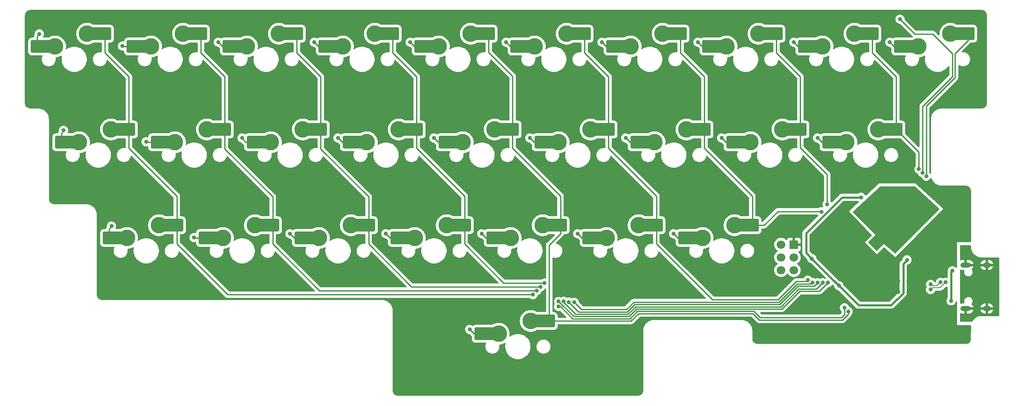
<source format=gbr>
G04 #@! TF.GenerationSoftware,KiCad,Pcbnew,(6.0.6)*
G04 #@! TF.CreationDate,2022-08-05T17:16:04-07:00*
G04 #@! TF.ProjectId,bored27-revision,626f7265-6432-4372-9d72-65766973696f,rev?*
G04 #@! TF.SameCoordinates,Original*
G04 #@! TF.FileFunction,Copper,L2,Bot*
G04 #@! TF.FilePolarity,Positive*
%FSLAX46Y46*%
G04 Gerber Fmt 4.6, Leading zero omitted, Abs format (unit mm)*
G04 Created by KiCad (PCBNEW (6.0.6)) date 2022-08-05 17:16:04*
%MOMM*%
%LPD*%
G01*
G04 APERTURE LIST*
G04 Aperture macros list*
%AMRoundRect*
0 Rectangle with rounded corners*
0 $1 Rounding radius*
0 $2 $3 $4 $5 $6 $7 $8 $9 X,Y pos of 4 corners*
0 Add a 4 corners polygon primitive as box body*
4,1,4,$2,$3,$4,$5,$6,$7,$8,$9,$2,$3,0*
0 Add four circle primitives for the rounded corners*
1,1,$1+$1,$2,$3*
1,1,$1+$1,$4,$5*
1,1,$1+$1,$6,$7*
1,1,$1+$1,$8,$9*
0 Add four rect primitives between the rounded corners*
20,1,$1+$1,$2,$3,$4,$5,0*
20,1,$1+$1,$4,$5,$6,$7,0*
20,1,$1+$1,$6,$7,$8,$9,0*
20,1,$1+$1,$8,$9,$2,$3,0*%
G04 Aperture macros list end*
G04 #@! TA.AperFunction,ComponentPad*
%ADD10O,1.600000X1.000000*%
G04 #@! TD*
G04 #@! TA.AperFunction,ComponentPad*
%ADD11O,2.100000X1.000000*%
G04 #@! TD*
G04 #@! TA.AperFunction,SMDPad,CuDef*
%ADD12R,1.650000X2.500000*%
G04 #@! TD*
G04 #@! TA.AperFunction,SMDPad,CuDef*
%ADD13RoundRect,0.250000X1.025000X1.000000X-1.025000X1.000000X-1.025000X-1.000000X1.025000X-1.000000X0*%
G04 #@! TD*
G04 #@! TA.AperFunction,ComponentPad*
%ADD14C,3.300000*%
G04 #@! TD*
G04 #@! TA.AperFunction,ComponentPad*
%ADD15C,1.700000*%
G04 #@! TD*
G04 #@! TA.AperFunction,ComponentPad*
%ADD16R,1.700000X1.700000*%
G04 #@! TD*
G04 #@! TA.AperFunction,ViaPad*
%ADD17C,0.800000*%
G04 #@! TD*
G04 #@! TA.AperFunction,Conductor*
%ADD18C,0.381000*%
G04 #@! TD*
G04 #@! TA.AperFunction,Conductor*
%ADD19C,0.254000*%
G04 #@! TD*
G04 #@! TA.AperFunction,Conductor*
%ADD20C,0.200000*%
G04 #@! TD*
G04 APERTURE END LIST*
D10*
X240762500Y-109980000D03*
D11*
X236582500Y-109980000D03*
X236582500Y-118620000D03*
D10*
X240762500Y-118620000D03*
D12*
X130096250Y-66516250D03*
D13*
X128371250Y-66516250D03*
D14*
X131921250Y-66516250D03*
D12*
X140071250Y-63976250D03*
D13*
X141821250Y-63976250D03*
D14*
X138271250Y-63976250D03*
X117633750Y-85566250D03*
D12*
X115808750Y-85566250D03*
D13*
X114083750Y-85566250D03*
D14*
X123983750Y-83026250D03*
D12*
X125783750Y-83026250D03*
D13*
X127533750Y-83026250D03*
D14*
X60483750Y-85566250D03*
D13*
X56933750Y-85566250D03*
D12*
X58658750Y-85566250D03*
D14*
X66833750Y-83026250D03*
D12*
X68633750Y-83026250D03*
D13*
X70383750Y-83026250D03*
X161708750Y-104616250D03*
D12*
X163433750Y-104616250D03*
D14*
X165258750Y-104616250D03*
X171608750Y-102076250D03*
D13*
X175158750Y-102076250D03*
D12*
X173408750Y-102076250D03*
X153908750Y-85566250D03*
D13*
X152183750Y-85566250D03*
D14*
X155733750Y-85566250D03*
D13*
X165633750Y-83026250D03*
D12*
X163883750Y-83026250D03*
D14*
X162083750Y-83026250D03*
D12*
X225346250Y-66516250D03*
D14*
X227171250Y-66516250D03*
D13*
X223621250Y-66516250D03*
X237071250Y-63976250D03*
D12*
X235321250Y-63976250D03*
D14*
X233521250Y-63976250D03*
D13*
X185521250Y-66516250D03*
D12*
X187246250Y-66516250D03*
D14*
X189071250Y-66516250D03*
X195421250Y-63976250D03*
D12*
X197221250Y-63976250D03*
D13*
X198971250Y-63976250D03*
X204571250Y-66516250D03*
D14*
X208121250Y-66516250D03*
D12*
X206296250Y-66516250D03*
D13*
X218021250Y-63976250D03*
D12*
X216271250Y-63976250D03*
D14*
X214471250Y-63976250D03*
D15*
X199898000Y-110998000D03*
X202438000Y-110998000D03*
X199898000Y-108458000D03*
X202438000Y-108458000D03*
X199898000Y-105918000D03*
D16*
X202438000Y-105918000D03*
D14*
X98583750Y-85566250D03*
D13*
X95033750Y-85566250D03*
D12*
X96758750Y-85566250D03*
D13*
X108483750Y-83026250D03*
D14*
X104933750Y-83026250D03*
D12*
X106733750Y-83026250D03*
X144383750Y-104616250D03*
D13*
X142658750Y-104616250D03*
D14*
X146208750Y-104616250D03*
X152558750Y-102076250D03*
D12*
X154358750Y-102076250D03*
D13*
X156108750Y-102076250D03*
D14*
X170021250Y-66516250D03*
D12*
X168196250Y-66516250D03*
D13*
X166471250Y-66516250D03*
X179921250Y-63976250D03*
D14*
X176371250Y-63976250D03*
D12*
X178171250Y-63976250D03*
D13*
X140277500Y-123666250D03*
D12*
X142002500Y-123666250D03*
D14*
X143827500Y-123666250D03*
D12*
X151977500Y-121126250D03*
D13*
X153727500Y-121126250D03*
D14*
X150177500Y-121126250D03*
X212883750Y-85566250D03*
D13*
X209333750Y-85566250D03*
D12*
X211058750Y-85566250D03*
X221033750Y-83026250D03*
D13*
X222783750Y-83026250D03*
D14*
X219233750Y-83026250D03*
D12*
X106283750Y-104616250D03*
D14*
X108108750Y-104616250D03*
D13*
X104558750Y-104616250D03*
D12*
X116258750Y-102076250D03*
D13*
X118008750Y-102076250D03*
D14*
X114458750Y-102076250D03*
D13*
X123608750Y-104616250D03*
D12*
X125333750Y-104616250D03*
D14*
X127158750Y-104616250D03*
X133508750Y-102076250D03*
D12*
X135308750Y-102076250D03*
D13*
X137058750Y-102076250D03*
D14*
X89058750Y-104616250D03*
D13*
X85508750Y-104616250D03*
D12*
X87233750Y-104616250D03*
D13*
X98958750Y-102076250D03*
D12*
X97208750Y-102076250D03*
D14*
X95408750Y-102076250D03*
D12*
X111046250Y-66516250D03*
D13*
X109321250Y-66516250D03*
D14*
X112871250Y-66516250D03*
D12*
X121021250Y-63976250D03*
D14*
X119221250Y-63976250D03*
D13*
X122771250Y-63976250D03*
D12*
X192008750Y-85566250D03*
D14*
X193833750Y-85566250D03*
D13*
X190283750Y-85566250D03*
X203733750Y-83026250D03*
D14*
X200183750Y-83026250D03*
D12*
X201983750Y-83026250D03*
D13*
X90271250Y-66516250D03*
D14*
X93821250Y-66516250D03*
D12*
X91996250Y-66516250D03*
D14*
X100171250Y-63976250D03*
D13*
X103721250Y-63976250D03*
D12*
X101971250Y-63976250D03*
X134858750Y-85566250D03*
D13*
X133133750Y-85566250D03*
D14*
X136683750Y-85566250D03*
D12*
X144833750Y-83026250D03*
D14*
X143033750Y-83026250D03*
D13*
X146583750Y-83026250D03*
D12*
X72946250Y-66516250D03*
D14*
X74771250Y-66516250D03*
D13*
X71221250Y-66516250D03*
D14*
X81121250Y-63976250D03*
D12*
X82921250Y-63976250D03*
D13*
X84671250Y-63976250D03*
X66458750Y-104616250D03*
D14*
X70008750Y-104616250D03*
D12*
X68183750Y-104616250D03*
D13*
X79908750Y-102076250D03*
D14*
X76358750Y-102076250D03*
D12*
X78158750Y-102076250D03*
D14*
X174783750Y-85566250D03*
D13*
X171233750Y-85566250D03*
D12*
X172958750Y-85566250D03*
X182933750Y-83026250D03*
D13*
X184683750Y-83026250D03*
D14*
X181133750Y-83026250D03*
X184308750Y-104616250D03*
D12*
X182483750Y-104616250D03*
D13*
X180758750Y-104616250D03*
X194208750Y-102076250D03*
D12*
X192458750Y-102076250D03*
D14*
X190658750Y-102076250D03*
D13*
X52171250Y-66516250D03*
D14*
X55721250Y-66516250D03*
D12*
X53896250Y-66516250D03*
X63871250Y-63976250D03*
D14*
X62071250Y-63976250D03*
D13*
X65621250Y-63976250D03*
D14*
X79533750Y-85566250D03*
D12*
X77708750Y-85566250D03*
D13*
X75983750Y-85566250D03*
D12*
X87683750Y-83026250D03*
D14*
X85883750Y-83026250D03*
D13*
X89433750Y-83026250D03*
X147421250Y-66516250D03*
D12*
X149146250Y-66516250D03*
D14*
X150971250Y-66516250D03*
D12*
X159121250Y-63976250D03*
D14*
X157321250Y-63976250D03*
D13*
X160871250Y-63976250D03*
D17*
X225679000Y-116205000D03*
X101600000Y-76200000D03*
X106934000Y-101600000D03*
X177800000Y-76200000D03*
X127000000Y-101600000D03*
X223139000Y-115316000D03*
X76200000Y-76200000D03*
X223139000Y-113157000D03*
X225171000Y-115316000D03*
X234569000Y-104521000D03*
X219329000Y-115824000D03*
X203200000Y-101600000D03*
X152400000Y-76200000D03*
X221615000Y-104267000D03*
X233807000Y-108458000D03*
X225171000Y-113157000D03*
X181610000Y-101600000D03*
X231902000Y-107950000D03*
X73025000Y-100076000D03*
X201549000Y-119126000D03*
X54610000Y-76073000D03*
X228600000Y-76200000D03*
X223012000Y-110998000D03*
X202438000Y-76200000D03*
X233680000Y-120015000D03*
X236093000Y-122936000D03*
X231902000Y-120523000D03*
X165100000Y-127000000D03*
X227076000Y-95377000D03*
X126238000Y-76200000D03*
X228981000Y-97282000D03*
X127000000Y-127000000D03*
X206121000Y-104521000D03*
X233807000Y-106553000D03*
X149098000Y-101727000D03*
X227330000Y-110998000D03*
X224917000Y-108966000D03*
X215773000Y-96520000D03*
X205994000Y-108712000D03*
X211385786Y-114103786D03*
X223520000Y-61087000D03*
X228000500Y-91622245D03*
X52578000Y-64008000D03*
X69088000Y-66421000D03*
X88138000Y-65659000D03*
X107188000Y-65659000D03*
X126238000Y-65659000D03*
X145288000Y-65659000D03*
X164338000Y-65659000D03*
X183388000Y-65659000D03*
X202438000Y-65659000D03*
X221488000Y-65659000D03*
X57404000Y-83185000D03*
X73787000Y-85471000D03*
X92837000Y-84709000D03*
X111887000Y-84709000D03*
X130937000Y-84709000D03*
X149987000Y-84709000D03*
X169037000Y-84709000D03*
X188087000Y-84709000D03*
X207137000Y-84709000D03*
X66929000Y-102235000D03*
X83312000Y-104521000D03*
X102362000Y-103759000D03*
X121412000Y-103759000D03*
X140462000Y-103759000D03*
X159512000Y-103759000D03*
X178562000Y-103759000D03*
X155702000Y-118237000D03*
X212506500Y-118491000D03*
X138049000Y-122809000D03*
X233680000Y-117094000D03*
X233934000Y-111125000D03*
X209232147Y-113474147D03*
X150622000Y-115887500D03*
X155723107Y-117237720D03*
X156731977Y-117211416D03*
X151384000Y-115062000D03*
X208182320Y-113497959D03*
X207147560Y-113505292D03*
X157745733Y-117360440D03*
X152146000Y-114300000D03*
X158818860Y-117406140D03*
X206121000Y-113446500D03*
X152908000Y-113573500D03*
X213233000Y-119222864D03*
X205205685Y-112992500D03*
X207899000Y-99405500D03*
X209042000Y-97917000D03*
X227274000Y-90902996D03*
X228727000Y-92329000D03*
X238760000Y-114300000D03*
X241300000Y-111760000D03*
X236347000Y-108077000D03*
X236220000Y-120650000D03*
X241300000Y-116840000D03*
X231562897Y-113436400D03*
X229605333Y-113830597D03*
X232562400Y-113436400D03*
X229605333Y-114880597D03*
D18*
X215773000Y-96520000D02*
X211963000Y-96520000D01*
X221742000Y-117983000D02*
X215265000Y-117983000D01*
X224917000Y-108966000D02*
X224155000Y-109728000D01*
X224155000Y-115570000D02*
X221742000Y-117983000D01*
X215265000Y-117983000D02*
X205994000Y-108712000D01*
X224155000Y-109728000D02*
X224155000Y-115570000D01*
X211963000Y-96520000D02*
X204851000Y-103632000D01*
X204851000Y-107569000D02*
X205994000Y-108712000D01*
X204851000Y-103632000D02*
X204851000Y-107569000D01*
D19*
X229997000Y-64008000D02*
X233934000Y-67945000D01*
X233934000Y-67945000D02*
X233934000Y-72509948D01*
X228273000Y-78170947D02*
X228000500Y-78443447D01*
X226441000Y-64008000D02*
X229997000Y-64008000D01*
X228000500Y-78443447D02*
X228000500Y-91622245D01*
X233934000Y-72509948D02*
X228273000Y-78170947D01*
X223520000Y-61087000D02*
X226441000Y-64008000D01*
X52578000Y-64008000D02*
X52171250Y-64541750D01*
X52171250Y-64541750D02*
X52171250Y-66516250D01*
X69088000Y-66421000D02*
X69310250Y-66516250D01*
X69310250Y-66516250D02*
X71221250Y-66516250D01*
X90271250Y-66516250D02*
X88995250Y-66516250D01*
X88995250Y-66516250D02*
X88138000Y-65659000D01*
X109321250Y-66516250D02*
X108045250Y-66516250D01*
X108045250Y-66516250D02*
X107188000Y-65659000D01*
X127095250Y-66516250D02*
X126238000Y-65659000D01*
X128371250Y-66516250D02*
X127095250Y-66516250D01*
X146145250Y-66516250D02*
X145288000Y-65659000D01*
X147421250Y-66516250D02*
X146145250Y-66516250D01*
X166471250Y-66516250D02*
X165195250Y-66516250D01*
X165195250Y-66516250D02*
X164338000Y-65659000D01*
X184245250Y-66516250D02*
X183388000Y-65659000D01*
X185521250Y-66516250D02*
X184245250Y-66516250D01*
X204571250Y-66516250D02*
X203295250Y-66516250D01*
X203295250Y-66516250D02*
X202438000Y-65659000D01*
X222345250Y-66516250D02*
X221488000Y-65659000D01*
X223621250Y-66516250D02*
X222345250Y-66516250D01*
X57404000Y-83185000D02*
X56933750Y-83820000D01*
X56933750Y-83820000D02*
X56933750Y-85566250D01*
X73787000Y-85471000D02*
X73882250Y-85566250D01*
X73882250Y-85566250D02*
X75983750Y-85566250D01*
X93567250Y-85566250D02*
X95033750Y-85566250D01*
X92837000Y-84709000D02*
X93567250Y-85566250D01*
X114083750Y-85566250D02*
X112744250Y-85566250D01*
X112744250Y-85566250D02*
X111887000Y-84709000D01*
X131794250Y-85566250D02*
X130937000Y-84709000D01*
X133133750Y-85566250D02*
X131794250Y-85566250D01*
X152183750Y-85566250D02*
X150844250Y-85566250D01*
X150844250Y-85566250D02*
X149987000Y-84709000D01*
X171233750Y-85566250D02*
X169894250Y-85566250D01*
X169894250Y-85566250D02*
X169037000Y-84709000D01*
X188944250Y-85566250D02*
X188087000Y-84709000D01*
X190283750Y-85566250D02*
X188944250Y-85566250D01*
X207994250Y-85566250D02*
X207137000Y-84709000D01*
X209333750Y-85566250D02*
X207994250Y-85566250D01*
X66929000Y-102235000D02*
X66458750Y-102832250D01*
X66458750Y-102832250D02*
X66458750Y-104616250D01*
X83312000Y-104521000D02*
X83534250Y-104616250D01*
X83534250Y-104616250D02*
X85508750Y-104616250D01*
X103219250Y-104616250D02*
X102362000Y-103759000D01*
X104558750Y-104616250D02*
X103219250Y-104616250D01*
X123608750Y-104616250D02*
X122269250Y-104616250D01*
X122269250Y-104616250D02*
X121412000Y-103759000D01*
X142658750Y-104616250D02*
X141319250Y-104616250D01*
X141319250Y-104616250D02*
X140462000Y-103759000D01*
X160369250Y-104616250D02*
X159512000Y-103759000D01*
X161708750Y-104616250D02*
X160369250Y-104616250D01*
X180758750Y-104616250D02*
X179419250Y-104616250D01*
X179419250Y-104616250D02*
X178562000Y-103759000D01*
X158518249Y-120672250D02*
X156083000Y-118237000D01*
X171388948Y-119180000D02*
X169896698Y-120672250D01*
X169896698Y-120672250D02*
X158518249Y-120672250D01*
X212506500Y-119852500D02*
X211909000Y-120450000D01*
X156083000Y-118237000D02*
X155702000Y-118237000D01*
X195768052Y-120450000D02*
X194498052Y-119180000D01*
X212506500Y-118491000D02*
X212506500Y-119852500D01*
X194498052Y-119180000D02*
X171388948Y-119180000D01*
X211909000Y-120450000D02*
X195768052Y-120450000D01*
X138906250Y-123666250D02*
X138049000Y-122809000D01*
X140277500Y-123666250D02*
X138906250Y-123666250D01*
D18*
X233680000Y-117094000D02*
X233680000Y-111379000D01*
X233680000Y-111379000D02*
X233934000Y-111125000D01*
D19*
X158706302Y-120218250D02*
X156429000Y-117940948D01*
X171200896Y-118726000D02*
X169708646Y-120218250D01*
X156429000Y-117940948D02*
X156429000Y-117935866D01*
X203581000Y-115189000D02*
X200044000Y-118726000D01*
X207518706Y-115189000D02*
X203581000Y-115189000D01*
X79908750Y-105816750D02*
X79908750Y-102076250D01*
X200044000Y-118726000D02*
X171200896Y-118726000D01*
X169708646Y-120218250D02*
X158706302Y-120218250D01*
X209232147Y-113474147D02*
X209232147Y-113475559D01*
X70383750Y-72542750D02*
X70383750Y-83026250D01*
X65621250Y-63976250D02*
X65621250Y-67780250D01*
X209232147Y-113475559D02*
X207518706Y-115189000D01*
X70383750Y-86766750D02*
X79908750Y-96291750D01*
X156429000Y-117935866D02*
X156003134Y-117510000D01*
X89979500Y-115887500D02*
X79908750Y-105816750D01*
X150622000Y-115887500D02*
X89979500Y-115887500D01*
X156003134Y-117510000D02*
X155998052Y-117510000D01*
X155725772Y-117237720D02*
X155723107Y-117237720D01*
X70383750Y-83026250D02*
X70383750Y-86766750D01*
X155998052Y-117510000D02*
X155725772Y-117237720D01*
X65621250Y-67780250D02*
X70383750Y-72542750D01*
X79908750Y-96291750D02*
X79908750Y-102076250D01*
X98958750Y-96418750D02*
X98958750Y-102076250D01*
X171012844Y-118272000D02*
X169523844Y-119761000D01*
X108204000Y-115062000D02*
X151384000Y-115062000D01*
X89433750Y-86893750D02*
X98958750Y-96418750D01*
X98958750Y-102076250D02*
X98958750Y-105816750D01*
X206945279Y-114735000D02*
X203392948Y-114735000D01*
X89433750Y-72542750D02*
X89433750Y-83026250D01*
X208182320Y-113497959D02*
X206945279Y-114735000D01*
X89433750Y-83026250D02*
X89433750Y-86893750D01*
X84671250Y-63976250D02*
X84671250Y-67780250D01*
X199855948Y-118272000D02*
X171012844Y-118272000D01*
X156731977Y-117374111D02*
X156731977Y-117211416D01*
X169523844Y-119761000D02*
X159118866Y-119761000D01*
X203392948Y-114735000D02*
X199855948Y-118272000D01*
X159118866Y-119761000D02*
X156731977Y-117374111D01*
X84671250Y-67780250D02*
X89433750Y-72542750D01*
X98958750Y-105816750D02*
X108204000Y-115062000D01*
X108483750Y-72542750D02*
X108483750Y-83026250D01*
X118008750Y-96418750D02*
X118008750Y-102076250D01*
X170824792Y-117818000D02*
X169335792Y-119307000D01*
X199644000Y-117818000D02*
X170824792Y-117818000D01*
X118008750Y-105816750D02*
X118008750Y-102076250D01*
X108483750Y-83026250D02*
X108483750Y-86893750D01*
X108483750Y-86893750D02*
X118008750Y-96418750D01*
X103721250Y-63976250D02*
X103721250Y-67780250D01*
X206479852Y-114173000D02*
X203289000Y-114173000D01*
X159692293Y-119307000D02*
X157745733Y-117360440D01*
X207147560Y-113505292D02*
X206479852Y-114173000D01*
X203289000Y-114173000D02*
X199644000Y-117818000D01*
X103721250Y-67780250D02*
X108483750Y-72542750D01*
X126492000Y-114300000D02*
X118008750Y-105816750D01*
X152146000Y-114300000D02*
X126492000Y-114300000D01*
X169335792Y-119307000D02*
X159692293Y-119307000D01*
X152908000Y-113573500D02*
X152872500Y-113538000D01*
X170636740Y-117364000D02*
X169147740Y-118853000D01*
X206121000Y-113446500D02*
X205848500Y-113719000D01*
X205848500Y-113719000D02*
X203100948Y-113719000D01*
X203100948Y-113719000D02*
X199455948Y-117364000D01*
X122771250Y-63976250D02*
X122771250Y-67780250D01*
X144780000Y-113538000D02*
X137058750Y-105816750D01*
X127533750Y-83026250D02*
X127533750Y-86766750D01*
X160255000Y-118853000D02*
X158818860Y-117416860D01*
X127533750Y-86766750D02*
X137058750Y-96291750D01*
X199455948Y-117364000D02*
X170636740Y-117364000D01*
X158818860Y-117416860D02*
X158818860Y-117406140D01*
X127533750Y-72542750D02*
X127533750Y-83026250D01*
X137058750Y-105816750D02*
X137058750Y-102076250D01*
X122771250Y-67780250D02*
X127533750Y-72542750D01*
X169147740Y-118853000D02*
X160255000Y-118853000D01*
X152872500Y-113538000D02*
X144780000Y-113538000D01*
X137058750Y-96291750D02*
X137058750Y-102076250D01*
X213233000Y-119222864D02*
X213233000Y-119768052D01*
X156108750Y-102076250D02*
X156108750Y-103733250D01*
X156108750Y-103733250D02*
X153846749Y-105995251D01*
X146583750Y-83026250D02*
X146583750Y-86766750D01*
X141821250Y-67653250D02*
X146583750Y-72415750D01*
X212097052Y-120904000D02*
X195579999Y-120904000D01*
X213233000Y-119768052D02*
X212097052Y-120904000D01*
X146583750Y-86766750D02*
X156108750Y-96291750D01*
X194310000Y-119634000D02*
X171577000Y-119634000D01*
X141821250Y-63976250D02*
X141821250Y-67653250D01*
X153846749Y-105995251D02*
X153846749Y-121007001D01*
X146583750Y-72415750D02*
X146583750Y-83026250D01*
X171577000Y-119634000D02*
X170084750Y-121126250D01*
X153846749Y-121007001D02*
X153727500Y-121126250D01*
X170084750Y-121126250D02*
X153727500Y-121126250D01*
X153727500Y-121100500D02*
X153727500Y-121126250D01*
X156108750Y-96291750D02*
X156108750Y-102076250D01*
X195579999Y-120904000D02*
X194310000Y-119634000D01*
X175158750Y-105816750D02*
X175158750Y-102076250D01*
X175158750Y-96291750D02*
X175158750Y-102076250D01*
X186252000Y-116910000D02*
X175158750Y-105816750D01*
X204933185Y-113265000D02*
X202912895Y-113265000D01*
X165633750Y-83026250D02*
X165633750Y-86766750D01*
X165633750Y-86766750D02*
X175158750Y-96291750D01*
X165633750Y-72542750D02*
X165633750Y-83026250D01*
X160871250Y-63976250D02*
X160871250Y-67780250D01*
X199267896Y-116910000D02*
X186252000Y-116910000D01*
X205205685Y-112992500D02*
X204933185Y-113265000D01*
X202912895Y-113265000D02*
X199267896Y-116910000D01*
X160871250Y-67780250D02*
X165633750Y-72542750D01*
X194208750Y-96291750D02*
X194208750Y-102076250D01*
X207807500Y-99314000D02*
X207899000Y-99405500D01*
X195865750Y-102076250D02*
X196373750Y-102076250D01*
X184683750Y-86766750D02*
X194208750Y-96291750D01*
X179921250Y-67780250D02*
X184683750Y-72542750D01*
X196373750Y-102076250D02*
X196500750Y-102076250D01*
X179921250Y-63976250D02*
X179921250Y-67780250D01*
X184683750Y-83026250D02*
X184683750Y-86766750D01*
X194208750Y-102076250D02*
X195865750Y-102076250D01*
X196500750Y-102076250D02*
X199263000Y-99314000D01*
X199263000Y-99314000D02*
X207807500Y-99314000D01*
X184683750Y-72542750D02*
X184683750Y-83026250D01*
X209042000Y-91948000D02*
X203733750Y-86639750D01*
X198971250Y-63976250D02*
X198971250Y-67780250D01*
X198971250Y-67780250D02*
X203733750Y-72542750D01*
X209042000Y-97917000D02*
X209042000Y-91948000D01*
X203733750Y-72542750D02*
X203733750Y-83026250D01*
X203733750Y-86639750D02*
X203733750Y-83026250D01*
X218021250Y-67780250D02*
X222783750Y-72542750D01*
X222783750Y-72542750D02*
X222783750Y-83026250D01*
X222783750Y-83026250D02*
X227274000Y-87516500D01*
X227274000Y-87516500D02*
X227274000Y-90902996D01*
X218021250Y-63976250D02*
X218021250Y-67780250D01*
X234442000Y-72644000D02*
X228727000Y-78359000D01*
X234442000Y-67945000D02*
X234442000Y-72644000D01*
X228727000Y-78359000D02*
X228727000Y-92329000D01*
X237071250Y-65315750D02*
X234442000Y-67945000D01*
X237071250Y-63976250D02*
X237071250Y-65315750D01*
D20*
X229920800Y-114096800D02*
X229605333Y-113830597D01*
X230902497Y-114096800D02*
X229920800Y-114096800D01*
X231562897Y-113436400D02*
X230902497Y-114096800D01*
X232562400Y-113436400D02*
X231495600Y-114503200D01*
X231495600Y-114503200D02*
X229920800Y-114503200D01*
X229920800Y-114503200D02*
X229605333Y-114880597D01*
G04 #@! TA.AperFunction,Conductor*
G36*
X237558621Y-106065002D02*
G01*
X237605114Y-106118658D01*
X237616500Y-106171000D01*
X237616500Y-106313281D01*
X237615009Y-106332608D01*
X237611306Y-106356464D01*
X237611312Y-106369017D01*
X237612283Y-106375235D01*
X237613416Y-106384948D01*
X237633202Y-106641146D01*
X237688996Y-106908333D01*
X237778644Y-107166141D01*
X237900659Y-107410301D01*
X237974880Y-107520622D01*
X238003306Y-107562873D01*
X238053021Y-107636769D01*
X238233206Y-107841794D01*
X238438231Y-108021979D01*
X238441586Y-108024236D01*
X238441591Y-108024240D01*
X238553619Y-108099609D01*
X238664699Y-108174341D01*
X238908859Y-108296356D01*
X239166667Y-108386004D01*
X239170626Y-108386831D01*
X239170627Y-108386831D01*
X239429882Y-108440969D01*
X239429889Y-108440970D01*
X239433854Y-108441798D01*
X239437899Y-108442110D01*
X239437903Y-108442111D01*
X239548308Y-108450637D01*
X239672318Y-108460215D01*
X239685096Y-108461863D01*
X239688641Y-108462506D01*
X239688643Y-108462506D01*
X239693434Y-108463375D01*
X239699548Y-108463528D01*
X239701112Y-108463567D01*
X239701118Y-108463567D01*
X239705983Y-108463688D01*
X239737698Y-108459556D01*
X239753976Y-108458500D01*
X243078500Y-108458500D01*
X243146621Y-108478502D01*
X243193114Y-108532158D01*
X243204500Y-108584500D01*
X243204500Y-120015500D01*
X243184498Y-120083621D01*
X243130842Y-120130114D01*
X243078500Y-120141500D01*
X239763698Y-120141500D01*
X239743595Y-120139886D01*
X239721741Y-120136354D01*
X239716879Y-120136326D01*
X239716878Y-120136326D01*
X239715250Y-120136317D01*
X239709188Y-120136282D01*
X239704375Y-120137003D01*
X239703803Y-120137044D01*
X239695259Y-120137988D01*
X239436040Y-120156517D01*
X239432033Y-120157334D01*
X239432027Y-120157335D01*
X239171719Y-120210423D01*
X239171716Y-120210424D01*
X239167714Y-120211240D01*
X238908730Y-120300241D01*
X238905074Y-120302056D01*
X238905072Y-120302057D01*
X238667113Y-120420201D01*
X238667109Y-120420204D01*
X238663448Y-120422021D01*
X238435996Y-120574530D01*
X238432913Y-120577237D01*
X238432910Y-120577239D01*
X238304910Y-120689614D01*
X238230202Y-120755202D01*
X238227505Y-120758274D01*
X238133382Y-120865485D01*
X238049530Y-120960996D01*
X237897021Y-121188448D01*
X237895201Y-121192114D01*
X237895198Y-121192119D01*
X237883821Y-121215033D01*
X237835612Y-121267152D01*
X237770966Y-121285000D01*
X235584000Y-121285000D01*
X235515879Y-121264998D01*
X235469386Y-121211342D01*
X235458000Y-121159000D01*
X235458000Y-119666192D01*
X235478002Y-119598071D01*
X235531658Y-119551578D01*
X235601932Y-119541474D01*
X235633641Y-119550383D01*
X235639362Y-119552835D01*
X235816038Y-119608880D01*
X235828032Y-119611430D01*
X235972261Y-119627607D01*
X235979285Y-119628000D01*
X236310385Y-119628000D01*
X236325624Y-119623525D01*
X236326829Y-119622135D01*
X236328500Y-119614452D01*
X236328500Y-119609885D01*
X236836500Y-119609885D01*
X236840975Y-119625124D01*
X236842365Y-119626329D01*
X236850048Y-119628000D01*
X237179157Y-119628000D01*
X237185305Y-119627699D01*
X237323103Y-119614188D01*
X237335138Y-119611805D01*
X237512576Y-119558233D01*
X237523916Y-119553559D01*
X237687577Y-119466540D01*
X237697794Y-119459751D01*
X237841433Y-119342603D01*
X237850137Y-119333959D01*
X237968284Y-119191144D01*
X237975144Y-119180973D01*
X238063304Y-119017924D01*
X238068056Y-119006619D01*
X238103750Y-118891308D01*
X238103831Y-118885768D01*
X239489925Y-118885768D01*
X239521638Y-118993521D01*
X239526231Y-119004889D01*
X239612107Y-119169154D01*
X239618821Y-119179415D01*
X239734968Y-119323873D01*
X239743546Y-119332632D01*
X239885539Y-119451778D01*
X239895659Y-119458708D01*
X240058085Y-119548002D01*
X240069358Y-119552834D01*
X240246038Y-119608880D01*
X240258032Y-119611430D01*
X240402261Y-119627607D01*
X240409285Y-119628000D01*
X240490385Y-119628000D01*
X240505624Y-119623525D01*
X240506829Y-119622135D01*
X240508500Y-119614452D01*
X240508500Y-119609885D01*
X241016500Y-119609885D01*
X241020975Y-119625124D01*
X241022365Y-119626329D01*
X241030048Y-119628000D01*
X241109157Y-119628000D01*
X241115305Y-119627699D01*
X241253103Y-119614188D01*
X241265138Y-119611805D01*
X241442576Y-119558233D01*
X241453916Y-119553559D01*
X241617577Y-119466540D01*
X241627794Y-119459751D01*
X241771433Y-119342603D01*
X241780137Y-119333959D01*
X241898284Y-119191144D01*
X241905144Y-119180973D01*
X241993304Y-119017924D01*
X241998056Y-119006619D01*
X242033750Y-118891308D01*
X242033956Y-118877205D01*
X242027201Y-118874000D01*
X241034615Y-118874000D01*
X241019376Y-118878475D01*
X241018171Y-118879865D01*
X241016500Y-118887548D01*
X241016500Y-119609885D01*
X240508500Y-119609885D01*
X240508500Y-118892115D01*
X240504025Y-118876876D01*
X240502635Y-118875671D01*
X240494952Y-118874000D01*
X239504576Y-118874000D01*
X239491045Y-118877973D01*
X239489925Y-118885768D01*
X238103831Y-118885768D01*
X238103956Y-118877205D01*
X238097201Y-118874000D01*
X236854615Y-118874000D01*
X236839376Y-118878475D01*
X236838171Y-118879865D01*
X236836500Y-118887548D01*
X236836500Y-119609885D01*
X236328500Y-119609885D01*
X236328500Y-118492000D01*
X236348502Y-118423879D01*
X236402158Y-118377386D01*
X236454500Y-118366000D01*
X238090424Y-118366000D01*
X238101339Y-118362795D01*
X239491044Y-118362795D01*
X239497799Y-118366000D01*
X240490385Y-118366000D01*
X240505624Y-118361525D01*
X240506829Y-118360135D01*
X240508500Y-118352452D01*
X240508500Y-118347885D01*
X241016500Y-118347885D01*
X241020975Y-118363124D01*
X241022365Y-118364329D01*
X241030048Y-118366000D01*
X242020424Y-118366000D01*
X242033955Y-118362027D01*
X242035075Y-118354232D01*
X242003362Y-118246479D01*
X241998769Y-118235111D01*
X241912893Y-118070846D01*
X241906179Y-118060585D01*
X241790032Y-117916127D01*
X241781454Y-117907368D01*
X241639461Y-117788222D01*
X241629341Y-117781292D01*
X241466915Y-117691998D01*
X241455642Y-117687166D01*
X241278962Y-117631120D01*
X241266968Y-117628570D01*
X241122739Y-117612393D01*
X241115715Y-117612000D01*
X241034615Y-117612000D01*
X241019376Y-117616475D01*
X241018171Y-117617865D01*
X241016500Y-117625548D01*
X241016500Y-118347885D01*
X240508500Y-118347885D01*
X240508500Y-117630115D01*
X240504025Y-117614876D01*
X240502635Y-117613671D01*
X240494952Y-117612000D01*
X240415843Y-117612000D01*
X240409695Y-117612301D01*
X240271897Y-117625812D01*
X240259862Y-117628195D01*
X240082424Y-117681767D01*
X240071084Y-117686441D01*
X239907423Y-117773460D01*
X239897206Y-117780249D01*
X239753567Y-117897397D01*
X239744863Y-117906041D01*
X239626716Y-118048856D01*
X239619856Y-118059027D01*
X239531696Y-118222076D01*
X239526944Y-118233381D01*
X239491250Y-118348692D01*
X239491044Y-118362795D01*
X238101339Y-118362795D01*
X238103955Y-118362027D01*
X238105075Y-118354232D01*
X238073362Y-118246479D01*
X238068769Y-118235111D01*
X237982893Y-118070846D01*
X237976179Y-118060585D01*
X237860032Y-117916127D01*
X237851455Y-117907368D01*
X237799390Y-117863681D01*
X237760064Y-117804572D01*
X237758937Y-117733584D01*
X237776169Y-117696336D01*
X237848942Y-117589255D01*
X237852777Y-117583612D01*
X237920030Y-117415466D01*
X237921144Y-117408738D01*
X237921145Y-117408734D01*
X237948493Y-117243539D01*
X237948493Y-117243536D01*
X237949608Y-117236802D01*
X237944703Y-117143198D01*
X237940487Y-117062766D01*
X237940130Y-117055953D01*
X237916804Y-116971266D01*
X237893852Y-116887941D01*
X237892039Y-116881359D01*
X237807578Y-116721164D01*
X237803173Y-116715951D01*
X237803170Y-116715947D01*
X237695094Y-116588057D01*
X237695090Y-116588053D01*
X237690687Y-116582843D01*
X237685262Y-116578695D01*
X237552243Y-116476994D01*
X237552239Y-116476991D01*
X237546822Y-116472850D01*
X237441686Y-116423825D01*
X237388869Y-116399195D01*
X237388866Y-116399194D01*
X237382692Y-116396315D01*
X237376044Y-116394829D01*
X237376041Y-116394828D01*
X237210994Y-116357936D01*
X237210995Y-116357936D01*
X237205957Y-116356810D01*
X237200412Y-116356500D01*
X237067256Y-116356500D01*
X236932463Y-116371143D01*
X236849109Y-116399195D01*
X236767296Y-116426728D01*
X236767294Y-116426729D01*
X236760825Y-116428906D01*
X236605595Y-116522177D01*
X236600638Y-116526865D01*
X236600635Y-116526867D01*
X236545829Y-116578695D01*
X236474015Y-116646607D01*
X236470183Y-116652245D01*
X236470180Y-116652249D01*
X236419240Y-116727205D01*
X236372223Y-116796388D01*
X236304970Y-116964534D01*
X236303856Y-116971262D01*
X236303855Y-116971266D01*
X236276507Y-117136461D01*
X236275392Y-117143198D01*
X236275749Y-117150015D01*
X236275749Y-117150019D01*
X236280651Y-117243539D01*
X236284870Y-117324047D01*
X236311797Y-117421803D01*
X236320263Y-117452540D01*
X236319069Y-117523526D01*
X236279686Y-117582599D01*
X236214619Y-117611001D01*
X236198787Y-117612000D01*
X235985843Y-117612000D01*
X235979695Y-117612301D01*
X235841897Y-117625812D01*
X235829862Y-117628195D01*
X235652424Y-117681767D01*
X235635382Y-117688791D01*
X235634679Y-117687084D01*
X235573620Y-117699661D01*
X235507379Y-117674115D01*
X235465464Y-117616811D01*
X235458000Y-117574089D01*
X235458000Y-111026192D01*
X235478002Y-110958071D01*
X235531658Y-110911578D01*
X235601932Y-110901474D01*
X235633641Y-110910383D01*
X235639362Y-110912835D01*
X235816038Y-110968880D01*
X235828032Y-110971430D01*
X235972261Y-110987607D01*
X235979285Y-110988000D01*
X236197477Y-110988000D01*
X236265598Y-111008002D01*
X236312091Y-111061658D01*
X236322195Y-111131932D01*
X236314466Y-111160792D01*
X236304970Y-111184534D01*
X236303856Y-111191262D01*
X236303855Y-111191266D01*
X236276507Y-111356461D01*
X236275392Y-111363198D01*
X236275749Y-111370015D01*
X236275749Y-111370019D01*
X236280651Y-111463539D01*
X236284870Y-111544047D01*
X236286681Y-111550620D01*
X236286681Y-111550623D01*
X236310051Y-111635466D01*
X236332961Y-111718641D01*
X236417422Y-111878836D01*
X236421827Y-111884049D01*
X236421830Y-111884053D01*
X236529906Y-112011943D01*
X236529910Y-112011947D01*
X236534313Y-112017157D01*
X236539737Y-112021304D01*
X236539738Y-112021305D01*
X236672757Y-112123006D01*
X236672761Y-112123009D01*
X236678178Y-112127150D01*
X236764872Y-112167576D01*
X236836131Y-112200805D01*
X236836134Y-112200806D01*
X236842308Y-112203685D01*
X236848956Y-112205171D01*
X236848959Y-112205172D01*
X236954921Y-112228857D01*
X237019043Y-112243190D01*
X237024588Y-112243500D01*
X237157744Y-112243500D01*
X237292537Y-112228857D01*
X237410690Y-112189094D01*
X237457704Y-112173272D01*
X237457706Y-112173271D01*
X237464175Y-112171094D01*
X237619405Y-112077823D01*
X237624362Y-112073135D01*
X237624365Y-112073133D01*
X237746027Y-111958082D01*
X237746029Y-111958080D01*
X237750985Y-111953393D01*
X237754817Y-111947755D01*
X237754820Y-111947751D01*
X237848942Y-111809255D01*
X237852777Y-111803612D01*
X237920030Y-111635466D01*
X237921144Y-111628738D01*
X237921145Y-111628734D01*
X237948493Y-111463539D01*
X237948493Y-111463536D01*
X237949608Y-111456802D01*
X237944703Y-111363198D01*
X237940487Y-111282766D01*
X237940130Y-111275953D01*
X237916804Y-111191266D01*
X237893852Y-111107941D01*
X237892039Y-111101359D01*
X237807578Y-110941164D01*
X237803173Y-110935951D01*
X237803170Y-110935947D01*
X237784806Y-110914217D01*
X237756114Y-110849276D01*
X237767087Y-110779132D01*
X237801408Y-110735246D01*
X237841433Y-110702603D01*
X237850137Y-110693959D01*
X237968284Y-110551144D01*
X237975144Y-110540973D01*
X238063304Y-110377924D01*
X238068056Y-110366619D01*
X238103750Y-110251308D01*
X238103831Y-110245768D01*
X239489925Y-110245768D01*
X239521638Y-110353521D01*
X239526231Y-110364889D01*
X239612107Y-110529154D01*
X239618821Y-110539415D01*
X239734968Y-110683873D01*
X239743546Y-110692632D01*
X239885539Y-110811778D01*
X239895659Y-110818708D01*
X240058085Y-110908002D01*
X240069358Y-110912834D01*
X240246038Y-110968880D01*
X240258032Y-110971430D01*
X240402261Y-110987607D01*
X240409285Y-110988000D01*
X240490385Y-110988000D01*
X240505624Y-110983525D01*
X240506829Y-110982135D01*
X240508500Y-110974452D01*
X240508500Y-110969885D01*
X241016500Y-110969885D01*
X241020975Y-110985124D01*
X241022365Y-110986329D01*
X241030048Y-110988000D01*
X241109157Y-110988000D01*
X241115305Y-110987699D01*
X241253103Y-110974188D01*
X241265138Y-110971805D01*
X241442576Y-110918233D01*
X241453916Y-110913559D01*
X241617577Y-110826540D01*
X241627794Y-110819751D01*
X241771433Y-110702603D01*
X241780137Y-110693959D01*
X241898284Y-110551144D01*
X241905144Y-110540973D01*
X241993304Y-110377924D01*
X241998056Y-110366619D01*
X242033750Y-110251308D01*
X242033956Y-110237205D01*
X242027201Y-110234000D01*
X241034615Y-110234000D01*
X241019376Y-110238475D01*
X241018171Y-110239865D01*
X241016500Y-110247548D01*
X241016500Y-110969885D01*
X240508500Y-110969885D01*
X240508500Y-110252115D01*
X240504025Y-110236876D01*
X240502635Y-110235671D01*
X240494952Y-110234000D01*
X239504576Y-110234000D01*
X239491045Y-110237973D01*
X239489925Y-110245768D01*
X238103831Y-110245768D01*
X238103956Y-110237205D01*
X238097201Y-110234000D01*
X236454500Y-110234000D01*
X236386379Y-110213998D01*
X236339886Y-110160342D01*
X236328500Y-110108000D01*
X236328500Y-109707885D01*
X236836500Y-109707885D01*
X236840975Y-109723124D01*
X236842365Y-109724329D01*
X236850048Y-109726000D01*
X238090424Y-109726000D01*
X238101339Y-109722795D01*
X239491044Y-109722795D01*
X239497799Y-109726000D01*
X240490385Y-109726000D01*
X240505624Y-109721525D01*
X240506829Y-109720135D01*
X240508500Y-109712452D01*
X240508500Y-109707885D01*
X241016500Y-109707885D01*
X241020975Y-109723124D01*
X241022365Y-109724329D01*
X241030048Y-109726000D01*
X242020424Y-109726000D01*
X242033955Y-109722027D01*
X242035075Y-109714232D01*
X242003362Y-109606479D01*
X241998769Y-109595111D01*
X241912893Y-109430846D01*
X241906179Y-109420585D01*
X241790032Y-109276127D01*
X241781454Y-109267368D01*
X241639461Y-109148222D01*
X241629341Y-109141292D01*
X241466915Y-109051998D01*
X241455642Y-109047166D01*
X241278962Y-108991120D01*
X241266968Y-108988570D01*
X241122739Y-108972393D01*
X241115715Y-108972000D01*
X241034615Y-108972000D01*
X241019376Y-108976475D01*
X241018171Y-108977865D01*
X241016500Y-108985548D01*
X241016500Y-109707885D01*
X240508500Y-109707885D01*
X240508500Y-108990115D01*
X240504025Y-108974876D01*
X240502635Y-108973671D01*
X240494952Y-108972000D01*
X240415843Y-108972000D01*
X240409695Y-108972301D01*
X240271897Y-108985812D01*
X240259862Y-108988195D01*
X240082424Y-109041767D01*
X240071084Y-109046441D01*
X239907423Y-109133460D01*
X239897206Y-109140249D01*
X239753567Y-109257397D01*
X239744863Y-109266041D01*
X239626716Y-109408856D01*
X239619856Y-109419027D01*
X239531696Y-109582076D01*
X239526944Y-109593381D01*
X239491250Y-109708692D01*
X239491044Y-109722795D01*
X238101339Y-109722795D01*
X238103955Y-109722027D01*
X238105075Y-109714232D01*
X238073362Y-109606479D01*
X238068769Y-109595111D01*
X237982893Y-109430846D01*
X237976179Y-109420585D01*
X237860032Y-109276127D01*
X237851454Y-109267368D01*
X237709461Y-109148222D01*
X237699341Y-109141292D01*
X237536915Y-109051998D01*
X237525642Y-109047166D01*
X237348962Y-108991120D01*
X237336968Y-108988570D01*
X237192739Y-108972393D01*
X237185715Y-108972000D01*
X236854615Y-108972000D01*
X236839376Y-108976475D01*
X236838171Y-108977865D01*
X236836500Y-108985548D01*
X236836500Y-109707885D01*
X236328500Y-109707885D01*
X236328500Y-108990115D01*
X236324025Y-108974876D01*
X236322635Y-108973671D01*
X236314952Y-108972000D01*
X235985843Y-108972000D01*
X235979695Y-108972301D01*
X235841897Y-108985812D01*
X235829862Y-108988195D01*
X235652424Y-109041767D01*
X235635382Y-109048791D01*
X235634679Y-109047084D01*
X235573620Y-109059661D01*
X235507379Y-109034115D01*
X235465464Y-108976811D01*
X235458000Y-108934089D01*
X235458000Y-106171000D01*
X235478002Y-106102879D01*
X235531658Y-106056386D01*
X235584000Y-106045000D01*
X237490500Y-106045000D01*
X237558621Y-106065002D01*
G37*
G04 #@! TD.AperFunction*
G04 #@! TA.AperFunction,Conductor*
G36*
X239682503Y-59247501D02*
G01*
X239706192Y-59251191D01*
X239718871Y-59249534D01*
X239746180Y-59248951D01*
X239853520Y-59258348D01*
X239888857Y-59261442D01*
X239910485Y-59265257D01*
X240070859Y-59308237D01*
X240091494Y-59315748D01*
X240241983Y-59385926D01*
X240261003Y-59396908D01*
X240397011Y-59492145D01*
X240413834Y-59506262D01*
X240531238Y-59623666D01*
X240545355Y-59640489D01*
X240640592Y-59776497D01*
X240651574Y-59795517D01*
X240721752Y-59946006D01*
X240729263Y-59966641D01*
X240772243Y-60127015D01*
X240776058Y-60148643D01*
X240787945Y-60284422D01*
X240787392Y-60300902D01*
X240787799Y-60300907D01*
X240787690Y-60309885D01*
X240786309Y-60318756D01*
X240787474Y-60327661D01*
X240790435Y-60350294D01*
X240791500Y-60366639D01*
X240791500Y-77738110D01*
X240789999Y-77757503D01*
X240786309Y-77781192D01*
X240787966Y-77793871D01*
X240788549Y-77821180D01*
X240779152Y-77928520D01*
X240776058Y-77963857D01*
X240772243Y-77985485D01*
X240729263Y-78145859D01*
X240721752Y-78166494D01*
X240651574Y-78316983D01*
X240640593Y-78336002D01*
X240548512Y-78467503D01*
X240545355Y-78472011D01*
X240531238Y-78488834D01*
X240413834Y-78606238D01*
X240397011Y-78620355D01*
X240261003Y-78715592D01*
X240241983Y-78726574D01*
X240091494Y-78796752D01*
X240070859Y-78804263D01*
X239910485Y-78847243D01*
X239888857Y-78851058D01*
X239753078Y-78862945D01*
X239736598Y-78862392D01*
X239736593Y-78862799D01*
X239727615Y-78862690D01*
X239718744Y-78861309D01*
X239709839Y-78862474D01*
X239687206Y-78865435D01*
X239670861Y-78866500D01*
X231828229Y-78866500D01*
X231807332Y-78864755D01*
X231807285Y-78864747D01*
X231804508Y-78864280D01*
X231792321Y-78862230D01*
X231792316Y-78862230D01*
X231787520Y-78861423D01*
X231782655Y-78861364D01*
X231782654Y-78861364D01*
X231781649Y-78861352D01*
X231774968Y-78861271D01*
X231770151Y-78861961D01*
X231769966Y-78861973D01*
X231760733Y-78862935D01*
X231504918Y-78879717D01*
X231504912Y-78879718D01*
X231500808Y-78879987D01*
X231231340Y-78933601D01*
X230971175Y-79021926D01*
X230724763Y-79143451D01*
X230496319Y-79296097D01*
X230493217Y-79298817D01*
X230493211Y-79298822D01*
X230316378Y-79453903D01*
X230289753Y-79477253D01*
X230287037Y-79480350D01*
X230111322Y-79680711D01*
X230111317Y-79680717D01*
X230108597Y-79683819D01*
X229955951Y-79912263D01*
X229834426Y-80158675D01*
X229746101Y-80418840D01*
X229692487Y-80688308D01*
X229678247Y-80905390D01*
X229676638Y-80929915D01*
X229675160Y-80942579D01*
X229673925Y-80949916D01*
X229673771Y-80962468D01*
X229677632Y-80989438D01*
X229677729Y-80990118D01*
X229679000Y-81007972D01*
X229679000Y-91700332D01*
X229658998Y-91768453D01*
X229605342Y-91814946D01*
X229535068Y-91825050D01*
X229470488Y-91795556D01*
X229459375Y-91784654D01*
X229394862Y-91713004D01*
X229364146Y-91648999D01*
X229362500Y-91628697D01*
X229362500Y-78674422D01*
X229382502Y-78606301D01*
X229399405Y-78585327D01*
X234835483Y-73149250D01*
X234843809Y-73141674D01*
X234850303Y-73137553D01*
X234897086Y-73087734D01*
X234899840Y-73084893D01*
X234919639Y-73065094D01*
X234922068Y-73061963D01*
X234922072Y-73061958D01*
X234922139Y-73061872D01*
X234929847Y-73052847D01*
X234954792Y-73026283D01*
X234960217Y-73020506D01*
X234964035Y-73013561D01*
X234964038Y-73013557D01*
X234970026Y-73002666D01*
X234980878Y-72986145D01*
X234988492Y-72976329D01*
X234988492Y-72976328D01*
X234993350Y-72970066D01*
X235010974Y-72929338D01*
X235016196Y-72918681D01*
X235033748Y-72886754D01*
X235033749Y-72886751D01*
X235037569Y-72879803D01*
X235042632Y-72860085D01*
X235049034Y-72841386D01*
X235057117Y-72822707D01*
X235058356Y-72814883D01*
X235058358Y-72814877D01*
X235064060Y-72778880D01*
X235066466Y-72767260D01*
X235075528Y-72731963D01*
X235075528Y-72731962D01*
X235077500Y-72724282D01*
X235077500Y-72703934D01*
X235079051Y-72684223D01*
X235080995Y-72671949D01*
X235082235Y-72664120D01*
X235078059Y-72619944D01*
X235077500Y-72608086D01*
X235077500Y-70303894D01*
X235097502Y-70235773D01*
X235151158Y-70189280D01*
X235221432Y-70179176D01*
X235273568Y-70199546D01*
X235274794Y-70200551D01*
X235478840Y-70316701D01*
X235699539Y-70396811D01*
X235704788Y-70397760D01*
X235704791Y-70397761D01*
X235785865Y-70412421D01*
X235930580Y-70438590D01*
X235934719Y-70438785D01*
X235934726Y-70438786D01*
X235953690Y-70439680D01*
X235953699Y-70439680D01*
X235955179Y-70439750D01*
X236120200Y-70439750D01*
X236201549Y-70432847D01*
X236289887Y-70425352D01*
X236289891Y-70425351D01*
X236295198Y-70424901D01*
X236300353Y-70423563D01*
X236300359Y-70423562D01*
X236517285Y-70367259D01*
X236517284Y-70367259D01*
X236522456Y-70365917D01*
X236527322Y-70363725D01*
X236527325Y-70363724D01*
X236731667Y-70271674D01*
X236731670Y-70271673D01*
X236736528Y-70269484D01*
X236931291Y-70138362D01*
X237101177Y-69976299D01*
X237241328Y-69787929D01*
X237301969Y-69668658D01*
X237345319Y-69583394D01*
X237345319Y-69583393D01*
X237347737Y-69578638D01*
X237417361Y-69354410D01*
X237422367Y-69316641D01*
X237447511Y-69126940D01*
X237447511Y-69126937D01*
X237448211Y-69121657D01*
X237439402Y-68887034D01*
X237421608Y-68802228D01*
X237392285Y-68662476D01*
X237392284Y-68662473D01*
X237391188Y-68657249D01*
X237304948Y-68438873D01*
X237207186Y-68277767D01*
X237185914Y-68242711D01*
X237185912Y-68242708D01*
X237183146Y-68238150D01*
X237029265Y-68060818D01*
X237019188Y-68052556D01*
X236851834Y-67915333D01*
X236851828Y-67915329D01*
X236847706Y-67911949D01*
X236843070Y-67909310D01*
X236843067Y-67909308D01*
X236648303Y-67798442D01*
X236643660Y-67795799D01*
X236422961Y-67715689D01*
X236417712Y-67714740D01*
X236417709Y-67714739D01*
X236336635Y-67700079D01*
X236191920Y-67673910D01*
X236187781Y-67673715D01*
X236187774Y-67673714D01*
X236168810Y-67672820D01*
X236168801Y-67672820D01*
X236167321Y-67672750D01*
X236002300Y-67672750D01*
X235920428Y-67679697D01*
X235850860Y-67665526D01*
X235799997Y-67615993D01*
X235783988Y-67546825D01*
X235807915Y-67479982D01*
X235820680Y-67465053D01*
X237464733Y-65821000D01*
X237473059Y-65813424D01*
X237479553Y-65809303D01*
X237512238Y-65774497D01*
X237573451Y-65738532D01*
X237604088Y-65734750D01*
X238146650Y-65734750D01*
X238149896Y-65734413D01*
X238149900Y-65734413D01*
X238245558Y-65724488D01*
X238245562Y-65724487D01*
X238252416Y-65723776D01*
X238258952Y-65721595D01*
X238258954Y-65721595D01*
X238413248Y-65670118D01*
X238420196Y-65667800D01*
X238570598Y-65574728D01*
X238604707Y-65540560D01*
X238690384Y-65454733D01*
X238695555Y-65449553D01*
X238745685Y-65368228D01*
X238784525Y-65305218D01*
X238784526Y-65305216D01*
X238788365Y-65298988D01*
X238844047Y-65131111D01*
X238854750Y-65026650D01*
X238854750Y-62925850D01*
X238854413Y-62922600D01*
X238844488Y-62826942D01*
X238844487Y-62826938D01*
X238843776Y-62820084D01*
X238787800Y-62652304D01*
X238694728Y-62501902D01*
X238569553Y-62376945D01*
X238418988Y-62284135D01*
X238339245Y-62257686D01*
X238257639Y-62230618D01*
X238257637Y-62230618D01*
X238251111Y-62228453D01*
X238244275Y-62227753D01*
X238244272Y-62227752D01*
X238201219Y-62223341D01*
X238146650Y-62217750D01*
X234818352Y-62217750D01*
X234752517Y-62199183D01*
X234527273Y-62061154D01*
X234527272Y-62061154D01*
X234523611Y-62058910D01*
X234504956Y-62050721D01*
X234258052Y-61942337D01*
X234258048Y-61942336D01*
X234254124Y-61940613D01*
X233971076Y-61859985D01*
X233966834Y-61859381D01*
X233966828Y-61859380D01*
X233683955Y-61819121D01*
X233679704Y-61818516D01*
X233524556Y-61817704D01*
X233389686Y-61816997D01*
X233389680Y-61816997D01*
X233385400Y-61816975D01*
X233381156Y-61817534D01*
X233381152Y-61817534D01*
X233252591Y-61834460D01*
X233093610Y-61855390D01*
X233089470Y-61856523D01*
X233089468Y-61856523D01*
X232813878Y-61931916D01*
X232809733Y-61933050D01*
X232753194Y-61957166D01*
X232542964Y-62046836D01*
X232542957Y-62046840D01*
X232539022Y-62048518D01*
X232386636Y-62139719D01*
X232290168Y-62197454D01*
X232290164Y-62197457D01*
X232286486Y-62199658D01*
X232056799Y-62383672D01*
X232053855Y-62386774D01*
X232053851Y-62386778D01*
X231857161Y-62594046D01*
X231854211Y-62597155D01*
X231682470Y-62836158D01*
X231544754Y-63096257D01*
X231543279Y-63100288D01*
X231457169Y-63335595D01*
X231443612Y-63372640D01*
X231380916Y-63660193D01*
X231357825Y-63953594D01*
X231364843Y-64075309D01*
X231370384Y-64171417D01*
X231354336Y-64240576D01*
X231303446Y-64290081D01*
X231233870Y-64304213D01*
X231167699Y-64278486D01*
X231155497Y-64267765D01*
X230902298Y-64014565D01*
X230502245Y-63614512D01*
X230494675Y-63606193D01*
X230490553Y-63599697D01*
X230440734Y-63552914D01*
X230437893Y-63550160D01*
X230418094Y-63530361D01*
X230414969Y-63527937D01*
X230414960Y-63527929D01*
X230414874Y-63527863D01*
X230405849Y-63520155D01*
X230379285Y-63495210D01*
X230373506Y-63489783D01*
X230355669Y-63479977D01*
X230339153Y-63469127D01*
X230323067Y-63456650D01*
X230282334Y-63439024D01*
X230271686Y-63433807D01*
X230260058Y-63427415D01*
X230232803Y-63412431D01*
X230225128Y-63410460D01*
X230225122Y-63410458D01*
X230213089Y-63407369D01*
X230194387Y-63400966D01*
X230175708Y-63392883D01*
X230141872Y-63387524D01*
X230131873Y-63385940D01*
X230120260Y-63383535D01*
X230077282Y-63372500D01*
X230056935Y-63372500D01*
X230037224Y-63370949D01*
X230024950Y-63369005D01*
X230017121Y-63367765D01*
X230009229Y-63368511D01*
X229972944Y-63371941D01*
X229961086Y-63372500D01*
X226756422Y-63372500D01*
X226688301Y-63352498D01*
X226667327Y-63335595D01*
X224466790Y-61135057D01*
X224432764Y-61072745D01*
X224430575Y-61059132D01*
X224414232Y-60903635D01*
X224414232Y-60903633D01*
X224413542Y-60897072D01*
X224354527Y-60715444D01*
X224259040Y-60550056D01*
X224131253Y-60408134D01*
X223991318Y-60306465D01*
X223982094Y-60299763D01*
X223982093Y-60299762D01*
X223976752Y-60295882D01*
X223970724Y-60293198D01*
X223970722Y-60293197D01*
X223808319Y-60220891D01*
X223808318Y-60220891D01*
X223802288Y-60218206D01*
X223708887Y-60198353D01*
X223621944Y-60179872D01*
X223621939Y-60179872D01*
X223615487Y-60178500D01*
X223424513Y-60178500D01*
X223418061Y-60179872D01*
X223418056Y-60179872D01*
X223331113Y-60198353D01*
X223237712Y-60218206D01*
X223231682Y-60220891D01*
X223231681Y-60220891D01*
X223069278Y-60293197D01*
X223069276Y-60293198D01*
X223063248Y-60295882D01*
X223057907Y-60299762D01*
X223057906Y-60299763D01*
X223048682Y-60306465D01*
X222908747Y-60408134D01*
X222780960Y-60550056D01*
X222685473Y-60715444D01*
X222626458Y-60897072D01*
X222606496Y-61087000D01*
X222626458Y-61276928D01*
X222685473Y-61458556D01*
X222780960Y-61623944D01*
X222908747Y-61765866D01*
X223063248Y-61878118D01*
X223069276Y-61880802D01*
X223069278Y-61880803D01*
X223207487Y-61942337D01*
X223237712Y-61955794D01*
X223331112Y-61975647D01*
X223418056Y-61994128D01*
X223418061Y-61994128D01*
X223424513Y-61995500D01*
X223477578Y-61995500D01*
X223545699Y-62015502D01*
X223566673Y-62032405D01*
X224755030Y-63220763D01*
X225935750Y-64401483D01*
X225943326Y-64409809D01*
X225947447Y-64416303D01*
X225953222Y-64421726D01*
X225997265Y-64463085D01*
X226000107Y-64465840D01*
X226019906Y-64485639D01*
X226023038Y-64488068D01*
X226026009Y-64490688D01*
X226025345Y-64491441D01*
X226064316Y-64545394D01*
X226068172Y-64616285D01*
X226033089Y-64678008D01*
X226010234Y-64695521D01*
X225936486Y-64739658D01*
X225935330Y-64737726D01*
X225871481Y-64757750D01*
X222545850Y-64757750D01*
X222542604Y-64758087D01*
X222542600Y-64758087D01*
X222446942Y-64768012D01*
X222446938Y-64768013D01*
X222440084Y-64768724D01*
X222433548Y-64770905D01*
X222433546Y-64770905D01*
X222367647Y-64792891D01*
X222272304Y-64824700D01*
X222266072Y-64828556D01*
X222266073Y-64828556D01*
X222135248Y-64909513D01*
X222066796Y-64928351D01*
X221994884Y-64904305D01*
X221950094Y-64871763D01*
X221950093Y-64871762D01*
X221944752Y-64867882D01*
X221938724Y-64865198D01*
X221938722Y-64865197D01*
X221776319Y-64792891D01*
X221776318Y-64792891D01*
X221770288Y-64790206D01*
X221665874Y-64768012D01*
X221589944Y-64751872D01*
X221589939Y-64751872D01*
X221583487Y-64750500D01*
X221392513Y-64750500D01*
X221386061Y-64751872D01*
X221386056Y-64751872D01*
X221310126Y-64768012D01*
X221205712Y-64790206D01*
X221199682Y-64792891D01*
X221199681Y-64792891D01*
X221037278Y-64865197D01*
X221037276Y-64865198D01*
X221031248Y-64867882D01*
X220876747Y-64980134D01*
X220872326Y-64985044D01*
X220872325Y-64985045D01*
X220814580Y-65049178D01*
X220748960Y-65122056D01*
X220653473Y-65287444D01*
X220594458Y-65469072D01*
X220593768Y-65475633D01*
X220593768Y-65475635D01*
X220585720Y-65552206D01*
X220574496Y-65659000D01*
X220575186Y-65665565D01*
X220591523Y-65821000D01*
X220594458Y-65848928D01*
X220653473Y-66030556D01*
X220656776Y-66036278D01*
X220656777Y-66036279D01*
X220685756Y-66086471D01*
X220748960Y-66195944D01*
X220753378Y-66200851D01*
X220753379Y-66200852D01*
X220776833Y-66226900D01*
X220876747Y-66337866D01*
X220913732Y-66364737D01*
X221000207Y-66427565D01*
X221031248Y-66450118D01*
X221037276Y-66452802D01*
X221037278Y-66452803D01*
X221199681Y-66525109D01*
X221205712Y-66527794D01*
X221299112Y-66547647D01*
X221386056Y-66566128D01*
X221386061Y-66566128D01*
X221392513Y-66567500D01*
X221445577Y-66567500D01*
X221513698Y-66587502D01*
X221534672Y-66604405D01*
X221800845Y-66870578D01*
X221834871Y-66932890D01*
X221837750Y-66959673D01*
X221837750Y-67566650D01*
X221838087Y-67569896D01*
X221838087Y-67569900D01*
X221842870Y-67615993D01*
X221848724Y-67672416D01*
X221850905Y-67678952D01*
X221850905Y-67678954D01*
X221873020Y-67745241D01*
X221904700Y-67840196D01*
X221997772Y-67990598D01*
X222122947Y-68115555D01*
X222273512Y-68208365D01*
X222351149Y-68234116D01*
X222434861Y-68261882D01*
X222434863Y-68261882D01*
X222441389Y-68264047D01*
X222448225Y-68264747D01*
X222448228Y-68264748D01*
X222491281Y-68269159D01*
X222545850Y-68274750D01*
X224541090Y-68274750D01*
X224609211Y-68294752D01*
X224655704Y-68348408D01*
X224665808Y-68418682D01*
X224653407Y-68457855D01*
X224614763Y-68533862D01*
X224613181Y-68538957D01*
X224548796Y-68746314D01*
X224545139Y-68758090D01*
X224544438Y-68763379D01*
X224527342Y-68892366D01*
X224514289Y-68990843D01*
X224523098Y-69225466D01*
X224524193Y-69230684D01*
X224549044Y-69349121D01*
X224571312Y-69455251D01*
X224657552Y-69673627D01*
X224779354Y-69874350D01*
X224933235Y-70051682D01*
X224937367Y-70055070D01*
X225110666Y-70197167D01*
X225110672Y-70197171D01*
X225114794Y-70200551D01*
X225119430Y-70203190D01*
X225119433Y-70203192D01*
X225176670Y-70235773D01*
X225318840Y-70316701D01*
X225539539Y-70396811D01*
X225544788Y-70397760D01*
X225544791Y-70397761D01*
X225625865Y-70412421D01*
X225770580Y-70438590D01*
X225774719Y-70438785D01*
X225774726Y-70438786D01*
X225793690Y-70439680D01*
X225793699Y-70439680D01*
X225795179Y-70439750D01*
X225960200Y-70439750D01*
X226041549Y-70432847D01*
X226129887Y-70425352D01*
X226129891Y-70425351D01*
X226135198Y-70424901D01*
X226140353Y-70423563D01*
X226140359Y-70423562D01*
X226357285Y-70367259D01*
X226357284Y-70367259D01*
X226362456Y-70365917D01*
X226367322Y-70363725D01*
X226367325Y-70363724D01*
X226571667Y-70271674D01*
X226571670Y-70271673D01*
X226576528Y-70269484D01*
X226771291Y-70138362D01*
X226941177Y-69976299D01*
X227081328Y-69787929D01*
X227141969Y-69668658D01*
X227185319Y-69583394D01*
X227185319Y-69583393D01*
X227187737Y-69578638D01*
X227257361Y-69354410D01*
X227262367Y-69316641D01*
X227287511Y-69126940D01*
X227287511Y-69126937D01*
X227288211Y-69121657D01*
X227279402Y-68887034D01*
X227264726Y-68817089D01*
X227270313Y-68746314D01*
X227313278Y-68689794D01*
X227372904Y-68666129D01*
X227487353Y-68652279D01*
X227576658Y-68641472D01*
X227786503Y-68586420D01*
X227857189Y-68567876D01*
X227857190Y-68567876D01*
X227861332Y-68566789D01*
X228133238Y-68454162D01*
X228365535Y-68318418D01*
X228434442Y-68301319D01*
X228501655Y-68324188D01*
X228545833Y-68379764D01*
X228552952Y-68450403D01*
X228551147Y-68458541D01*
X228519302Y-68582570D01*
X228519301Y-68582578D01*
X228518314Y-68586420D01*
X228478850Y-68898812D01*
X228478850Y-69213688D01*
X228518314Y-69526080D01*
X228596620Y-69831063D01*
X228712534Y-70123827D01*
X228714436Y-70127286D01*
X228714437Y-70127289D01*
X228861360Y-70394540D01*
X228864226Y-70399754D01*
X229049305Y-70654494D01*
X229264852Y-70884028D01*
X229507468Y-71084737D01*
X229773326Y-71253456D01*
X229776905Y-71255140D01*
X229776912Y-71255144D01*
X230054644Y-71385834D01*
X230054648Y-71385836D01*
X230058234Y-71387523D01*
X230357698Y-71484825D01*
X230666996Y-71543827D01*
X230760550Y-71549713D01*
X230900608Y-71558525D01*
X230900624Y-71558526D01*
X230902603Y-71558650D01*
X231059897Y-71558650D01*
X231061876Y-71558526D01*
X231061892Y-71558525D01*
X231201950Y-71549713D01*
X231295504Y-71543827D01*
X231604802Y-71484825D01*
X231904266Y-71387523D01*
X231907852Y-71385836D01*
X231907856Y-71385834D01*
X232185588Y-71255144D01*
X232185595Y-71255140D01*
X232189174Y-71253456D01*
X232455032Y-71084737D01*
X232697648Y-70884028D01*
X232913195Y-70654494D01*
X232915523Y-70651290D01*
X233070564Y-70437894D01*
X233126786Y-70394540D01*
X233197522Y-70388465D01*
X233260314Y-70421596D01*
X233295225Y-70483416D01*
X233298500Y-70511955D01*
X233298500Y-72194525D01*
X233278498Y-72262646D01*
X233261595Y-72283620D01*
X227880401Y-77664813D01*
X227607017Y-77938197D01*
X227598691Y-77945773D01*
X227592197Y-77949894D01*
X227586774Y-77955669D01*
X227545415Y-77999712D01*
X227542660Y-78002554D01*
X227522861Y-78022353D01*
X227520437Y-78025478D01*
X227520429Y-78025487D01*
X227520363Y-78025573D01*
X227512655Y-78034598D01*
X227482283Y-78066941D01*
X227478465Y-78073885D01*
X227478464Y-78073887D01*
X227472478Y-78084776D01*
X227461627Y-78101294D01*
X227449150Y-78117380D01*
X227431524Y-78158113D01*
X227426307Y-78168761D01*
X227404931Y-78207644D01*
X227402960Y-78215319D01*
X227402958Y-78215325D01*
X227399869Y-78227358D01*
X227393466Y-78246060D01*
X227385383Y-78264739D01*
X227384144Y-78272564D01*
X227378440Y-78308574D01*
X227376035Y-78320187D01*
X227365000Y-78363165D01*
X227365000Y-78383512D01*
X227363449Y-78403223D01*
X227360265Y-78423326D01*
X227361011Y-78431218D01*
X227364441Y-78467503D01*
X227365000Y-78479361D01*
X227365000Y-86404577D01*
X227344998Y-86472698D01*
X227291342Y-86519191D01*
X227221068Y-86529295D01*
X227156488Y-86499801D01*
X227149905Y-86493672D01*
X224604155Y-83947922D01*
X224570129Y-83885610D01*
X224567250Y-83858827D01*
X224567250Y-81975850D01*
X224566913Y-81972600D01*
X224556988Y-81876942D01*
X224556987Y-81876938D01*
X224556276Y-81870084D01*
X224500300Y-81702304D01*
X224407228Y-81551902D01*
X224282053Y-81426945D01*
X224131488Y-81334135D01*
X224051745Y-81307686D01*
X223970139Y-81280618D01*
X223970137Y-81280618D01*
X223963611Y-81278453D01*
X223956775Y-81277753D01*
X223956772Y-81277752D01*
X223913719Y-81273341D01*
X223859150Y-81267750D01*
X223545250Y-81267750D01*
X223477129Y-81247748D01*
X223430636Y-81194092D01*
X223419250Y-81141750D01*
X223419250Y-72621770D01*
X223419780Y-72610536D01*
X223421458Y-72603031D01*
X223419312Y-72534738D01*
X223419250Y-72530781D01*
X223419250Y-72502767D01*
X223418742Y-72498746D01*
X223417808Y-72486894D01*
X223416664Y-72450468D01*
X223416664Y-72450467D01*
X223416415Y-72442545D01*
X223410737Y-72423001D01*
X223406727Y-72403638D01*
X223405170Y-72391310D01*
X223405170Y-72391308D01*
X223404177Y-72383451D01*
X223401261Y-72376087D01*
X223401260Y-72376082D01*
X223387843Y-72342194D01*
X223383998Y-72330965D01*
X223373831Y-72295972D01*
X223371619Y-72288357D01*
X223367580Y-72281527D01*
X223361262Y-72270844D01*
X223352562Y-72253086D01*
X223347989Y-72241535D01*
X223347985Y-72241529D01*
X223345069Y-72234162D01*
X223318984Y-72198259D01*
X223312469Y-72188340D01*
X223293924Y-72156982D01*
X223293921Y-72156978D01*
X223289884Y-72150152D01*
X223275500Y-72135768D01*
X223262659Y-72120734D01*
X223255352Y-72110677D01*
X223250692Y-72104263D01*
X223216494Y-72075972D01*
X223207715Y-72067983D01*
X218693655Y-67553922D01*
X218659629Y-67491610D01*
X218656750Y-67464827D01*
X218656750Y-65860750D01*
X218676752Y-65792629D01*
X218730408Y-65746136D01*
X218782750Y-65734750D01*
X219096650Y-65734750D01*
X219099896Y-65734413D01*
X219099900Y-65734413D01*
X219195558Y-65724488D01*
X219195562Y-65724487D01*
X219202416Y-65723776D01*
X219208952Y-65721595D01*
X219208954Y-65721595D01*
X219363248Y-65670118D01*
X219370196Y-65667800D01*
X219520598Y-65574728D01*
X219554707Y-65540560D01*
X219640384Y-65454733D01*
X219645555Y-65449553D01*
X219695685Y-65368228D01*
X219734525Y-65305218D01*
X219734526Y-65305216D01*
X219738365Y-65298988D01*
X219794047Y-65131111D01*
X219804750Y-65026650D01*
X219804750Y-62925850D01*
X219804413Y-62922600D01*
X219794488Y-62826942D01*
X219794487Y-62826938D01*
X219793776Y-62820084D01*
X219737800Y-62652304D01*
X219644728Y-62501902D01*
X219519553Y-62376945D01*
X219368988Y-62284135D01*
X219289245Y-62257686D01*
X219207639Y-62230618D01*
X219207637Y-62230618D01*
X219201111Y-62228453D01*
X219194275Y-62227753D01*
X219194272Y-62227752D01*
X219151219Y-62223341D01*
X219096650Y-62217750D01*
X215768352Y-62217750D01*
X215702517Y-62199183D01*
X215477273Y-62061154D01*
X215477272Y-62061154D01*
X215473611Y-62058910D01*
X215454956Y-62050721D01*
X215208052Y-61942337D01*
X215208048Y-61942336D01*
X215204124Y-61940613D01*
X214921076Y-61859985D01*
X214916834Y-61859381D01*
X214916828Y-61859380D01*
X214633955Y-61819121D01*
X214629704Y-61818516D01*
X214474556Y-61817704D01*
X214339686Y-61816997D01*
X214339680Y-61816997D01*
X214335400Y-61816975D01*
X214331156Y-61817534D01*
X214331152Y-61817534D01*
X214202591Y-61834460D01*
X214043610Y-61855390D01*
X214039470Y-61856523D01*
X214039468Y-61856523D01*
X213763878Y-61931916D01*
X213759733Y-61933050D01*
X213703194Y-61957166D01*
X213492964Y-62046836D01*
X213492957Y-62046840D01*
X213489022Y-62048518D01*
X213336636Y-62139719D01*
X213240168Y-62197454D01*
X213240164Y-62197457D01*
X213236486Y-62199658D01*
X213006799Y-62383672D01*
X213003855Y-62386774D01*
X213003851Y-62386778D01*
X212807161Y-62594046D01*
X212804211Y-62597155D01*
X212632470Y-62836158D01*
X212494754Y-63096257D01*
X212493279Y-63100288D01*
X212407169Y-63335595D01*
X212393612Y-63372640D01*
X212330916Y-63660193D01*
X212307825Y-63953594D01*
X212324766Y-64247414D01*
X212325591Y-64251621D01*
X212325592Y-64251626D01*
X212337757Y-64313628D01*
X212381427Y-64536216D01*
X212382814Y-64540266D01*
X212382815Y-64540271D01*
X212475370Y-64810601D01*
X212476759Y-64814657D01*
X212608997Y-65077584D01*
X212611423Y-65081113D01*
X212611426Y-65081119D01*
X212659830Y-65151547D01*
X212775695Y-65320131D01*
X212973768Y-65537810D01*
X212977057Y-65540560D01*
X213196259Y-65723842D01*
X213196264Y-65723846D01*
X213199551Y-65726594D01*
X213265298Y-65767837D01*
X213445226Y-65880706D01*
X213445230Y-65880708D01*
X213448866Y-65882989D01*
X213521543Y-65915804D01*
X213713187Y-66002335D01*
X213713191Y-66002337D01*
X213717099Y-66004101D01*
X213721218Y-66005321D01*
X213995174Y-66086471D01*
X213995179Y-66086472D01*
X213999287Y-66087689D01*
X214003521Y-66088337D01*
X214003526Y-66088338D01*
X214285967Y-66131557D01*
X214285969Y-66131557D01*
X214290209Y-66132206D01*
X214440022Y-66134560D01*
X214580190Y-66136762D01*
X214580196Y-66136762D01*
X214584481Y-66136829D01*
X214876658Y-66101472D01*
X215018995Y-66064130D01*
X215157189Y-66027876D01*
X215157190Y-66027876D01*
X215161332Y-66026789D01*
X215433238Y-65914162D01*
X215687342Y-65765675D01*
X215692543Y-65761597D01*
X215693223Y-65761326D01*
X215694266Y-65760617D01*
X215694423Y-65760848D01*
X215758491Y-65735304D01*
X215770291Y-65734750D01*
X217259750Y-65734750D01*
X217327871Y-65754752D01*
X217374364Y-65808408D01*
X217385750Y-65860750D01*
X217385750Y-67567174D01*
X217365748Y-67635295D01*
X217312092Y-67681788D01*
X217237330Y-67691163D01*
X217141920Y-67673910D01*
X217137781Y-67673715D01*
X217137774Y-67673714D01*
X217118810Y-67672820D01*
X217118801Y-67672820D01*
X217117321Y-67672750D01*
X216952300Y-67672750D01*
X216879185Y-67678954D01*
X216782613Y-67687148D01*
X216782609Y-67687149D01*
X216777302Y-67687599D01*
X216772147Y-67688937D01*
X216772141Y-67688938D01*
X216594427Y-67735064D01*
X216550044Y-67746583D01*
X216545178Y-67748775D01*
X216545175Y-67748776D01*
X216340833Y-67840826D01*
X216340830Y-67840827D01*
X216335972Y-67843016D01*
X216141209Y-67974138D01*
X215971323Y-68136201D01*
X215831172Y-68324571D01*
X215828756Y-68329322D01*
X215828754Y-68329326D01*
X215764450Y-68455804D01*
X215724763Y-68533862D01*
X215723181Y-68538957D01*
X215658796Y-68746314D01*
X215655139Y-68758090D01*
X215654438Y-68763379D01*
X215637342Y-68892366D01*
X215624289Y-68990843D01*
X215633098Y-69225466D01*
X215634193Y-69230684D01*
X215659044Y-69349121D01*
X215681312Y-69455251D01*
X215767552Y-69673627D01*
X215889354Y-69874350D01*
X216043235Y-70051682D01*
X216047367Y-70055070D01*
X216220666Y-70197167D01*
X216220672Y-70197171D01*
X216224794Y-70200551D01*
X216229430Y-70203190D01*
X216229433Y-70203192D01*
X216286670Y-70235773D01*
X216428840Y-70316701D01*
X216649539Y-70396811D01*
X216654788Y-70397760D01*
X216654791Y-70397761D01*
X216735865Y-70412421D01*
X216880580Y-70438590D01*
X216884719Y-70438785D01*
X216884726Y-70438786D01*
X216903690Y-70439680D01*
X216903699Y-70439680D01*
X216905179Y-70439750D01*
X217070200Y-70439750D01*
X217151549Y-70432847D01*
X217239887Y-70425352D01*
X217239891Y-70425351D01*
X217245198Y-70424901D01*
X217250353Y-70423563D01*
X217250359Y-70423562D01*
X217467285Y-70367259D01*
X217467284Y-70367259D01*
X217472456Y-70365917D01*
X217477322Y-70363725D01*
X217477325Y-70363724D01*
X217681667Y-70271674D01*
X217681670Y-70271673D01*
X217686528Y-70269484D01*
X217881291Y-70138362D01*
X218051177Y-69976299D01*
X218191328Y-69787929D01*
X218251969Y-69668658D01*
X218295319Y-69583394D01*
X218295319Y-69583393D01*
X218297737Y-69578638D01*
X218367361Y-69354410D01*
X218372367Y-69316641D01*
X218401147Y-69251739D01*
X218460446Y-69212700D01*
X218531438Y-69211917D01*
X218586370Y-69244102D01*
X222111345Y-72769078D01*
X222145371Y-72831390D01*
X222148250Y-72858173D01*
X222148250Y-81141750D01*
X222128248Y-81209871D01*
X222074592Y-81256364D01*
X222022250Y-81267750D01*
X220530852Y-81267750D01*
X220465017Y-81249183D01*
X220239773Y-81111154D01*
X220239772Y-81111154D01*
X220236111Y-81108910D01*
X220217456Y-81100721D01*
X219970552Y-80992337D01*
X219970548Y-80992336D01*
X219966624Y-80990613D01*
X219683576Y-80909985D01*
X219679334Y-80909381D01*
X219679328Y-80909380D01*
X219396455Y-80869121D01*
X219392204Y-80868516D01*
X219237056Y-80867704D01*
X219102186Y-80866997D01*
X219102180Y-80866997D01*
X219097900Y-80866975D01*
X219093656Y-80867534D01*
X219093652Y-80867534D01*
X218965091Y-80884460D01*
X218806110Y-80905390D01*
X218801970Y-80906523D01*
X218801968Y-80906523D01*
X218534036Y-80979821D01*
X218522233Y-80983050D01*
X218492027Y-80995934D01*
X218255464Y-81096836D01*
X218255457Y-81096840D01*
X218251522Y-81098518D01*
X218179287Y-81141750D01*
X218002668Y-81247454D01*
X218002664Y-81247457D01*
X217998986Y-81249658D01*
X217769299Y-81433672D01*
X217766355Y-81436774D01*
X217766351Y-81436778D01*
X217569661Y-81644046D01*
X217566711Y-81647155D01*
X217394970Y-81886158D01*
X217257254Y-82146257D01*
X217255779Y-82150288D01*
X217167619Y-82391197D01*
X217156112Y-82422640D01*
X217093416Y-82710193D01*
X217070325Y-83003594D01*
X217087266Y-83297414D01*
X217088091Y-83301621D01*
X217088092Y-83301626D01*
X217097818Y-83351197D01*
X217143927Y-83586216D01*
X217145314Y-83590266D01*
X217145315Y-83590271D01*
X217237263Y-83858827D01*
X217239259Y-83864657D01*
X217371497Y-84127584D01*
X217373923Y-84131113D01*
X217373926Y-84131119D01*
X217422330Y-84201547D01*
X217538195Y-84370131D01*
X217736268Y-84587810D01*
X217739557Y-84590560D01*
X217958759Y-84773842D01*
X217958764Y-84773846D01*
X217962051Y-84776594D01*
X218067320Y-84842629D01*
X218207726Y-84930706D01*
X218207730Y-84930708D01*
X218211366Y-84932989D01*
X218284043Y-84965804D01*
X218475687Y-85052335D01*
X218475691Y-85052337D01*
X218479599Y-85054101D01*
X218483718Y-85055321D01*
X218757674Y-85136471D01*
X218757679Y-85136472D01*
X218761787Y-85137689D01*
X218766021Y-85138337D01*
X218766026Y-85138338D01*
X219048467Y-85181557D01*
X219048469Y-85181557D01*
X219052709Y-85182206D01*
X219202522Y-85184560D01*
X219342690Y-85186762D01*
X219342696Y-85186762D01*
X219346981Y-85186829D01*
X219639158Y-85151472D01*
X219813520Y-85105729D01*
X219919689Y-85077876D01*
X219919690Y-85077876D01*
X219923832Y-85076789D01*
X220195738Y-84964162D01*
X220449842Y-84815675D01*
X220455043Y-84811597D01*
X220455723Y-84811326D01*
X220456766Y-84810617D01*
X220456923Y-84810848D01*
X220520991Y-84785304D01*
X220532791Y-84784750D01*
X223591328Y-84784750D01*
X223659449Y-84804752D01*
X223680423Y-84821655D01*
X226601595Y-87742827D01*
X226635621Y-87805139D01*
X226638500Y-87831922D01*
X226638500Y-90202693D01*
X226618498Y-90270814D01*
X226606136Y-90287002D01*
X226534960Y-90366052D01*
X226439473Y-90531440D01*
X226380458Y-90713068D01*
X226360496Y-90902996D01*
X226380458Y-91092924D01*
X226439473Y-91274552D01*
X226534960Y-91439940D01*
X226539378Y-91444847D01*
X226539379Y-91444848D01*
X226568729Y-91477444D01*
X226662747Y-91581862D01*
X226752100Y-91646781D01*
X226792442Y-91676091D01*
X226817248Y-91694114D01*
X226823276Y-91696798D01*
X226823278Y-91696799D01*
X226984217Y-91768453D01*
X226991712Y-91771790D01*
X227024985Y-91778862D01*
X227030257Y-91779983D01*
X227092730Y-91813711D01*
X227123893Y-91864293D01*
X227165973Y-91993801D01*
X227169276Y-91999523D01*
X227169277Y-91999524D01*
X227203186Y-92058255D01*
X227261460Y-92159189D01*
X227265878Y-92164096D01*
X227265879Y-92164097D01*
X227384825Y-92296200D01*
X227389247Y-92301111D01*
X227543748Y-92413363D01*
X227549776Y-92416047D01*
X227549778Y-92416048D01*
X227712181Y-92488354D01*
X227718212Y-92491039D01*
X227761118Y-92500159D01*
X227823591Y-92533888D01*
X227854754Y-92584470D01*
X227892473Y-92700556D01*
X227987960Y-92865944D01*
X227992378Y-92870851D01*
X227992379Y-92870852D01*
X228111325Y-93002955D01*
X228115747Y-93007866D01*
X228270248Y-93120118D01*
X228276276Y-93122802D01*
X228276278Y-93122803D01*
X228438681Y-93195109D01*
X228444712Y-93197794D01*
X228538113Y-93217647D01*
X228625056Y-93236128D01*
X228625061Y-93236128D01*
X228631513Y-93237500D01*
X228822487Y-93237500D01*
X228828939Y-93236128D01*
X228828944Y-93236128D01*
X228915887Y-93217647D01*
X229009288Y-93197794D01*
X229015319Y-93195109D01*
X229177722Y-93122803D01*
X229177724Y-93122802D01*
X229183752Y-93120118D01*
X229338253Y-93007866D01*
X229342675Y-93002955D01*
X229461621Y-92870852D01*
X229461622Y-92870851D01*
X229466040Y-92865944D01*
X229556211Y-92709764D01*
X229607594Y-92660771D01*
X229677307Y-92647335D01*
X229743218Y-92673721D01*
X229784643Y-92732263D01*
X229831688Y-92870852D01*
X229834394Y-92878825D01*
X229955916Y-93125249D01*
X230108564Y-93353702D01*
X230289724Y-93560276D01*
X230496298Y-93741436D01*
X230724752Y-93894084D01*
X230728451Y-93895908D01*
X230728456Y-93895911D01*
X230854532Y-93958084D01*
X230971175Y-94015606D01*
X230975080Y-94016932D01*
X230975081Y-94016932D01*
X231227438Y-94102596D01*
X231227442Y-94102597D01*
X231231351Y-94103924D01*
X231235395Y-94104728D01*
X231235401Y-94104730D01*
X231496791Y-94156724D01*
X231496797Y-94156725D01*
X231500830Y-94157527D01*
X231504935Y-94157796D01*
X231504942Y-94157797D01*
X231742431Y-94173363D01*
X231755085Y-94174838D01*
X231757644Y-94175268D01*
X231757645Y-94175268D01*
X231762448Y-94176076D01*
X231768793Y-94176153D01*
X231770140Y-94176170D01*
X231770143Y-94176170D01*
X231775000Y-94176229D01*
X231802624Y-94172273D01*
X231820486Y-94171000D01*
X236488133Y-94171000D01*
X236507518Y-94172500D01*
X236522351Y-94174810D01*
X236522355Y-94174810D01*
X236531224Y-94176191D01*
X236543897Y-94174534D01*
X236571207Y-94173949D01*
X236713885Y-94186431D01*
X236735513Y-94190245D01*
X236895893Y-94233219D01*
X236916529Y-94240730D01*
X237056778Y-94306129D01*
X237067013Y-94310902D01*
X237086033Y-94321884D01*
X237222039Y-94417116D01*
X237238864Y-94431234D01*
X237356266Y-94548636D01*
X237370384Y-94565461D01*
X237465616Y-94701467D01*
X237476598Y-94720487D01*
X237546769Y-94870968D01*
X237554281Y-94891607D01*
X237597255Y-95051987D01*
X237601069Y-95073617D01*
X237612947Y-95209392D01*
X237612394Y-95225871D01*
X237612800Y-95225876D01*
X237612690Y-95234853D01*
X237611309Y-95243724D01*
X237612473Y-95252626D01*
X237612473Y-95252628D01*
X237615436Y-95275283D01*
X237616500Y-95291621D01*
X237616500Y-105315752D01*
X237596498Y-105383873D01*
X237542842Y-105430366D01*
X237490500Y-105441752D01*
X234822997Y-105441752D01*
X234823000Y-110004870D01*
X234823000Y-110426363D01*
X234802998Y-110494484D01*
X234749342Y-110540977D01*
X234679068Y-110551081D01*
X234614488Y-110521587D01*
X234603364Y-110510673D01*
X234549675Y-110451045D01*
X234549674Y-110451044D01*
X234545253Y-110446134D01*
X234390752Y-110333882D01*
X234384724Y-110331198D01*
X234384722Y-110331197D01*
X234222319Y-110258891D01*
X234222318Y-110258891D01*
X234216288Y-110256206D01*
X234122888Y-110236353D01*
X234035944Y-110217872D01*
X234035939Y-110217872D01*
X234029487Y-110216500D01*
X233838513Y-110216500D01*
X233832061Y-110217872D01*
X233832056Y-110217872D01*
X233745112Y-110236353D01*
X233651712Y-110256206D01*
X233645682Y-110258891D01*
X233645681Y-110258891D01*
X233483278Y-110331197D01*
X233483276Y-110331198D01*
X233477248Y-110333882D01*
X233322747Y-110446134D01*
X233318326Y-110451044D01*
X233318325Y-110451045D01*
X233225666Y-110553954D01*
X233194960Y-110588056D01*
X233099473Y-110753444D01*
X233040458Y-110935072D01*
X233039768Y-110941633D01*
X233039768Y-110941635D01*
X233025106Y-111081134D01*
X233020496Y-111125000D01*
X233018496Y-111124790D01*
X233012236Y-111153869D01*
X233013485Y-111154260D01*
X233011212Y-111161515D01*
X233008087Y-111168435D01*
X233006703Y-111175902D01*
X233005634Y-111179314D01*
X233001646Y-111193315D01*
X233000749Y-111196807D01*
X232997988Y-111203889D01*
X232996996Y-111211422D01*
X232996996Y-111211423D01*
X232989767Y-111266330D01*
X232988735Y-111272843D01*
X232978639Y-111327318D01*
X232977255Y-111334787D01*
X232977692Y-111342367D01*
X232977692Y-111342368D01*
X232980791Y-111396112D01*
X232981000Y-111403365D01*
X232981000Y-112440983D01*
X232960998Y-112509104D01*
X232907342Y-112555597D01*
X232837068Y-112565701D01*
X232828803Y-112564229D01*
X232664353Y-112529273D01*
X232664340Y-112529272D01*
X232657887Y-112527900D01*
X232466913Y-112527900D01*
X232460461Y-112529272D01*
X232460456Y-112529272D01*
X232389837Y-112544283D01*
X232280112Y-112567606D01*
X232274082Y-112570291D01*
X232274081Y-112570291D01*
X232214559Y-112596792D01*
X232119345Y-112639184D01*
X232113898Y-112641609D01*
X232043531Y-112651043D01*
X232011401Y-112641609D01*
X231851220Y-112570292D01*
X231851212Y-112570289D01*
X231845185Y-112567606D01*
X231735460Y-112544283D01*
X231664841Y-112529272D01*
X231664836Y-112529272D01*
X231658384Y-112527900D01*
X231467410Y-112527900D01*
X231460958Y-112529272D01*
X231460953Y-112529272D01*
X231390334Y-112544283D01*
X231280609Y-112567606D01*
X231274579Y-112570291D01*
X231274578Y-112570291D01*
X231112175Y-112642597D01*
X231112173Y-112642598D01*
X231106145Y-112645282D01*
X231100804Y-112649162D01*
X231100803Y-112649163D01*
X231077117Y-112666372D01*
X230951644Y-112757534D01*
X230947223Y-112762444D01*
X230947222Y-112762445D01*
X230854346Y-112865595D01*
X230823857Y-112899456D01*
X230820556Y-112905174D01*
X230743015Y-113039479D01*
X230728370Y-113064844D01*
X230669355Y-113246472D01*
X230668665Y-113253033D01*
X230668665Y-113253035D01*
X230655797Y-113375470D01*
X230628784Y-113441127D01*
X230570562Y-113481757D01*
X230530487Y-113488300D01*
X230529499Y-113488300D01*
X230461378Y-113468298D01*
X230420380Y-113425300D01*
X230347675Y-113299371D01*
X230347672Y-113299366D01*
X230344373Y-113293653D01*
X230307801Y-113253035D01*
X230221008Y-113156642D01*
X230221007Y-113156641D01*
X230216586Y-113151731D01*
X230062085Y-113039479D01*
X230056057Y-113036795D01*
X230056055Y-113036794D01*
X229893652Y-112964488D01*
X229893651Y-112964488D01*
X229887621Y-112961803D01*
X229794221Y-112941950D01*
X229707277Y-112923469D01*
X229707272Y-112923469D01*
X229700820Y-112922097D01*
X229509846Y-112922097D01*
X229503394Y-112923469D01*
X229503389Y-112923469D01*
X229416446Y-112941950D01*
X229323045Y-112961803D01*
X229317015Y-112964488D01*
X229317014Y-112964488D01*
X229154611Y-113036794D01*
X229154609Y-113036795D01*
X229148581Y-113039479D01*
X228994080Y-113151731D01*
X228989659Y-113156641D01*
X228989658Y-113156642D01*
X228902866Y-113253035D01*
X228866293Y-113293653D01*
X228862992Y-113299371D01*
X228786877Y-113431206D01*
X228770806Y-113459041D01*
X228711791Y-113640669D01*
X228691829Y-113830597D01*
X228711791Y-114020525D01*
X228770806Y-114202153D01*
X228774109Y-114207875D01*
X228774110Y-114207876D01*
X228780180Y-114218390D01*
X228819879Y-114287149D01*
X228823024Y-114292597D01*
X228839762Y-114361592D01*
X228823024Y-114418597D01*
X228770806Y-114509041D01*
X228711791Y-114690669D01*
X228691829Y-114880597D01*
X228711791Y-115070525D01*
X228770806Y-115252153D01*
X228774109Y-115257875D01*
X228774110Y-115257876D01*
X228787151Y-115280464D01*
X228866293Y-115417541D01*
X228994080Y-115559463D01*
X229093176Y-115631461D01*
X229118465Y-115649834D01*
X229148581Y-115671715D01*
X229154609Y-115674399D01*
X229154611Y-115674400D01*
X229313432Y-115745111D01*
X229323045Y-115749391D01*
X229403593Y-115766512D01*
X229503389Y-115787725D01*
X229503394Y-115787725D01*
X229509846Y-115789097D01*
X229700820Y-115789097D01*
X229707272Y-115787725D01*
X229707277Y-115787725D01*
X229807073Y-115766512D01*
X229887621Y-115749391D01*
X229897234Y-115745111D01*
X230056055Y-115674400D01*
X230056057Y-115674399D01*
X230062085Y-115671715D01*
X230092202Y-115649834D01*
X230117490Y-115631461D01*
X230216586Y-115559463D01*
X230344373Y-115417541D01*
X230423515Y-115280464D01*
X230436556Y-115257876D01*
X230436557Y-115257875D01*
X230439860Y-115252153D01*
X230457207Y-115198764D01*
X230497280Y-115140158D01*
X230562677Y-115112521D01*
X230577040Y-115111700D01*
X231447464Y-115111700D01*
X231463907Y-115112778D01*
X231495600Y-115116950D01*
X231503789Y-115115872D01*
X231535474Y-115111701D01*
X231535484Y-115111700D01*
X231535485Y-115111700D01*
X231635057Y-115098591D01*
X231646264Y-115097116D01*
X231646266Y-115097115D01*
X231654451Y-115096038D01*
X231802476Y-115034724D01*
X231897672Y-114961677D01*
X231897675Y-114961674D01*
X231929587Y-114937187D01*
X231934617Y-114930632D01*
X231949052Y-114911821D01*
X231959919Y-114899430D01*
X232477544Y-114381805D01*
X232539856Y-114347779D01*
X232566639Y-114344900D01*
X232657887Y-114344900D01*
X232664340Y-114343528D01*
X232664353Y-114343527D01*
X232828803Y-114308571D01*
X232899593Y-114313972D01*
X232956226Y-114356789D01*
X232980720Y-114423426D01*
X232981000Y-114431817D01*
X232981000Y-116464221D01*
X232960998Y-116532342D01*
X232948641Y-116548525D01*
X232940960Y-116557056D01*
X232907493Y-116615022D01*
X232850329Y-116714034D01*
X232845473Y-116722444D01*
X232786458Y-116904072D01*
X232785768Y-116910633D01*
X232785768Y-116910635D01*
X232776710Y-116996818D01*
X232766496Y-117094000D01*
X232767186Y-117100565D01*
X232780770Y-117229806D01*
X232786458Y-117283928D01*
X232845473Y-117465556D01*
X232940960Y-117630944D01*
X233068747Y-117772866D01*
X233117450Y-117808251D01*
X233204820Y-117871729D01*
X233223248Y-117885118D01*
X233229276Y-117887802D01*
X233229278Y-117887803D01*
X233367062Y-117949148D01*
X233397712Y-117962794D01*
X233491112Y-117982647D01*
X233578056Y-118001128D01*
X233578061Y-118001128D01*
X233584513Y-118002500D01*
X233775487Y-118002500D01*
X233781939Y-118001128D01*
X233781944Y-118001128D01*
X233868888Y-117982647D01*
X233962288Y-117962794D01*
X233992938Y-117949148D01*
X234130722Y-117887803D01*
X234130724Y-117887802D01*
X234136752Y-117885118D01*
X234155181Y-117871729D01*
X234242550Y-117808251D01*
X234291253Y-117772866D01*
X234419040Y-117630944D01*
X234514527Y-117465556D01*
X234573542Y-117283928D01*
X234574055Y-117279045D01*
X234607484Y-117217125D01*
X234669633Y-117182804D01*
X234740472Y-117187531D01*
X234797510Y-117229806D01*
X234822638Y-117296207D01*
X234823003Y-117305795D01*
X234823006Y-121210333D01*
X234823006Y-121965852D01*
X234836574Y-121965843D01*
X234836575Y-121965843D01*
X235902042Y-121965123D01*
X237495891Y-121964047D01*
X237564024Y-121984003D01*
X237610553Y-122037627D01*
X237621654Y-122099029D01*
X237619079Y-122135045D01*
X237614297Y-122201946D01*
X237612735Y-122214666D01*
X237611516Y-122221638D01*
X237611282Y-122234188D01*
X237611941Y-122239008D01*
X237611941Y-122239014D01*
X237615155Y-122262536D01*
X237616314Y-122280129D01*
X237606474Y-124594156D01*
X237606139Y-124602820D01*
X237603029Y-124645294D01*
X237603029Y-124645298D01*
X237602374Y-124654248D01*
X237604775Y-124665435D01*
X237607567Y-124693704D01*
X237605542Y-124832557D01*
X237602879Y-124856551D01*
X237601164Y-124864739D01*
X237570000Y-125013516D01*
X237562809Y-125036562D01*
X237500601Y-125184366D01*
X237489147Y-125205619D01*
X237399886Y-125338852D01*
X237384588Y-125357530D01*
X237271556Y-125471291D01*
X237252979Y-125486707D01*
X237120319Y-125576827D01*
X237099155Y-125588409D01*
X237006713Y-125628019D01*
X236951744Y-125651572D01*
X236928744Y-125658911D01*
X236771995Y-125692799D01*
X236748020Y-125695616D01*
X236616267Y-125698386D01*
X236599955Y-125696679D01*
X236599901Y-125697293D01*
X236590958Y-125696511D01*
X236582216Y-125694470D01*
X236573255Y-125694964D01*
X236573252Y-125694964D01*
X236526206Y-125697559D01*
X236519268Y-125697750D01*
X195311867Y-125697750D01*
X195292482Y-125696250D01*
X195277649Y-125693940D01*
X195277645Y-125693940D01*
X195268776Y-125692559D01*
X195256102Y-125694216D01*
X195228789Y-125694800D01*
X195086107Y-125682316D01*
X195064479Y-125678503D01*
X194961494Y-125650910D01*
X194904094Y-125635530D01*
X194883464Y-125628022D01*
X194732973Y-125557847D01*
X194713955Y-125546867D01*
X194577944Y-125451634D01*
X194561119Y-125437517D01*
X194443708Y-125320110D01*
X194429590Y-125303286D01*
X194417627Y-125286201D01*
X194334351Y-125167276D01*
X194323370Y-125148256D01*
X194253193Y-124997771D01*
X194245680Y-124977132D01*
X194202701Y-124816749D01*
X194198887Y-124795120D01*
X194187022Y-124659549D01*
X194187583Y-124642860D01*
X194187201Y-124642855D01*
X194187310Y-124633880D01*
X194188691Y-124625010D01*
X194185224Y-124598498D01*
X194184564Y-124593456D01*
X194183500Y-124577115D01*
X194183500Y-123084484D01*
X194185246Y-123063583D01*
X194187768Y-123048587D01*
X194188576Y-123043786D01*
X194188729Y-123031234D01*
X194188039Y-123026420D01*
X194187985Y-123025588D01*
X194187154Y-123017624D01*
X194186736Y-123011241D01*
X194178442Y-122884750D01*
X194170339Y-122761174D01*
X194170338Y-122761167D01*
X194170069Y-122757063D01*
X194156292Y-122687810D01*
X194117265Y-122491639D01*
X194117263Y-122491632D01*
X194116458Y-122487585D01*
X194028133Y-122227410D01*
X193958580Y-122086378D01*
X193908431Y-121984690D01*
X193908429Y-121984687D01*
X193906605Y-121980988D01*
X193902404Y-121974700D01*
X193756244Y-121755967D01*
X193753952Y-121752537D01*
X193708849Y-121701108D01*
X193575505Y-121549064D01*
X193572788Y-121545966D01*
X193366210Y-121364807D01*
X193359653Y-121360426D01*
X193141185Y-121214454D01*
X193141180Y-121214451D01*
X193137754Y-121212162D01*
X193064379Y-121175978D01*
X192895029Y-121092465D01*
X192895021Y-121092462D01*
X192891329Y-121090641D01*
X192887397Y-121089306D01*
X192635060Y-121003652D01*
X192635062Y-121003652D01*
X192631151Y-121002325D01*
X192627103Y-121001520D01*
X192627100Y-121001519D01*
X192365714Y-120949527D01*
X192365711Y-120949527D01*
X192361671Y-120948723D01*
X192357560Y-120948454D01*
X192357556Y-120948453D01*
X192120069Y-120932887D01*
X192107415Y-120931412D01*
X192104856Y-120930982D01*
X192104855Y-120930982D01*
X192100052Y-120930174D01*
X192093707Y-120930097D01*
X192092360Y-120930080D01*
X192092357Y-120930080D01*
X192087500Y-120930021D01*
X192063172Y-120933505D01*
X192059876Y-120933977D01*
X192042014Y-120935250D01*
X174678229Y-120935250D01*
X174657332Y-120933505D01*
X174642321Y-120930980D01*
X174642316Y-120930980D01*
X174637520Y-120930173D01*
X174632655Y-120930114D01*
X174632654Y-120930114D01*
X174631704Y-120930103D01*
X174624968Y-120930021D01*
X174620160Y-120930710D01*
X174619311Y-120930765D01*
X174611379Y-120931593D01*
X174350802Y-120948688D01*
X174081329Y-121002304D01*
X173821160Y-121090632D01*
X173817465Y-121092454D01*
X173817461Y-121092456D01*
X173578452Y-121210333D01*
X173578449Y-121210335D01*
X173574744Y-121212162D01*
X173571314Y-121214454D01*
X173571307Y-121214458D01*
X173433917Y-121306265D01*
X173346298Y-121364814D01*
X173139730Y-121545976D01*
X172958573Y-121752550D01*
X172956290Y-121755967D01*
X172956282Y-121755978D01*
X172868236Y-121887750D01*
X172805929Y-121981001D01*
X172763138Y-122067772D01*
X172689626Y-122216839D01*
X172684407Y-122227421D01*
X172683085Y-122231316D01*
X172597419Y-122483670D01*
X172596087Y-122487593D01*
X172542479Y-122757068D01*
X172542210Y-122761174D01*
X172542209Y-122761181D01*
X172526637Y-122998670D01*
X172525160Y-123011335D01*
X172524730Y-123013888D01*
X172524729Y-123013895D01*
X172523924Y-123018682D01*
X172523771Y-123031234D01*
X172524461Y-123036052D01*
X172524461Y-123036055D01*
X172527728Y-123058872D01*
X172529000Y-123076730D01*
X172529000Y-134888110D01*
X172527499Y-134907503D01*
X172523809Y-134931192D01*
X172525466Y-134943871D01*
X172526049Y-134971180D01*
X172516652Y-135078520D01*
X172513558Y-135113857D01*
X172509743Y-135135485D01*
X172466763Y-135295859D01*
X172459252Y-135316494D01*
X172389074Y-135466983D01*
X172378092Y-135486003D01*
X172282855Y-135622011D01*
X172268738Y-135638834D01*
X172151334Y-135756238D01*
X172134511Y-135770355D01*
X171998503Y-135865592D01*
X171979483Y-135876574D01*
X171828994Y-135946752D01*
X171808359Y-135954263D01*
X171647985Y-135997243D01*
X171626357Y-136001058D01*
X171490578Y-136012945D01*
X171474098Y-136012392D01*
X171474093Y-136012799D01*
X171465115Y-136012690D01*
X171456244Y-136011309D01*
X171447339Y-136012474D01*
X171424706Y-136015435D01*
X171408361Y-136016500D01*
X123874390Y-136016500D01*
X123854997Y-136014999D01*
X123845688Y-136013549D01*
X123831308Y-136011309D01*
X123818629Y-136012966D01*
X123791320Y-136013549D01*
X123683980Y-136004152D01*
X123648643Y-136001058D01*
X123627015Y-135997243D01*
X123466641Y-135954263D01*
X123446006Y-135946752D01*
X123295517Y-135876574D01*
X123276497Y-135865592D01*
X123140489Y-135770355D01*
X123123666Y-135756238D01*
X123006262Y-135638834D01*
X122992145Y-135622011D01*
X122896908Y-135486003D01*
X122885926Y-135466983D01*
X122815748Y-135316494D01*
X122808237Y-135295859D01*
X122765257Y-135135485D01*
X122761442Y-135113857D01*
X122749555Y-134978078D01*
X122750108Y-134961598D01*
X122749701Y-134961593D01*
X122749810Y-134952615D01*
X122751191Y-134943744D01*
X122747065Y-134912206D01*
X122746000Y-134895861D01*
X122746000Y-122809000D01*
X137135496Y-122809000D01*
X137136186Y-122815565D01*
X137146201Y-122910848D01*
X137155458Y-122998928D01*
X137214473Y-123180556D01*
X137309960Y-123345944D01*
X137437747Y-123487866D01*
X137592248Y-123600118D01*
X137598276Y-123602802D01*
X137598278Y-123602803D01*
X137760681Y-123675109D01*
X137766712Y-123677794D01*
X137860113Y-123697647D01*
X137947056Y-123716128D01*
X137947061Y-123716128D01*
X137953513Y-123717500D01*
X138006577Y-123717500D01*
X138074698Y-123737502D01*
X138095672Y-123754405D01*
X138401000Y-124059733D01*
X138408576Y-124068059D01*
X138412697Y-124074553D01*
X138418469Y-124079973D01*
X138418472Y-124079977D01*
X138454253Y-124113577D01*
X138490219Y-124174790D01*
X138494000Y-124205427D01*
X138494000Y-124716650D01*
X138494337Y-124719896D01*
X138494337Y-124719900D01*
X138503282Y-124806105D01*
X138504974Y-124822416D01*
X138507155Y-124828952D01*
X138507155Y-124828954D01*
X138528502Y-124892937D01*
X138560950Y-124990196D01*
X138654022Y-125140598D01*
X138779197Y-125265555D01*
X138785427Y-125269395D01*
X138785428Y-125269396D01*
X138855054Y-125312314D01*
X138929762Y-125358365D01*
X139007399Y-125384116D01*
X139091111Y-125411882D01*
X139091113Y-125411882D01*
X139097639Y-125414047D01*
X139104475Y-125414747D01*
X139104478Y-125414748D01*
X139147531Y-125419159D01*
X139202100Y-125424750D01*
X141197340Y-125424750D01*
X141265461Y-125444752D01*
X141311954Y-125498408D01*
X141322058Y-125568682D01*
X141309657Y-125607855D01*
X141271013Y-125683862D01*
X141267363Y-125695616D01*
X141205046Y-125896314D01*
X141201389Y-125908090D01*
X141200688Y-125913379D01*
X141183592Y-126042366D01*
X141170539Y-126140843D01*
X141179348Y-126375466D01*
X141180443Y-126380684D01*
X141209703Y-126520134D01*
X141227562Y-126605251D01*
X141313802Y-126823627D01*
X141435604Y-127024350D01*
X141589485Y-127201682D01*
X141593617Y-127205070D01*
X141766916Y-127347167D01*
X141766922Y-127347171D01*
X141771044Y-127350551D01*
X141775680Y-127353190D01*
X141775683Y-127353192D01*
X141886908Y-127416505D01*
X141975090Y-127466701D01*
X142195789Y-127546811D01*
X142201038Y-127547760D01*
X142201041Y-127547761D01*
X142282115Y-127562421D01*
X142426830Y-127588590D01*
X142430969Y-127588785D01*
X142430976Y-127588786D01*
X142449940Y-127589680D01*
X142449949Y-127589680D01*
X142451429Y-127589750D01*
X142616450Y-127589750D01*
X142697799Y-127582847D01*
X142786137Y-127575352D01*
X142786141Y-127575351D01*
X142791448Y-127574901D01*
X142796603Y-127573563D01*
X142796609Y-127573562D01*
X143013535Y-127517259D01*
X143013534Y-127517259D01*
X143018706Y-127515917D01*
X143023572Y-127513725D01*
X143023575Y-127513724D01*
X143227917Y-127421674D01*
X143227920Y-127421673D01*
X143232778Y-127419484D01*
X143427541Y-127288362D01*
X143597427Y-127126299D01*
X143737578Y-126937929D01*
X143798219Y-126818658D01*
X143841569Y-126733394D01*
X143841569Y-126733393D01*
X143843987Y-126728638D01*
X143913611Y-126504410D01*
X143930702Y-126375466D01*
X143943761Y-126276940D01*
X143943761Y-126276937D01*
X143944461Y-126271657D01*
X143935652Y-126037034D01*
X143920976Y-125967089D01*
X143926563Y-125896314D01*
X143969528Y-125839794D01*
X144029154Y-125816129D01*
X144143603Y-125802279D01*
X144232908Y-125791472D01*
X144442753Y-125736420D01*
X144513439Y-125717876D01*
X144513440Y-125717876D01*
X144517582Y-125716789D01*
X144789488Y-125604162D01*
X145021785Y-125468418D01*
X145090692Y-125451319D01*
X145157905Y-125474188D01*
X145202083Y-125529764D01*
X145209202Y-125600403D01*
X145207397Y-125608541D01*
X145175552Y-125732570D01*
X145175551Y-125732578D01*
X145174564Y-125736420D01*
X145135100Y-126048812D01*
X145135100Y-126363688D01*
X145174564Y-126676080D01*
X145252870Y-126981063D01*
X145368784Y-127273827D01*
X145370686Y-127277286D01*
X145370687Y-127277289D01*
X145502612Y-127517259D01*
X145520476Y-127549754D01*
X145705555Y-127804494D01*
X145921102Y-128034028D01*
X146163718Y-128234737D01*
X146429576Y-128403456D01*
X146433155Y-128405140D01*
X146433162Y-128405144D01*
X146710894Y-128535834D01*
X146710898Y-128535836D01*
X146714484Y-128537523D01*
X147013948Y-128634825D01*
X147323246Y-128693827D01*
X147416800Y-128699713D01*
X147556858Y-128708525D01*
X147556874Y-128708526D01*
X147558853Y-128708650D01*
X147716147Y-128708650D01*
X147718126Y-128708526D01*
X147718142Y-128708525D01*
X147858200Y-128699713D01*
X147951754Y-128693827D01*
X148261052Y-128634825D01*
X148560516Y-128537523D01*
X148564102Y-128535836D01*
X148564106Y-128535834D01*
X148841838Y-128405144D01*
X148841845Y-128405140D01*
X148845424Y-128403456D01*
X149111282Y-128234737D01*
X149353898Y-128034028D01*
X149569445Y-127804494D01*
X149754524Y-127549754D01*
X149772389Y-127517259D01*
X149904313Y-127277289D01*
X149904314Y-127277286D01*
X149906216Y-127273827D01*
X150022130Y-126981063D01*
X150100436Y-126676080D01*
X150139900Y-126363688D01*
X150139900Y-126140843D01*
X151330539Y-126140843D01*
X151339348Y-126375466D01*
X151340443Y-126380684D01*
X151369703Y-126520134D01*
X151387562Y-126605251D01*
X151473802Y-126823627D01*
X151595604Y-127024350D01*
X151749485Y-127201682D01*
X151753617Y-127205070D01*
X151926916Y-127347167D01*
X151926922Y-127347171D01*
X151931044Y-127350551D01*
X151935680Y-127353190D01*
X151935683Y-127353192D01*
X152046908Y-127416505D01*
X152135090Y-127466701D01*
X152355789Y-127546811D01*
X152361038Y-127547760D01*
X152361041Y-127547761D01*
X152442115Y-127562421D01*
X152586830Y-127588590D01*
X152590969Y-127588785D01*
X152590976Y-127588786D01*
X152609940Y-127589680D01*
X152609949Y-127589680D01*
X152611429Y-127589750D01*
X152776450Y-127589750D01*
X152857799Y-127582847D01*
X152946137Y-127575352D01*
X152946141Y-127575351D01*
X152951448Y-127574901D01*
X152956603Y-127573563D01*
X152956609Y-127573562D01*
X153173535Y-127517259D01*
X153173534Y-127517259D01*
X153178706Y-127515917D01*
X153183572Y-127513725D01*
X153183575Y-127513724D01*
X153387917Y-127421674D01*
X153387920Y-127421673D01*
X153392778Y-127419484D01*
X153587541Y-127288362D01*
X153757427Y-127126299D01*
X153897578Y-126937929D01*
X153958219Y-126818658D01*
X154001569Y-126733394D01*
X154001569Y-126733393D01*
X154003987Y-126728638D01*
X154073611Y-126504410D01*
X154090702Y-126375466D01*
X154103761Y-126276940D01*
X154103761Y-126276937D01*
X154104461Y-126271657D01*
X154095652Y-126037034D01*
X154077858Y-125952228D01*
X154048535Y-125812476D01*
X154048534Y-125812473D01*
X154047438Y-125807249D01*
X153961198Y-125588873D01*
X153863436Y-125427767D01*
X153842164Y-125392711D01*
X153842162Y-125392708D01*
X153839396Y-125388150D01*
X153685515Y-125210818D01*
X153666889Y-125195546D01*
X153508084Y-125065333D01*
X153508078Y-125065329D01*
X153503956Y-125061949D01*
X153499320Y-125059310D01*
X153499317Y-125059308D01*
X153304553Y-124948442D01*
X153299910Y-124945799D01*
X153079211Y-124865689D01*
X153073962Y-124864740D01*
X153073959Y-124864739D01*
X152963046Y-124844683D01*
X152848170Y-124823910D01*
X152844031Y-124823715D01*
X152844024Y-124823714D01*
X152825060Y-124822820D01*
X152825051Y-124822820D01*
X152823571Y-124822750D01*
X152658550Y-124822750D01*
X152585435Y-124828954D01*
X152488863Y-124837148D01*
X152488859Y-124837149D01*
X152483552Y-124837599D01*
X152478397Y-124838937D01*
X152478391Y-124838938D01*
X152300677Y-124885064D01*
X152256294Y-124896583D01*
X152251428Y-124898775D01*
X152251425Y-124898776D01*
X152047083Y-124990826D01*
X152047080Y-124990827D01*
X152042222Y-124993016D01*
X151847459Y-125124138D01*
X151843602Y-125127817D01*
X151843600Y-125127819D01*
X151807334Y-125162415D01*
X151677573Y-125286201D01*
X151537422Y-125474571D01*
X151535006Y-125479322D01*
X151535004Y-125479326D01*
X151470700Y-125605804D01*
X151431013Y-125683862D01*
X151427363Y-125695616D01*
X151365046Y-125896314D01*
X151361389Y-125908090D01*
X151360688Y-125913379D01*
X151343592Y-126042366D01*
X151330539Y-126140843D01*
X150139900Y-126140843D01*
X150139900Y-126048812D01*
X150100436Y-125736420D01*
X150022130Y-125431437D01*
X149906216Y-125138673D01*
X149904313Y-125135211D01*
X149756433Y-124866218D01*
X149756431Y-124866215D01*
X149754524Y-124862746D01*
X149577263Y-124618766D01*
X149571773Y-124611210D01*
X149571772Y-124611208D01*
X149569445Y-124608006D01*
X149353898Y-124378472D01*
X149111282Y-124177763D01*
X148845424Y-124009044D01*
X148841845Y-124007360D01*
X148841838Y-124007356D01*
X148564106Y-123876666D01*
X148564102Y-123876664D01*
X148560516Y-123874977D01*
X148261052Y-123777675D01*
X147951754Y-123718673D01*
X147858200Y-123712787D01*
X147718142Y-123703975D01*
X147718126Y-123703974D01*
X147716147Y-123703850D01*
X147558853Y-123703850D01*
X147556874Y-123703974D01*
X147556858Y-123703975D01*
X147416800Y-123712787D01*
X147323246Y-123718673D01*
X147013948Y-123777675D01*
X146714484Y-123874977D01*
X146710898Y-123876664D01*
X146710894Y-123876666D01*
X146433162Y-124007356D01*
X146433155Y-124007360D01*
X146429576Y-124009044D01*
X146163718Y-124177763D01*
X146160669Y-124180286D01*
X146160664Y-124180289D01*
X146154912Y-124185047D01*
X146089673Y-124213054D01*
X146019649Y-124201345D01*
X145967072Y-124153636D01*
X145948634Y-124085075D01*
X145951780Y-124059834D01*
X145964407Y-124004703D01*
X145984669Y-123777675D01*
X145990349Y-123714026D01*
X145990349Y-123714024D01*
X145990569Y-123711560D01*
X145991044Y-123666250D01*
X145979148Y-123491749D01*
X145971319Y-123376900D01*
X145971318Y-123376894D01*
X145971027Y-123372623D01*
X145966519Y-123350852D01*
X145912214Y-123088627D01*
X145911345Y-123084430D01*
X145813103Y-122807003D01*
X145678118Y-122545476D01*
X145637432Y-122487585D01*
X145511356Y-122308198D01*
X145511355Y-122308197D01*
X145508889Y-122304688D01*
X145329293Y-122111418D01*
X145311465Y-122092233D01*
X145311464Y-122092232D01*
X145308548Y-122089094D01*
X145288828Y-122072953D01*
X145176468Y-121980988D01*
X145080800Y-121902685D01*
X144829861Y-121748910D01*
X144825925Y-121747182D01*
X144564302Y-121632337D01*
X144564298Y-121632336D01*
X144560374Y-121630613D01*
X144277326Y-121549985D01*
X144273084Y-121549381D01*
X144273078Y-121549380D01*
X143990205Y-121509121D01*
X143985954Y-121508516D01*
X143830806Y-121507704D01*
X143695936Y-121506997D01*
X143695930Y-121506997D01*
X143691650Y-121506975D01*
X143687406Y-121507534D01*
X143687402Y-121507534D01*
X143581246Y-121521510D01*
X143399860Y-121545390D01*
X143395720Y-121546523D01*
X143395718Y-121546523D01*
X143120128Y-121621916D01*
X143115983Y-121623050D01*
X143112033Y-121624735D01*
X142849214Y-121736836D01*
X142849207Y-121736840D01*
X142845272Y-121738518D01*
X142592736Y-121889658D01*
X142591580Y-121887726D01*
X142527731Y-121907750D01*
X139202100Y-121907750D01*
X139198854Y-121908087D01*
X139198850Y-121908087D01*
X139103192Y-121918012D01*
X139103188Y-121918013D01*
X139096334Y-121918724D01*
X139089798Y-121920905D01*
X139089796Y-121920905D01*
X138990593Y-121954002D01*
X138928554Y-121974700D01*
X138778152Y-122067772D01*
X138772980Y-122072953D01*
X138768604Y-122077337D01*
X138706322Y-122111418D01*
X138635502Y-122106416D01*
X138605368Y-122090257D01*
X138511094Y-122021763D01*
X138511093Y-122021762D01*
X138505752Y-122017882D01*
X138499724Y-122015198D01*
X138499722Y-122015197D01*
X138337319Y-121942891D01*
X138337318Y-121942891D01*
X138331288Y-121940206D01*
X138226874Y-121918012D01*
X138150944Y-121901872D01*
X138150939Y-121901872D01*
X138144487Y-121900500D01*
X137953513Y-121900500D01*
X137947061Y-121901872D01*
X137947056Y-121901872D01*
X137871126Y-121918012D01*
X137766712Y-121940206D01*
X137760682Y-121942891D01*
X137760681Y-121942891D01*
X137598278Y-122015197D01*
X137598276Y-122015198D01*
X137592248Y-122017882D01*
X137437747Y-122130134D01*
X137433326Y-122135044D01*
X137433325Y-122135045D01*
X137348440Y-122229320D01*
X137309960Y-122272056D01*
X137214473Y-122437444D01*
X137155458Y-122619072D01*
X137154768Y-122625633D01*
X137154768Y-122625635D01*
X137150923Y-122662218D01*
X137135496Y-122809000D01*
X122746000Y-122809000D01*
X122746000Y-119115729D01*
X122747745Y-119094832D01*
X122750270Y-119079821D01*
X122750270Y-119079816D01*
X122751077Y-119075020D01*
X122751229Y-119062468D01*
X122750539Y-119057651D01*
X122750527Y-119057466D01*
X122749565Y-119048233D01*
X122732783Y-118792418D01*
X122732782Y-118792412D01*
X122732513Y-118788308D01*
X122678899Y-118518840D01*
X122676116Y-118510641D01*
X122657917Y-118457038D01*
X122590574Y-118258675D01*
X122469049Y-118012263D01*
X122316403Y-117783819D01*
X122313683Y-117780717D01*
X122313678Y-117780711D01*
X122137963Y-117580350D01*
X122135247Y-117577253D01*
X122108622Y-117553903D01*
X121931789Y-117398822D01*
X121931783Y-117398817D01*
X121928681Y-117396097D01*
X121700237Y-117243451D01*
X121453825Y-117121926D01*
X121193660Y-117033601D01*
X120924192Y-116979987D01*
X120920090Y-116979718D01*
X120920083Y-116979717D01*
X120793014Y-116971382D01*
X120682577Y-116964137D01*
X120669921Y-116962660D01*
X120662584Y-116961425D01*
X120657726Y-116961365D01*
X120657722Y-116961365D01*
X120656399Y-116961349D01*
X120650032Y-116961271D01*
X120623989Y-116964999D01*
X120622382Y-116965229D01*
X120604528Y-116966500D01*
X65136890Y-116966500D01*
X65117497Y-116964999D01*
X65108188Y-116963549D01*
X65093808Y-116961309D01*
X65081129Y-116962966D01*
X65053820Y-116963549D01*
X64946480Y-116954152D01*
X64911143Y-116951058D01*
X64889515Y-116947243D01*
X64729141Y-116904263D01*
X64708506Y-116896752D01*
X64558017Y-116826574D01*
X64538997Y-116815592D01*
X64527213Y-116807340D01*
X64402989Y-116720355D01*
X64386166Y-116706238D01*
X64268762Y-116588834D01*
X64254645Y-116572011D01*
X64232252Y-116540031D01*
X64159407Y-116436002D01*
X64148426Y-116416983D01*
X64078248Y-116266494D01*
X64070737Y-116245859D01*
X64027757Y-116085485D01*
X64023942Y-116063857D01*
X64012055Y-115928078D01*
X64012608Y-115911598D01*
X64012201Y-115911593D01*
X64012310Y-115902615D01*
X64013691Y-115893744D01*
X64009565Y-115862206D01*
X64008500Y-115845861D01*
X64008500Y-105666650D01*
X64675250Y-105666650D01*
X64675587Y-105669896D01*
X64675587Y-105669900D01*
X64684158Y-105752500D01*
X64686224Y-105772416D01*
X64688405Y-105778952D01*
X64688405Y-105778954D01*
X64726780Y-105893977D01*
X64742200Y-105940196D01*
X64835272Y-106090598D01*
X64840454Y-106095771D01*
X64847242Y-106102547D01*
X64960447Y-106215555D01*
X65111012Y-106308365D01*
X65163092Y-106325639D01*
X65272361Y-106361882D01*
X65272363Y-106361882D01*
X65278889Y-106364047D01*
X65285725Y-106364747D01*
X65285728Y-106364748D01*
X65327396Y-106369017D01*
X65383350Y-106374750D01*
X67378590Y-106374750D01*
X67446711Y-106394752D01*
X67493204Y-106448408D01*
X67503308Y-106518682D01*
X67490907Y-106557855D01*
X67452263Y-106633862D01*
X67450681Y-106638957D01*
X67386296Y-106846314D01*
X67382639Y-106858090D01*
X67381938Y-106863379D01*
X67353561Y-107077476D01*
X67351789Y-107090843D01*
X67351989Y-107096172D01*
X67351989Y-107096173D01*
X67353495Y-107136285D01*
X67360598Y-107325466D01*
X67370497Y-107372643D01*
X67406596Y-107544688D01*
X67408812Y-107555251D01*
X67495052Y-107773627D01*
X67497821Y-107778190D01*
X67607042Y-107958180D01*
X67616854Y-107974350D01*
X67770735Y-108151682D01*
X67774867Y-108155070D01*
X67948166Y-108297167D01*
X67948172Y-108297171D01*
X67952294Y-108300551D01*
X67956930Y-108303190D01*
X67956933Y-108303192D01*
X68012322Y-108334721D01*
X68156340Y-108416701D01*
X68377039Y-108496811D01*
X68382288Y-108497760D01*
X68382291Y-108497761D01*
X68463365Y-108512421D01*
X68608080Y-108538590D01*
X68612219Y-108538785D01*
X68612226Y-108538786D01*
X68631190Y-108539680D01*
X68631199Y-108539680D01*
X68632679Y-108539750D01*
X68797700Y-108539750D01*
X68879049Y-108532847D01*
X68967387Y-108525352D01*
X68967391Y-108525351D01*
X68972698Y-108524901D01*
X68977853Y-108523563D01*
X68977859Y-108523562D01*
X69194785Y-108467259D01*
X69194784Y-108467259D01*
X69199956Y-108465917D01*
X69204822Y-108463725D01*
X69204825Y-108463724D01*
X69409167Y-108371674D01*
X69409170Y-108371673D01*
X69414028Y-108369484D01*
X69608791Y-108238362D01*
X69778677Y-108076299D01*
X69918828Y-107887929D01*
X69922718Y-107880279D01*
X70022819Y-107683394D01*
X70022819Y-107683393D01*
X70025237Y-107678638D01*
X70094861Y-107454410D01*
X70111385Y-107329744D01*
X70125011Y-107226940D01*
X70125011Y-107226937D01*
X70125711Y-107221657D01*
X70125448Y-107214638D01*
X70121000Y-107096173D01*
X70116902Y-106987034D01*
X70102226Y-106917089D01*
X70107813Y-106846314D01*
X70150778Y-106789794D01*
X70210404Y-106766129D01*
X70324853Y-106752279D01*
X70414158Y-106741472D01*
X70624003Y-106686420D01*
X70694689Y-106667876D01*
X70694690Y-106667876D01*
X70698832Y-106666789D01*
X70970738Y-106554162D01*
X71203035Y-106418418D01*
X71271942Y-106401319D01*
X71339155Y-106424188D01*
X71383333Y-106479764D01*
X71390452Y-106550403D01*
X71388647Y-106558541D01*
X71356802Y-106682570D01*
X71356801Y-106682578D01*
X71355814Y-106686420D01*
X71316350Y-106998812D01*
X71316350Y-107313688D01*
X71355814Y-107626080D01*
X71434120Y-107931063D01*
X71550034Y-108223827D01*
X71551936Y-108227286D01*
X71551937Y-108227289D01*
X71683862Y-108467259D01*
X71701726Y-108499754D01*
X71886805Y-108754494D01*
X72102352Y-108984028D01*
X72344968Y-109184737D01*
X72610826Y-109353456D01*
X72614405Y-109355140D01*
X72614412Y-109355144D01*
X72892144Y-109485834D01*
X72892148Y-109485836D01*
X72895734Y-109487523D01*
X73195198Y-109584825D01*
X73504496Y-109643827D01*
X73598050Y-109649713D01*
X73738108Y-109658525D01*
X73738124Y-109658526D01*
X73740103Y-109658650D01*
X73897397Y-109658650D01*
X73899376Y-109658526D01*
X73899392Y-109658525D01*
X74039450Y-109649713D01*
X74133004Y-109643827D01*
X74442302Y-109584825D01*
X74741766Y-109487523D01*
X74745352Y-109485836D01*
X74745356Y-109485834D01*
X75023088Y-109355144D01*
X75023095Y-109355140D01*
X75026674Y-109353456D01*
X75292532Y-109184737D01*
X75535148Y-108984028D01*
X75750695Y-108754494D01*
X75935774Y-108499754D01*
X75953639Y-108467259D01*
X76085563Y-108227289D01*
X76085564Y-108227286D01*
X76087466Y-108223827D01*
X76203380Y-107931063D01*
X76281686Y-107626080D01*
X76321150Y-107313688D01*
X76321150Y-106998812D01*
X76281686Y-106686420D01*
X76203380Y-106381437D01*
X76087466Y-106088673D01*
X76085563Y-106085211D01*
X75937683Y-105816218D01*
X75937681Y-105816215D01*
X75935774Y-105812746D01*
X75771326Y-105586402D01*
X75753023Y-105561210D01*
X75753022Y-105561208D01*
X75750695Y-105558006D01*
X75535148Y-105328472D01*
X75292532Y-105127763D01*
X75026674Y-104959044D01*
X75023095Y-104957360D01*
X75023088Y-104957356D01*
X74745356Y-104826666D01*
X74745352Y-104826664D01*
X74741766Y-104824977D01*
X74442302Y-104727675D01*
X74133004Y-104668673D01*
X74039450Y-104662787D01*
X73899392Y-104653975D01*
X73899376Y-104653974D01*
X73897397Y-104653850D01*
X73740103Y-104653850D01*
X73738124Y-104653974D01*
X73738108Y-104653975D01*
X73598050Y-104662787D01*
X73504496Y-104668673D01*
X73195198Y-104727675D01*
X72895734Y-104824977D01*
X72892148Y-104826664D01*
X72892144Y-104826666D01*
X72614412Y-104957356D01*
X72614405Y-104957360D01*
X72610826Y-104959044D01*
X72344968Y-105127763D01*
X72341919Y-105130286D01*
X72341914Y-105130289D01*
X72336162Y-105135047D01*
X72270923Y-105163054D01*
X72200899Y-105151345D01*
X72148322Y-105103636D01*
X72129884Y-105035075D01*
X72133030Y-105009834D01*
X72145657Y-104954703D01*
X72146042Y-104950396D01*
X72171599Y-104664026D01*
X72171599Y-104664024D01*
X72171819Y-104661560D01*
X72172294Y-104616250D01*
X72170638Y-104591955D01*
X72152569Y-104326900D01*
X72152568Y-104326894D01*
X72152277Y-104322623D01*
X72147769Y-104300852D01*
X72093464Y-104038627D01*
X72092595Y-104034430D01*
X71994353Y-103757003D01*
X71907014Y-103587787D01*
X71861333Y-103499283D01*
X71861333Y-103499282D01*
X71859368Y-103495476D01*
X71835412Y-103461389D01*
X71692606Y-103258198D01*
X71692605Y-103258197D01*
X71690139Y-103254688D01*
X71489798Y-103039094D01*
X71471449Y-103024075D01*
X71375924Y-102945889D01*
X71262050Y-102852685D01*
X71050644Y-102723136D01*
X71014773Y-102701154D01*
X71014772Y-102701154D01*
X71011111Y-102698910D01*
X71007175Y-102697182D01*
X70745552Y-102582337D01*
X70745548Y-102582336D01*
X70741624Y-102580613D01*
X70458576Y-102499985D01*
X70454334Y-102499381D01*
X70454328Y-102499380D01*
X70171455Y-102459121D01*
X70167204Y-102458516D01*
X70012056Y-102457704D01*
X69877186Y-102456997D01*
X69877180Y-102456997D01*
X69872900Y-102456975D01*
X69868656Y-102457534D01*
X69868652Y-102457534D01*
X69740091Y-102474460D01*
X69581110Y-102495390D01*
X69576970Y-102496523D01*
X69576968Y-102496523D01*
X69301378Y-102571916D01*
X69297233Y-102573050D01*
X69233414Y-102600271D01*
X69030464Y-102686836D01*
X69030457Y-102686840D01*
X69026522Y-102688518D01*
X68773986Y-102839658D01*
X68772830Y-102837726D01*
X68708981Y-102857750D01*
X67836738Y-102857750D01*
X67768617Y-102837748D01*
X67722124Y-102784092D01*
X67712020Y-102713818D01*
X67727619Y-102668750D01*
X67736273Y-102653762D01*
X67746403Y-102636216D01*
X67760223Y-102612279D01*
X67760224Y-102612278D01*
X67763527Y-102606556D01*
X67822542Y-102424928D01*
X67823789Y-102413070D01*
X67841814Y-102241565D01*
X67842504Y-102235000D01*
X67822542Y-102045072D01*
X67763527Y-101863444D01*
X67668040Y-101698056D01*
X67540253Y-101556134D01*
X67385752Y-101443882D01*
X67379724Y-101441198D01*
X67379722Y-101441197D01*
X67217319Y-101368891D01*
X67217318Y-101368891D01*
X67211288Y-101366206D01*
X67117887Y-101346353D01*
X67030944Y-101327872D01*
X67030939Y-101327872D01*
X67024487Y-101326500D01*
X66833513Y-101326500D01*
X66827061Y-101327872D01*
X66827056Y-101327872D01*
X66740113Y-101346353D01*
X66646712Y-101366206D01*
X66640682Y-101368891D01*
X66640681Y-101368891D01*
X66478278Y-101441197D01*
X66478276Y-101441198D01*
X66472248Y-101443882D01*
X66317747Y-101556134D01*
X66189960Y-101698056D01*
X66094473Y-101863444D01*
X66035458Y-102045072D01*
X66015496Y-102235000D01*
X66016186Y-102241565D01*
X66022472Y-102301370D01*
X66009700Y-102371208D01*
X65996160Y-102392485D01*
X65979945Y-102413079D01*
X65972811Y-102421371D01*
X65940533Y-102455744D01*
X65936716Y-102462688D01*
X65936714Y-102462690D01*
X65908946Y-102513201D01*
X65906529Y-102517403D01*
X65872741Y-102573601D01*
X65870474Y-102581200D01*
X65868658Y-102585313D01*
X65867000Y-102589500D01*
X65863181Y-102596447D01*
X65853819Y-102632910D01*
X65846881Y-102659933D01*
X65845578Y-102664628D01*
X65826828Y-102727461D01*
X65826521Y-102735378D01*
X65825787Y-102739806D01*
X65825220Y-102744292D01*
X65823783Y-102749892D01*
X65823635Y-102750231D01*
X65823360Y-102751537D01*
X65823253Y-102751954D01*
X65822921Y-102751869D01*
X65796433Y-102812614D01*
X65737375Y-102852018D01*
X65699804Y-102857750D01*
X65383350Y-102857750D01*
X65380104Y-102858087D01*
X65380100Y-102858087D01*
X65284442Y-102868012D01*
X65284438Y-102868013D01*
X65277584Y-102868724D01*
X65271048Y-102870905D01*
X65271046Y-102870905D01*
X65205147Y-102892891D01*
X65109804Y-102924700D01*
X64959402Y-103017772D01*
X64834445Y-103142947D01*
X64830605Y-103149177D01*
X64830604Y-103149178D01*
X64751691Y-103277199D01*
X64741635Y-103293512D01*
X64739331Y-103300459D01*
X64699638Y-103420131D01*
X64685953Y-103461389D01*
X64685253Y-103468225D01*
X64685252Y-103468228D01*
X64682460Y-103495476D01*
X64675250Y-103565850D01*
X64675250Y-105666650D01*
X64008500Y-105666650D01*
X64008500Y-100065729D01*
X64010245Y-100044832D01*
X64012770Y-100029821D01*
X64012770Y-100029816D01*
X64013577Y-100025020D01*
X64013729Y-100012468D01*
X64013039Y-100007651D01*
X64013027Y-100007466D01*
X64012065Y-99998233D01*
X63995283Y-99742418D01*
X63995282Y-99742412D01*
X63995013Y-99738308D01*
X63941399Y-99468840D01*
X63853074Y-99208675D01*
X63731549Y-98962263D01*
X63578903Y-98733819D01*
X63576183Y-98730717D01*
X63576178Y-98730711D01*
X63400463Y-98530350D01*
X63397747Y-98527253D01*
X63331055Y-98468765D01*
X63194289Y-98348822D01*
X63194283Y-98348817D01*
X63191181Y-98346097D01*
X62962737Y-98193451D01*
X62716325Y-98071926D01*
X62456160Y-97983601D01*
X62186692Y-97929987D01*
X62182590Y-97929718D01*
X62182583Y-97929717D01*
X62055514Y-97921382D01*
X61945077Y-97914137D01*
X61932421Y-97912660D01*
X61925084Y-97911425D01*
X61920226Y-97911365D01*
X61920222Y-97911365D01*
X61918899Y-97911349D01*
X61912532Y-97911271D01*
X61886489Y-97914999D01*
X61884882Y-97915229D01*
X61867028Y-97916500D01*
X55611890Y-97916500D01*
X55592497Y-97914999D01*
X55583188Y-97913549D01*
X55568808Y-97911309D01*
X55556129Y-97912966D01*
X55528820Y-97913549D01*
X55421480Y-97904152D01*
X55386143Y-97901058D01*
X55364515Y-97897243D01*
X55204141Y-97854263D01*
X55183506Y-97846752D01*
X55033017Y-97776574D01*
X55013997Y-97765592D01*
X54877989Y-97670355D01*
X54861166Y-97656238D01*
X54743762Y-97538834D01*
X54729645Y-97522011D01*
X54660561Y-97423352D01*
X54634407Y-97386002D01*
X54623426Y-97366983D01*
X54553248Y-97216494D01*
X54545737Y-97195859D01*
X54502757Y-97035485D01*
X54498942Y-97013857D01*
X54487055Y-96878078D01*
X54487608Y-96861598D01*
X54487201Y-96861593D01*
X54487310Y-96852615D01*
X54488691Y-96843744D01*
X54484565Y-96812206D01*
X54483500Y-96795861D01*
X54483500Y-86616650D01*
X55150250Y-86616650D01*
X55150587Y-86619896D01*
X55150587Y-86619900D01*
X55159808Y-86708767D01*
X55161224Y-86722416D01*
X55163405Y-86728952D01*
X55163405Y-86728954D01*
X55176773Y-86769022D01*
X55217200Y-86890196D01*
X55310272Y-87040598D01*
X55435447Y-87165555D01*
X55586012Y-87258365D01*
X55663649Y-87284116D01*
X55747361Y-87311882D01*
X55747363Y-87311882D01*
X55753889Y-87314047D01*
X55760725Y-87314747D01*
X55760728Y-87314748D01*
X55803781Y-87319159D01*
X55858350Y-87324750D01*
X57853590Y-87324750D01*
X57921711Y-87344752D01*
X57968204Y-87398408D01*
X57978308Y-87468682D01*
X57965907Y-87507855D01*
X57927263Y-87583862D01*
X57925681Y-87588957D01*
X57861296Y-87796314D01*
X57857639Y-87808090D01*
X57856938Y-87813379D01*
X57839842Y-87942366D01*
X57826789Y-88040843D01*
X57835598Y-88275466D01*
X57844943Y-88320005D01*
X57861544Y-88399121D01*
X57883812Y-88505251D01*
X57970052Y-88723627D01*
X58091854Y-88924350D01*
X58245735Y-89101682D01*
X58249867Y-89105070D01*
X58423166Y-89247167D01*
X58423172Y-89247171D01*
X58427294Y-89250551D01*
X58431930Y-89253190D01*
X58431933Y-89253192D01*
X58543158Y-89316505D01*
X58631340Y-89366701D01*
X58852039Y-89446811D01*
X58857288Y-89447760D01*
X58857291Y-89447761D01*
X58938365Y-89462421D01*
X59083080Y-89488590D01*
X59087219Y-89488785D01*
X59087226Y-89488786D01*
X59106190Y-89489680D01*
X59106199Y-89489680D01*
X59107679Y-89489750D01*
X59272700Y-89489750D01*
X59354049Y-89482847D01*
X59442387Y-89475352D01*
X59442391Y-89475351D01*
X59447698Y-89474901D01*
X59452853Y-89473563D01*
X59452859Y-89473562D01*
X59669785Y-89417259D01*
X59669784Y-89417259D01*
X59674956Y-89415917D01*
X59679822Y-89413725D01*
X59679825Y-89413724D01*
X59884167Y-89321674D01*
X59884170Y-89321673D01*
X59889028Y-89319484D01*
X60083791Y-89188362D01*
X60253677Y-89026299D01*
X60393828Y-88837929D01*
X60454469Y-88718658D01*
X60497819Y-88633394D01*
X60497819Y-88633393D01*
X60500237Y-88628638D01*
X60569861Y-88404410D01*
X60586952Y-88275466D01*
X60600011Y-88176940D01*
X60600011Y-88176937D01*
X60600711Y-88171657D01*
X60591902Y-87937034D01*
X60577226Y-87867089D01*
X60582813Y-87796314D01*
X60625778Y-87739794D01*
X60685404Y-87716129D01*
X60799853Y-87702279D01*
X60889158Y-87691472D01*
X61099003Y-87636420D01*
X61169689Y-87617876D01*
X61169690Y-87617876D01*
X61173832Y-87616789D01*
X61445738Y-87504162D01*
X61678035Y-87368418D01*
X61746942Y-87351319D01*
X61814155Y-87374188D01*
X61858333Y-87429764D01*
X61865452Y-87500403D01*
X61863647Y-87508541D01*
X61831802Y-87632570D01*
X61831801Y-87632578D01*
X61830814Y-87636420D01*
X61791350Y-87948812D01*
X61791350Y-88263688D01*
X61830814Y-88576080D01*
X61909120Y-88881063D01*
X62025034Y-89173827D01*
X62026936Y-89177286D01*
X62026937Y-89177289D01*
X62158862Y-89417259D01*
X62176726Y-89449754D01*
X62361805Y-89704494D01*
X62577352Y-89934028D01*
X62819968Y-90134737D01*
X63085826Y-90303456D01*
X63089405Y-90305140D01*
X63089412Y-90305144D01*
X63367144Y-90435834D01*
X63367148Y-90435836D01*
X63370734Y-90437523D01*
X63670198Y-90534825D01*
X63979496Y-90593827D01*
X64073050Y-90599713D01*
X64213108Y-90608525D01*
X64213124Y-90608526D01*
X64215103Y-90608650D01*
X64372397Y-90608650D01*
X64374376Y-90608526D01*
X64374392Y-90608525D01*
X64514450Y-90599713D01*
X64608004Y-90593827D01*
X64917302Y-90534825D01*
X65216766Y-90437523D01*
X65220352Y-90435836D01*
X65220356Y-90435834D01*
X65498088Y-90305144D01*
X65498095Y-90305140D01*
X65501674Y-90303456D01*
X65767532Y-90134737D01*
X66010148Y-89934028D01*
X66225695Y-89704494D01*
X66410774Y-89449754D01*
X66428639Y-89417259D01*
X66560563Y-89177289D01*
X66560564Y-89177286D01*
X66562466Y-89173827D01*
X66678380Y-88881063D01*
X66756686Y-88576080D01*
X66796150Y-88263688D01*
X66796150Y-87948812D01*
X66756686Y-87636420D01*
X66678380Y-87331437D01*
X66562466Y-87038673D01*
X66560563Y-87035211D01*
X66412683Y-86766218D01*
X66412681Y-86766215D01*
X66410774Y-86762746D01*
X66241162Y-86529295D01*
X66228023Y-86511210D01*
X66228022Y-86511208D01*
X66225695Y-86508006D01*
X66010148Y-86278472D01*
X65767532Y-86077763D01*
X65501674Y-85909044D01*
X65498095Y-85907360D01*
X65498088Y-85907356D01*
X65220356Y-85776666D01*
X65220352Y-85776664D01*
X65216766Y-85774977D01*
X64917302Y-85677675D01*
X64608004Y-85618673D01*
X64514450Y-85612787D01*
X64374392Y-85603975D01*
X64374376Y-85603974D01*
X64372397Y-85603850D01*
X64215103Y-85603850D01*
X64213124Y-85603974D01*
X64213108Y-85603975D01*
X64073050Y-85612787D01*
X63979496Y-85618673D01*
X63670198Y-85677675D01*
X63370734Y-85774977D01*
X63367148Y-85776664D01*
X63367144Y-85776666D01*
X63089412Y-85907356D01*
X63089405Y-85907360D01*
X63085826Y-85909044D01*
X62819968Y-86077763D01*
X62816919Y-86080286D01*
X62816914Y-86080289D01*
X62811162Y-86085047D01*
X62745923Y-86113054D01*
X62675899Y-86101345D01*
X62623322Y-86053636D01*
X62604884Y-85985075D01*
X62608030Y-85959834D01*
X62620657Y-85904703D01*
X62626204Y-85842556D01*
X62646599Y-85614026D01*
X62646599Y-85614024D01*
X62646819Y-85611560D01*
X62647294Y-85566250D01*
X62635398Y-85391749D01*
X62627569Y-85276900D01*
X62627568Y-85276894D01*
X62627277Y-85272623D01*
X62622769Y-85250852D01*
X62568464Y-84988627D01*
X62567595Y-84984430D01*
X62469353Y-84707003D01*
X62334368Y-84445476D01*
X62310412Y-84411389D01*
X62167606Y-84208198D01*
X62167605Y-84208197D01*
X62165139Y-84204688D01*
X61964798Y-83989094D01*
X61946449Y-83974075D01*
X61838365Y-83885610D01*
X61737050Y-83802685D01*
X61502756Y-83659110D01*
X61489773Y-83651154D01*
X61489772Y-83651154D01*
X61486111Y-83648910D01*
X61467456Y-83640721D01*
X61220552Y-83532337D01*
X61220548Y-83532336D01*
X61216624Y-83530613D01*
X60933576Y-83449985D01*
X60929334Y-83449381D01*
X60929328Y-83449380D01*
X60646455Y-83409121D01*
X60642204Y-83408516D01*
X60487056Y-83407704D01*
X60352186Y-83406997D01*
X60352180Y-83406997D01*
X60347900Y-83406975D01*
X60343656Y-83407534D01*
X60343652Y-83407534D01*
X60269018Y-83417360D01*
X60056110Y-83445390D01*
X60051970Y-83446523D01*
X60051968Y-83446523D01*
X60037639Y-83450443D01*
X59772233Y-83523050D01*
X59768283Y-83524735D01*
X59505464Y-83636836D01*
X59505457Y-83636840D01*
X59501522Y-83638518D01*
X59248986Y-83789658D01*
X59247830Y-83787726D01*
X59183981Y-83807750D01*
X58311738Y-83807750D01*
X58243617Y-83787748D01*
X58197124Y-83734092D01*
X58187020Y-83663818D01*
X58202619Y-83618750D01*
X58235223Y-83562279D01*
X58235224Y-83562278D01*
X58238527Y-83556556D01*
X58297542Y-83374928D01*
X58307377Y-83281358D01*
X58316814Y-83191565D01*
X58317504Y-83185000D01*
X58297542Y-82995072D01*
X58238527Y-82813444D01*
X58143040Y-82648056D01*
X58015253Y-82506134D01*
X57860752Y-82393882D01*
X57854724Y-82391198D01*
X57854722Y-82391197D01*
X57692319Y-82318891D01*
X57692318Y-82318891D01*
X57686288Y-82316206D01*
X57592888Y-82296353D01*
X57505944Y-82277872D01*
X57505939Y-82277872D01*
X57499487Y-82276500D01*
X57308513Y-82276500D01*
X57302061Y-82277872D01*
X57302056Y-82277872D01*
X57215112Y-82296353D01*
X57121712Y-82316206D01*
X57115682Y-82318891D01*
X57115681Y-82318891D01*
X56953278Y-82391197D01*
X56953276Y-82391198D01*
X56947248Y-82393882D01*
X56792747Y-82506134D01*
X56664960Y-82648056D01*
X56569473Y-82813444D01*
X56510458Y-82995072D01*
X56490496Y-83185000D01*
X56491186Y-83191565D01*
X56500623Y-83281358D01*
X56487850Y-83351197D01*
X56476572Y-83369513D01*
X56449480Y-83406097D01*
X56440077Y-83417357D01*
X56415533Y-83443494D01*
X56411715Y-83450439D01*
X56411712Y-83450443D01*
X56378497Y-83510860D01*
X56377940Y-83511863D01*
X56343877Y-83572508D01*
X56343876Y-83572511D01*
X56340353Y-83578783D01*
X56339596Y-83581623D01*
X56338181Y-83584197D01*
X56336393Y-83591159D01*
X56336393Y-83591160D01*
X56319092Y-83658541D01*
X56318802Y-83659649D01*
X56304267Y-83714194D01*
X56267399Y-83774867D01*
X56203581Y-83805977D01*
X56182516Y-83807750D01*
X55858350Y-83807750D01*
X55855104Y-83808087D01*
X55855100Y-83808087D01*
X55759442Y-83818012D01*
X55759438Y-83818013D01*
X55752584Y-83818724D01*
X55746048Y-83820905D01*
X55746046Y-83820905D01*
X55680147Y-83842891D01*
X55584804Y-83874700D01*
X55434402Y-83967772D01*
X55309445Y-84092947D01*
X55305605Y-84099177D01*
X55305604Y-84099178D01*
X55240567Y-84204688D01*
X55216635Y-84243512D01*
X55214331Y-84250459D01*
X55174638Y-84370131D01*
X55160953Y-84411389D01*
X55160253Y-84418225D01*
X55160252Y-84418228D01*
X55157460Y-84445476D01*
X55150250Y-84515850D01*
X55150250Y-86616650D01*
X54483500Y-86616650D01*
X54483500Y-81015729D01*
X54485245Y-80994832D01*
X54487770Y-80979821D01*
X54487770Y-80979816D01*
X54488577Y-80975020D01*
X54488729Y-80962468D01*
X54488039Y-80957651D01*
X54488027Y-80957466D01*
X54487065Y-80948233D01*
X54470283Y-80692418D01*
X54470282Y-80692412D01*
X54470013Y-80688308D01*
X54416399Y-80418840D01*
X54328074Y-80158675D01*
X54206549Y-79912263D01*
X54053903Y-79683819D01*
X54051183Y-79680717D01*
X54051178Y-79680711D01*
X53875463Y-79480350D01*
X53872747Y-79477253D01*
X53846122Y-79453903D01*
X53669289Y-79298822D01*
X53669283Y-79298817D01*
X53666181Y-79296097D01*
X53437737Y-79143451D01*
X53191325Y-79021926D01*
X52931160Y-78933601D01*
X52661692Y-78879987D01*
X52657590Y-78879718D01*
X52657583Y-78879717D01*
X52530514Y-78871382D01*
X52420077Y-78864137D01*
X52407421Y-78862660D01*
X52400084Y-78861425D01*
X52395226Y-78861365D01*
X52395222Y-78861365D01*
X52393899Y-78861349D01*
X52387532Y-78861271D01*
X52361489Y-78864999D01*
X52359882Y-78865229D01*
X52342028Y-78866500D01*
X50849390Y-78866500D01*
X50829997Y-78864999D01*
X50820688Y-78863549D01*
X50806308Y-78861309D01*
X50793629Y-78862966D01*
X50766320Y-78863549D01*
X50658980Y-78854152D01*
X50623643Y-78851058D01*
X50602015Y-78847243D01*
X50441641Y-78804263D01*
X50421006Y-78796752D01*
X50270517Y-78726574D01*
X50251497Y-78715592D01*
X50115489Y-78620355D01*
X50098666Y-78606238D01*
X49981262Y-78488834D01*
X49967145Y-78472011D01*
X49963988Y-78467503D01*
X49871907Y-78336002D01*
X49860926Y-78316983D01*
X49790748Y-78166494D01*
X49783237Y-78145859D01*
X49740257Y-77985485D01*
X49736442Y-77963857D01*
X49724555Y-77828078D01*
X49725108Y-77811598D01*
X49724701Y-77811593D01*
X49724810Y-77802615D01*
X49726191Y-77793744D01*
X49722065Y-77762206D01*
X49721000Y-77745861D01*
X49721000Y-67566650D01*
X50387750Y-67566650D01*
X50388087Y-67569896D01*
X50388087Y-67569900D01*
X50392870Y-67615993D01*
X50398724Y-67672416D01*
X50400905Y-67678952D01*
X50400905Y-67678954D01*
X50423020Y-67745241D01*
X50454700Y-67840196D01*
X50547772Y-67990598D01*
X50672947Y-68115555D01*
X50823512Y-68208365D01*
X50901149Y-68234116D01*
X50984861Y-68261882D01*
X50984863Y-68261882D01*
X50991389Y-68264047D01*
X50998225Y-68264747D01*
X50998228Y-68264748D01*
X51041281Y-68269159D01*
X51095850Y-68274750D01*
X53091090Y-68274750D01*
X53159211Y-68294752D01*
X53205704Y-68348408D01*
X53215808Y-68418682D01*
X53203407Y-68457855D01*
X53164763Y-68533862D01*
X53163181Y-68538957D01*
X53098796Y-68746314D01*
X53095139Y-68758090D01*
X53094438Y-68763379D01*
X53077342Y-68892366D01*
X53064289Y-68990843D01*
X53073098Y-69225466D01*
X53074193Y-69230684D01*
X53099044Y-69349121D01*
X53121312Y-69455251D01*
X53207552Y-69673627D01*
X53329354Y-69874350D01*
X53483235Y-70051682D01*
X53487367Y-70055070D01*
X53660666Y-70197167D01*
X53660672Y-70197171D01*
X53664794Y-70200551D01*
X53669430Y-70203190D01*
X53669433Y-70203192D01*
X53726670Y-70235773D01*
X53868840Y-70316701D01*
X54089539Y-70396811D01*
X54094788Y-70397760D01*
X54094791Y-70397761D01*
X54175865Y-70412421D01*
X54320580Y-70438590D01*
X54324719Y-70438785D01*
X54324726Y-70438786D01*
X54343690Y-70439680D01*
X54343699Y-70439680D01*
X54345179Y-70439750D01*
X54510200Y-70439750D01*
X54591549Y-70432847D01*
X54679887Y-70425352D01*
X54679891Y-70425351D01*
X54685198Y-70424901D01*
X54690353Y-70423563D01*
X54690359Y-70423562D01*
X54907285Y-70367259D01*
X54907284Y-70367259D01*
X54912456Y-70365917D01*
X54917322Y-70363725D01*
X54917325Y-70363724D01*
X55121667Y-70271674D01*
X55121670Y-70271673D01*
X55126528Y-70269484D01*
X55321291Y-70138362D01*
X55491177Y-69976299D01*
X55631328Y-69787929D01*
X55691969Y-69668658D01*
X55735319Y-69583394D01*
X55735319Y-69583393D01*
X55737737Y-69578638D01*
X55807361Y-69354410D01*
X55812367Y-69316641D01*
X55837511Y-69126940D01*
X55837511Y-69126937D01*
X55838211Y-69121657D01*
X55829402Y-68887034D01*
X55814726Y-68817089D01*
X55820313Y-68746314D01*
X55863278Y-68689794D01*
X55922904Y-68666129D01*
X56037353Y-68652279D01*
X56126658Y-68641472D01*
X56336503Y-68586420D01*
X56407189Y-68567876D01*
X56407190Y-68567876D01*
X56411332Y-68566789D01*
X56683238Y-68454162D01*
X56915535Y-68318418D01*
X56984442Y-68301319D01*
X57051655Y-68324188D01*
X57095833Y-68379764D01*
X57102952Y-68450403D01*
X57101147Y-68458541D01*
X57069302Y-68582570D01*
X57069301Y-68582578D01*
X57068314Y-68586420D01*
X57028850Y-68898812D01*
X57028850Y-69213688D01*
X57068314Y-69526080D01*
X57146620Y-69831063D01*
X57262534Y-70123827D01*
X57264436Y-70127286D01*
X57264437Y-70127289D01*
X57411360Y-70394540D01*
X57414226Y-70399754D01*
X57599305Y-70654494D01*
X57814852Y-70884028D01*
X58057468Y-71084737D01*
X58323326Y-71253456D01*
X58326905Y-71255140D01*
X58326912Y-71255144D01*
X58604644Y-71385834D01*
X58604648Y-71385836D01*
X58608234Y-71387523D01*
X58907698Y-71484825D01*
X59216996Y-71543827D01*
X59310550Y-71549713D01*
X59450608Y-71558525D01*
X59450624Y-71558526D01*
X59452603Y-71558650D01*
X59609897Y-71558650D01*
X59611876Y-71558526D01*
X59611892Y-71558525D01*
X59751950Y-71549713D01*
X59845504Y-71543827D01*
X60154802Y-71484825D01*
X60454266Y-71387523D01*
X60457852Y-71385836D01*
X60457856Y-71385834D01*
X60735588Y-71255144D01*
X60735595Y-71255140D01*
X60739174Y-71253456D01*
X61005032Y-71084737D01*
X61247648Y-70884028D01*
X61463195Y-70654494D01*
X61648274Y-70399754D01*
X61651141Y-70394540D01*
X61798063Y-70127289D01*
X61798064Y-70127286D01*
X61799966Y-70123827D01*
X61915880Y-69831063D01*
X61994186Y-69526080D01*
X62033650Y-69213688D01*
X62033650Y-68898812D01*
X61994186Y-68586420D01*
X61915880Y-68281437D01*
X61799966Y-67988673D01*
X61798063Y-67985211D01*
X61650183Y-67716218D01*
X61650181Y-67716215D01*
X61648274Y-67712746D01*
X61487610Y-67491610D01*
X61465523Y-67461210D01*
X61465522Y-67461208D01*
X61463195Y-67458006D01*
X61247648Y-67228472D01*
X61005032Y-67027763D01*
X60739174Y-66859044D01*
X60735595Y-66857360D01*
X60735588Y-66857356D01*
X60457856Y-66726666D01*
X60457852Y-66726664D01*
X60454266Y-66724977D01*
X60154802Y-66627675D01*
X59845504Y-66568673D01*
X59751950Y-66562787D01*
X59611892Y-66553975D01*
X59611876Y-66553974D01*
X59609897Y-66553850D01*
X59452603Y-66553850D01*
X59450624Y-66553974D01*
X59450608Y-66553975D01*
X59310550Y-66562787D01*
X59216996Y-66568673D01*
X58907698Y-66627675D01*
X58608234Y-66724977D01*
X58604648Y-66726664D01*
X58604644Y-66726666D01*
X58326912Y-66857356D01*
X58326905Y-66857360D01*
X58323326Y-66859044D01*
X58057468Y-67027763D01*
X58054419Y-67030286D01*
X58054414Y-67030289D01*
X58048662Y-67035047D01*
X57983423Y-67063054D01*
X57913399Y-67051345D01*
X57860822Y-67003636D01*
X57842384Y-66935075D01*
X57845530Y-66909834D01*
X57858157Y-66854703D01*
X57863704Y-66792556D01*
X57884099Y-66564026D01*
X57884099Y-66564024D01*
X57884319Y-66561560D01*
X57884794Y-66516250D01*
X57872898Y-66341749D01*
X57865069Y-66226900D01*
X57865068Y-66226894D01*
X57864777Y-66222623D01*
X57860269Y-66200852D01*
X57805964Y-65938627D01*
X57805095Y-65934430D01*
X57706853Y-65657003D01*
X57571868Y-65395476D01*
X57552719Y-65368229D01*
X57405106Y-65158198D01*
X57405105Y-65158197D01*
X57402639Y-65154688D01*
X57202298Y-64939094D01*
X56974550Y-64752685D01*
X56737686Y-64607535D01*
X56727273Y-64601154D01*
X56727272Y-64601154D01*
X56723611Y-64598910D01*
X56704956Y-64590721D01*
X56458052Y-64482337D01*
X56458048Y-64482336D01*
X56454124Y-64480613D01*
X56171076Y-64399985D01*
X56166834Y-64399381D01*
X56166828Y-64399380D01*
X55883955Y-64359121D01*
X55879704Y-64358516D01*
X55724556Y-64357704D01*
X55589686Y-64356997D01*
X55589680Y-64356997D01*
X55585400Y-64356975D01*
X55581156Y-64357534D01*
X55581152Y-64357534D01*
X55461620Y-64373271D01*
X55293610Y-64395390D01*
X55289470Y-64396523D01*
X55289468Y-64396523D01*
X55046159Y-64463085D01*
X55009733Y-64473050D01*
X54968381Y-64490688D01*
X54742964Y-64586836D01*
X54742957Y-64586840D01*
X54739022Y-64588518D01*
X54486486Y-64739658D01*
X54485330Y-64737726D01*
X54421481Y-64757750D01*
X53408429Y-64757750D01*
X53340308Y-64737748D01*
X53293815Y-64684092D01*
X53283711Y-64613818D01*
X53310545Y-64556503D01*
X53308741Y-64555192D01*
X53312620Y-64549852D01*
X53317040Y-64544944D01*
X53396246Y-64407756D01*
X53409223Y-64385279D01*
X53409224Y-64385278D01*
X53412527Y-64379556D01*
X53471542Y-64197928D01*
X53474329Y-64171417D01*
X53490814Y-64014565D01*
X53491504Y-64008000D01*
X53485786Y-63953594D01*
X59907825Y-63953594D01*
X59924766Y-64247414D01*
X59925591Y-64251621D01*
X59925592Y-64251626D01*
X59937757Y-64313628D01*
X59981427Y-64536216D01*
X59982814Y-64540266D01*
X59982815Y-64540271D01*
X60075370Y-64810601D01*
X60076759Y-64814657D01*
X60208997Y-65077584D01*
X60211423Y-65081113D01*
X60211426Y-65081119D01*
X60259830Y-65151547D01*
X60375695Y-65320131D01*
X60573768Y-65537810D01*
X60577057Y-65540560D01*
X60796259Y-65723842D01*
X60796264Y-65723846D01*
X60799551Y-65726594D01*
X60865298Y-65767837D01*
X61045226Y-65880706D01*
X61045230Y-65880708D01*
X61048866Y-65882989D01*
X61121543Y-65915804D01*
X61313187Y-66002335D01*
X61313191Y-66002337D01*
X61317099Y-66004101D01*
X61321218Y-66005321D01*
X61595174Y-66086471D01*
X61595179Y-66086472D01*
X61599287Y-66087689D01*
X61603521Y-66088337D01*
X61603526Y-66088338D01*
X61885967Y-66131557D01*
X61885969Y-66131557D01*
X61890209Y-66132206D01*
X62040022Y-66134560D01*
X62180190Y-66136762D01*
X62180196Y-66136762D01*
X62184481Y-66136829D01*
X62476658Y-66101472D01*
X62618995Y-66064130D01*
X62757189Y-66027876D01*
X62757190Y-66027876D01*
X62761332Y-66026789D01*
X63033238Y-65914162D01*
X63287342Y-65765675D01*
X63292543Y-65761597D01*
X63293223Y-65761326D01*
X63294266Y-65760617D01*
X63294423Y-65760848D01*
X63358491Y-65735304D01*
X63370291Y-65734750D01*
X64859750Y-65734750D01*
X64927871Y-65754752D01*
X64974364Y-65808408D01*
X64985750Y-65860750D01*
X64985750Y-67567174D01*
X64965748Y-67635295D01*
X64912092Y-67681788D01*
X64837330Y-67691163D01*
X64741920Y-67673910D01*
X64737781Y-67673715D01*
X64737774Y-67673714D01*
X64718810Y-67672820D01*
X64718801Y-67672820D01*
X64717321Y-67672750D01*
X64552300Y-67672750D01*
X64479185Y-67678954D01*
X64382613Y-67687148D01*
X64382609Y-67687149D01*
X64377302Y-67687599D01*
X64372147Y-67688937D01*
X64372141Y-67688938D01*
X64194427Y-67735064D01*
X64150044Y-67746583D01*
X64145178Y-67748775D01*
X64145175Y-67748776D01*
X63940833Y-67840826D01*
X63940830Y-67840827D01*
X63935972Y-67843016D01*
X63741209Y-67974138D01*
X63571323Y-68136201D01*
X63431172Y-68324571D01*
X63428756Y-68329322D01*
X63428754Y-68329326D01*
X63364450Y-68455804D01*
X63324763Y-68533862D01*
X63323181Y-68538957D01*
X63258796Y-68746314D01*
X63255139Y-68758090D01*
X63254438Y-68763379D01*
X63237342Y-68892366D01*
X63224289Y-68990843D01*
X63233098Y-69225466D01*
X63234193Y-69230684D01*
X63259044Y-69349121D01*
X63281312Y-69455251D01*
X63367552Y-69673627D01*
X63489354Y-69874350D01*
X63643235Y-70051682D01*
X63647367Y-70055070D01*
X63820666Y-70197167D01*
X63820672Y-70197171D01*
X63824794Y-70200551D01*
X63829430Y-70203190D01*
X63829433Y-70203192D01*
X63886670Y-70235773D01*
X64028840Y-70316701D01*
X64249539Y-70396811D01*
X64254788Y-70397760D01*
X64254791Y-70397761D01*
X64335865Y-70412421D01*
X64480580Y-70438590D01*
X64484719Y-70438785D01*
X64484726Y-70438786D01*
X64503690Y-70439680D01*
X64503699Y-70439680D01*
X64505179Y-70439750D01*
X64670200Y-70439750D01*
X64751549Y-70432847D01*
X64839887Y-70425352D01*
X64839891Y-70425351D01*
X64845198Y-70424901D01*
X64850353Y-70423563D01*
X64850359Y-70423562D01*
X65067285Y-70367259D01*
X65067284Y-70367259D01*
X65072456Y-70365917D01*
X65077322Y-70363725D01*
X65077325Y-70363724D01*
X65281667Y-70271674D01*
X65281670Y-70271673D01*
X65286528Y-70269484D01*
X65481291Y-70138362D01*
X65651177Y-69976299D01*
X65791328Y-69787929D01*
X65851969Y-69668658D01*
X65895319Y-69583394D01*
X65895319Y-69583393D01*
X65897737Y-69578638D01*
X65967361Y-69354410D01*
X65972367Y-69316641D01*
X66001147Y-69251739D01*
X66060446Y-69212700D01*
X66131438Y-69211917D01*
X66186370Y-69244102D01*
X69711345Y-72769078D01*
X69745371Y-72831390D01*
X69748250Y-72858173D01*
X69748250Y-81141750D01*
X69728248Y-81209871D01*
X69674592Y-81256364D01*
X69622250Y-81267750D01*
X68130852Y-81267750D01*
X68065017Y-81249183D01*
X67839773Y-81111154D01*
X67839772Y-81111154D01*
X67836111Y-81108910D01*
X67817456Y-81100721D01*
X67570552Y-80992337D01*
X67570548Y-80992336D01*
X67566624Y-80990613D01*
X67283576Y-80909985D01*
X67279334Y-80909381D01*
X67279328Y-80909380D01*
X66996455Y-80869121D01*
X66992204Y-80868516D01*
X66837056Y-80867704D01*
X66702186Y-80866997D01*
X66702180Y-80866997D01*
X66697900Y-80866975D01*
X66693656Y-80867534D01*
X66693652Y-80867534D01*
X66565091Y-80884460D01*
X66406110Y-80905390D01*
X66401970Y-80906523D01*
X66401968Y-80906523D01*
X66134036Y-80979821D01*
X66122233Y-80983050D01*
X66092027Y-80995934D01*
X65855464Y-81096836D01*
X65855457Y-81096840D01*
X65851522Y-81098518D01*
X65779287Y-81141750D01*
X65602668Y-81247454D01*
X65602664Y-81247457D01*
X65598986Y-81249658D01*
X65369299Y-81433672D01*
X65366355Y-81436774D01*
X65366351Y-81436778D01*
X65169661Y-81644046D01*
X65166711Y-81647155D01*
X64994970Y-81886158D01*
X64857254Y-82146257D01*
X64855779Y-82150288D01*
X64767619Y-82391197D01*
X64756112Y-82422640D01*
X64693416Y-82710193D01*
X64670325Y-83003594D01*
X64687266Y-83297414D01*
X64688091Y-83301621D01*
X64688092Y-83301626D01*
X64697818Y-83351197D01*
X64743927Y-83586216D01*
X64745314Y-83590266D01*
X64745315Y-83590271D01*
X64837263Y-83858827D01*
X64839259Y-83864657D01*
X64971497Y-84127584D01*
X64973923Y-84131113D01*
X64973926Y-84131119D01*
X65022330Y-84201547D01*
X65138195Y-84370131D01*
X65336268Y-84587810D01*
X65339557Y-84590560D01*
X65558759Y-84773842D01*
X65558764Y-84773846D01*
X65562051Y-84776594D01*
X65667320Y-84842629D01*
X65807726Y-84930706D01*
X65807730Y-84930708D01*
X65811366Y-84932989D01*
X65884043Y-84965804D01*
X66075687Y-85052335D01*
X66075691Y-85052337D01*
X66079599Y-85054101D01*
X66083718Y-85055321D01*
X66357674Y-85136471D01*
X66357679Y-85136472D01*
X66361787Y-85137689D01*
X66366021Y-85138337D01*
X66366026Y-85138338D01*
X66648467Y-85181557D01*
X66648469Y-85181557D01*
X66652709Y-85182206D01*
X66802522Y-85184560D01*
X66942690Y-85186762D01*
X66942696Y-85186762D01*
X66946981Y-85186829D01*
X67239158Y-85151472D01*
X67413520Y-85105729D01*
X67519689Y-85077876D01*
X67519690Y-85077876D01*
X67523832Y-85076789D01*
X67795738Y-84964162D01*
X68049842Y-84815675D01*
X68055043Y-84811597D01*
X68055723Y-84811326D01*
X68056766Y-84810617D01*
X68056923Y-84810848D01*
X68120991Y-84785304D01*
X68132791Y-84784750D01*
X69622250Y-84784750D01*
X69690371Y-84804752D01*
X69736864Y-84858408D01*
X69748250Y-84910750D01*
X69748250Y-86617174D01*
X69728248Y-86685295D01*
X69674592Y-86731788D01*
X69599830Y-86741163D01*
X69504420Y-86723910D01*
X69500281Y-86723715D01*
X69500274Y-86723714D01*
X69481310Y-86722820D01*
X69481301Y-86722820D01*
X69479821Y-86722750D01*
X69314800Y-86722750D01*
X69241685Y-86728954D01*
X69145113Y-86737148D01*
X69145109Y-86737149D01*
X69139802Y-86737599D01*
X69134647Y-86738937D01*
X69134641Y-86738938D01*
X68996914Y-86774685D01*
X68912544Y-86796583D01*
X68907678Y-86798775D01*
X68907675Y-86798776D01*
X68703333Y-86890826D01*
X68703330Y-86890827D01*
X68698472Y-86893016D01*
X68503709Y-87024138D01*
X68333823Y-87186201D01*
X68193672Y-87374571D01*
X68191256Y-87379322D01*
X68191254Y-87379326D01*
X68126950Y-87505804D01*
X68087263Y-87583862D01*
X68085681Y-87588957D01*
X68021296Y-87796314D01*
X68017639Y-87808090D01*
X68016938Y-87813379D01*
X67999842Y-87942366D01*
X67986789Y-88040843D01*
X67995598Y-88275466D01*
X68004943Y-88320005D01*
X68021544Y-88399121D01*
X68043812Y-88505251D01*
X68130052Y-88723627D01*
X68251854Y-88924350D01*
X68405735Y-89101682D01*
X68409867Y-89105070D01*
X68583166Y-89247167D01*
X68583172Y-89247171D01*
X68587294Y-89250551D01*
X68591930Y-89253190D01*
X68591933Y-89253192D01*
X68703158Y-89316505D01*
X68791340Y-89366701D01*
X69012039Y-89446811D01*
X69017288Y-89447760D01*
X69017291Y-89447761D01*
X69098365Y-89462421D01*
X69243080Y-89488590D01*
X69247219Y-89488785D01*
X69247226Y-89488786D01*
X69266190Y-89489680D01*
X69266199Y-89489680D01*
X69267679Y-89489750D01*
X69432700Y-89489750D01*
X69514049Y-89482847D01*
X69602387Y-89475352D01*
X69602391Y-89475351D01*
X69607698Y-89474901D01*
X69612853Y-89473563D01*
X69612859Y-89473562D01*
X69829785Y-89417259D01*
X69829784Y-89417259D01*
X69834956Y-89415917D01*
X69839822Y-89413725D01*
X69839825Y-89413724D01*
X70044167Y-89321674D01*
X70044170Y-89321673D01*
X70049028Y-89319484D01*
X70243791Y-89188362D01*
X70413677Y-89026299D01*
X70553828Y-88837929D01*
X70614469Y-88718658D01*
X70657819Y-88633394D01*
X70657819Y-88633393D01*
X70660237Y-88628638D01*
X70729861Y-88404410D01*
X70737252Y-88348650D01*
X70742299Y-88310573D01*
X70771079Y-88245671D01*
X70830379Y-88206631D01*
X70901371Y-88205849D01*
X70956302Y-88238034D01*
X79236345Y-96518077D01*
X79270371Y-96580389D01*
X79273250Y-96607172D01*
X79273250Y-100191750D01*
X79253248Y-100259871D01*
X79199592Y-100306364D01*
X79147250Y-100317750D01*
X77655852Y-100317750D01*
X77590017Y-100299183D01*
X77364773Y-100161154D01*
X77364772Y-100161154D01*
X77361111Y-100158910D01*
X77342456Y-100150721D01*
X77095552Y-100042337D01*
X77095548Y-100042336D01*
X77091624Y-100040613D01*
X76808576Y-99959985D01*
X76804334Y-99959381D01*
X76804328Y-99959380D01*
X76521455Y-99919121D01*
X76517204Y-99918516D01*
X76362056Y-99917704D01*
X76227186Y-99916997D01*
X76227180Y-99916997D01*
X76222900Y-99916975D01*
X76218656Y-99917534D01*
X76218652Y-99917534D01*
X76090091Y-99934460D01*
X75931110Y-99955390D01*
X75926970Y-99956523D01*
X75926968Y-99956523D01*
X75659036Y-100029821D01*
X75647233Y-100033050D01*
X75581556Y-100061064D01*
X75380464Y-100146836D01*
X75380457Y-100146840D01*
X75376522Y-100148518D01*
X75304287Y-100191750D01*
X75127668Y-100297454D01*
X75127664Y-100297457D01*
X75123986Y-100299658D01*
X74894299Y-100483672D01*
X74891355Y-100486774D01*
X74891351Y-100486778D01*
X74694661Y-100694046D01*
X74691711Y-100697155D01*
X74519970Y-100936158D01*
X74382254Y-101196257D01*
X74380779Y-101200288D01*
X74292619Y-101441197D01*
X74281112Y-101472640D01*
X74218416Y-101760193D01*
X74195325Y-102053594D01*
X74212266Y-102347414D01*
X74268927Y-102636216D01*
X74270314Y-102640266D01*
X74270315Y-102640271D01*
X74362870Y-102910601D01*
X74364259Y-102914657D01*
X74426844Y-103039094D01*
X74488077Y-103160842D01*
X74496497Y-103177584D01*
X74498923Y-103181113D01*
X74498926Y-103181119D01*
X74612900Y-103346951D01*
X74663195Y-103420131D01*
X74861268Y-103637810D01*
X74864557Y-103640560D01*
X75083759Y-103823842D01*
X75083764Y-103823846D01*
X75087051Y-103826594D01*
X75152798Y-103867837D01*
X75332726Y-103980706D01*
X75332730Y-103980708D01*
X75336366Y-103982989D01*
X75409043Y-104015804D01*
X75600687Y-104102335D01*
X75600691Y-104102337D01*
X75604599Y-104104101D01*
X75608718Y-104105321D01*
X75882674Y-104186471D01*
X75882679Y-104186472D01*
X75886787Y-104187689D01*
X75891021Y-104188337D01*
X75891026Y-104188338D01*
X76173467Y-104231557D01*
X76173469Y-104231557D01*
X76177709Y-104232206D01*
X76327522Y-104234560D01*
X76467690Y-104236762D01*
X76467696Y-104236762D01*
X76471981Y-104236829D01*
X76764158Y-104201472D01*
X76959286Y-104150281D01*
X77044689Y-104127876D01*
X77044690Y-104127876D01*
X77048832Y-104126789D01*
X77320738Y-104014162D01*
X77574842Y-103865675D01*
X77580043Y-103861597D01*
X77580723Y-103861326D01*
X77581766Y-103860617D01*
X77581923Y-103860848D01*
X77645991Y-103835304D01*
X77657791Y-103834750D01*
X79147250Y-103834750D01*
X79215371Y-103854752D01*
X79261864Y-103908408D01*
X79273250Y-103960750D01*
X79273250Y-105667174D01*
X79253248Y-105735295D01*
X79199592Y-105781788D01*
X79124830Y-105791163D01*
X79029420Y-105773910D01*
X79025281Y-105773715D01*
X79025274Y-105773714D01*
X79006310Y-105772820D01*
X79006301Y-105772820D01*
X79004821Y-105772750D01*
X78839800Y-105772750D01*
X78761323Y-105779409D01*
X78670113Y-105787148D01*
X78670109Y-105787149D01*
X78664802Y-105787599D01*
X78659647Y-105788937D01*
X78659641Y-105788938D01*
X78481927Y-105835064D01*
X78437544Y-105846583D01*
X78432678Y-105848775D01*
X78432675Y-105848776D01*
X78228333Y-105940826D01*
X78228330Y-105940827D01*
X78223472Y-105943016D01*
X78028709Y-106074138D01*
X78024852Y-106077817D01*
X78024850Y-106077819D01*
X77993511Y-106107715D01*
X77858823Y-106236201D01*
X77718672Y-106424571D01*
X77716256Y-106429322D01*
X77716254Y-106429326D01*
X77651950Y-106555804D01*
X77612263Y-106633862D01*
X77610681Y-106638957D01*
X77546296Y-106846314D01*
X77542639Y-106858090D01*
X77541938Y-106863379D01*
X77513561Y-107077476D01*
X77511789Y-107090843D01*
X77511989Y-107096172D01*
X77511989Y-107096173D01*
X77513495Y-107136285D01*
X77520598Y-107325466D01*
X77530497Y-107372643D01*
X77566596Y-107544688D01*
X77568812Y-107555251D01*
X77655052Y-107773627D01*
X77657821Y-107778190D01*
X77767042Y-107958180D01*
X77776854Y-107974350D01*
X77930735Y-108151682D01*
X77934867Y-108155070D01*
X78108166Y-108297167D01*
X78108172Y-108297171D01*
X78112294Y-108300551D01*
X78116930Y-108303190D01*
X78116933Y-108303192D01*
X78172322Y-108334721D01*
X78316340Y-108416701D01*
X78537039Y-108496811D01*
X78542288Y-108497760D01*
X78542291Y-108497761D01*
X78623365Y-108512421D01*
X78768080Y-108538590D01*
X78772219Y-108538785D01*
X78772226Y-108538786D01*
X78791190Y-108539680D01*
X78791199Y-108539680D01*
X78792679Y-108539750D01*
X78957700Y-108539750D01*
X79039049Y-108532847D01*
X79127387Y-108525352D01*
X79127391Y-108525351D01*
X79132698Y-108524901D01*
X79137853Y-108523563D01*
X79137859Y-108523562D01*
X79354785Y-108467259D01*
X79354784Y-108467259D01*
X79359956Y-108465917D01*
X79364822Y-108463725D01*
X79364825Y-108463724D01*
X79569167Y-108371674D01*
X79569170Y-108371673D01*
X79574028Y-108369484D01*
X79768791Y-108238362D01*
X79938677Y-108076299D01*
X80078828Y-107887929D01*
X80082718Y-107880279D01*
X80182819Y-107683394D01*
X80182819Y-107683393D01*
X80185237Y-107678638D01*
X80254861Y-107454410D01*
X80259026Y-107422988D01*
X80267299Y-107360573D01*
X80296079Y-107295671D01*
X80355379Y-107256631D01*
X80426371Y-107255849D01*
X80481302Y-107288034D01*
X89474245Y-116280977D01*
X89481822Y-116289303D01*
X89485947Y-116295803D01*
X89491725Y-116301229D01*
X89491726Y-116301230D01*
X89535781Y-116342600D01*
X89538623Y-116345355D01*
X89558406Y-116365138D01*
X89561614Y-116367626D01*
X89570643Y-116375337D01*
X89602994Y-116405717D01*
X89609934Y-116409532D01*
X89609942Y-116409538D01*
X89620826Y-116415521D01*
X89637354Y-116426377D01*
X89653433Y-116438849D01*
X89660712Y-116441999D01*
X89694150Y-116456469D01*
X89704811Y-116461692D01*
X89736747Y-116479249D01*
X89736752Y-116479251D01*
X89743697Y-116483069D01*
X89751371Y-116485039D01*
X89751378Y-116485042D01*
X89763413Y-116488132D01*
X89782118Y-116494536D01*
X89789233Y-116497615D01*
X89800792Y-116502617D01*
X89827842Y-116506901D01*
X89844627Y-116509560D01*
X89856240Y-116511965D01*
X89899218Y-116523000D01*
X89919565Y-116523000D01*
X89939277Y-116524551D01*
X89959379Y-116527735D01*
X89967271Y-116526989D01*
X90003556Y-116523559D01*
X90015414Y-116523000D01*
X149915601Y-116523000D01*
X149983722Y-116543002D01*
X150000908Y-116557609D01*
X150001420Y-116557040D01*
X150006332Y-116561463D01*
X150010747Y-116566366D01*
X150030941Y-116581038D01*
X150126078Y-116650159D01*
X150165248Y-116678618D01*
X150171276Y-116681302D01*
X150171278Y-116681303D01*
X150333681Y-116753609D01*
X150339712Y-116756294D01*
X150422631Y-116773919D01*
X150520056Y-116794628D01*
X150520061Y-116794628D01*
X150526513Y-116796000D01*
X150717487Y-116796000D01*
X150723939Y-116794628D01*
X150723944Y-116794628D01*
X150821369Y-116773919D01*
X150904288Y-116756294D01*
X150910319Y-116753609D01*
X151072722Y-116681303D01*
X151072724Y-116681302D01*
X151078752Y-116678618D01*
X151233253Y-116566366D01*
X151243513Y-116554971D01*
X151356621Y-116429352D01*
X151356622Y-116429351D01*
X151361040Y-116424444D01*
X151438802Y-116289757D01*
X151453223Y-116264779D01*
X151453224Y-116264778D01*
X151456527Y-116259056D01*
X151515542Y-116077428D01*
X151518292Y-116051262D01*
X151545305Y-115985605D01*
X151603526Y-115944975D01*
X151617404Y-115941186D01*
X151659824Y-115932169D01*
X151659833Y-115932166D01*
X151666288Y-115930794D01*
X151672319Y-115928109D01*
X151834722Y-115855803D01*
X151834724Y-115855802D01*
X151840752Y-115853118D01*
X151850741Y-115845861D01*
X151896157Y-115812864D01*
X151995253Y-115740866D01*
X152036430Y-115695134D01*
X152118621Y-115603852D01*
X152118622Y-115603851D01*
X152123040Y-115598944D01*
X152218527Y-115433556D01*
X152272895Y-115266231D01*
X152312968Y-115207626D01*
X152366529Y-115181922D01*
X152428288Y-115168794D01*
X152492606Y-115140158D01*
X152596722Y-115093803D01*
X152596724Y-115093802D01*
X152602752Y-115091118D01*
X152757253Y-114978866D01*
X152817621Y-114911821D01*
X152880621Y-114841852D01*
X152880622Y-114841851D01*
X152885040Y-114836944D01*
X152976130Y-114679172D01*
X153027513Y-114630179D01*
X153097226Y-114616743D01*
X153163137Y-114643129D01*
X153204319Y-114700962D01*
X153211249Y-114742172D01*
X153211249Y-119241750D01*
X153191247Y-119309871D01*
X153137591Y-119356364D01*
X153085249Y-119367750D01*
X151474602Y-119367750D01*
X151408767Y-119349183D01*
X151183523Y-119211154D01*
X151183522Y-119211154D01*
X151179861Y-119208910D01*
X151161206Y-119200721D01*
X150914302Y-119092337D01*
X150914298Y-119092336D01*
X150910374Y-119090613D01*
X150627326Y-119009985D01*
X150623084Y-119009381D01*
X150623078Y-119009380D01*
X150340205Y-118969121D01*
X150335954Y-118968516D01*
X150180806Y-118967704D01*
X150045936Y-118966997D01*
X150045930Y-118966997D01*
X150041650Y-118966975D01*
X150037406Y-118967534D01*
X150037402Y-118967534D01*
X149908841Y-118984460D01*
X149749860Y-119005390D01*
X149745720Y-119006523D01*
X149745718Y-119006523D01*
X149477786Y-119079821D01*
X149465983Y-119083050D01*
X149409849Y-119106993D01*
X149199214Y-119196836D01*
X149199207Y-119196840D01*
X149195272Y-119198518D01*
X149090478Y-119261236D01*
X148946418Y-119347454D01*
X148946414Y-119347457D01*
X148942736Y-119349658D01*
X148713049Y-119533672D01*
X148710105Y-119536774D01*
X148710101Y-119536778D01*
X148515827Y-119741500D01*
X148510461Y-119747155D01*
X148338720Y-119986158D01*
X148201004Y-120246257D01*
X148194031Y-120265312D01*
X148111650Y-120490429D01*
X148099862Y-120522640D01*
X148037166Y-120810193D01*
X148036830Y-120814463D01*
X148014952Y-121092456D01*
X148014075Y-121103594D01*
X148031016Y-121397414D01*
X148031841Y-121401621D01*
X148031842Y-121401626D01*
X148045839Y-121472969D01*
X148087677Y-121686216D01*
X148089064Y-121690266D01*
X148089065Y-121690271D01*
X148178761Y-121952250D01*
X148183009Y-121964657D01*
X148191223Y-121980988D01*
X148313310Y-122223732D01*
X148315247Y-122227584D01*
X148317673Y-122231113D01*
X148317676Y-122231119D01*
X148366080Y-122301547D01*
X148481945Y-122470131D01*
X148484832Y-122473304D01*
X148484833Y-122473305D01*
X148494276Y-122483683D01*
X148680018Y-122687810D01*
X148683307Y-122690560D01*
X148902509Y-122873842D01*
X148902514Y-122873846D01*
X148905801Y-122876594D01*
X148971548Y-122917837D01*
X149151476Y-123030706D01*
X149151480Y-123030708D01*
X149155116Y-123032989D01*
X149260102Y-123080392D01*
X149419437Y-123152335D01*
X149419441Y-123152337D01*
X149423349Y-123154101D01*
X149427468Y-123155321D01*
X149701424Y-123236471D01*
X149701429Y-123236472D01*
X149705537Y-123237689D01*
X149709771Y-123238337D01*
X149709776Y-123238338D01*
X149992217Y-123281557D01*
X149992219Y-123281557D01*
X149996459Y-123282206D01*
X150146272Y-123284560D01*
X150286440Y-123286762D01*
X150286446Y-123286762D01*
X150290731Y-123286829D01*
X150582908Y-123251472D01*
X150725245Y-123214130D01*
X150863439Y-123177876D01*
X150863440Y-123177876D01*
X150867582Y-123176789D01*
X151139488Y-123064162D01*
X151393592Y-122915675D01*
X151398793Y-122911597D01*
X151399473Y-122911326D01*
X151400516Y-122910617D01*
X151400673Y-122910848D01*
X151464741Y-122885304D01*
X151476541Y-122884750D01*
X154802900Y-122884750D01*
X154806146Y-122884413D01*
X154806150Y-122884413D01*
X154901808Y-122874488D01*
X154901812Y-122874487D01*
X154908666Y-122873776D01*
X154915202Y-122871595D01*
X154915204Y-122871595D01*
X155069498Y-122820118D01*
X155076446Y-122817800D01*
X155226848Y-122724728D01*
X155260957Y-122690560D01*
X155346634Y-122604733D01*
X155351805Y-122599553D01*
X155418318Y-122491649D01*
X155440775Y-122455218D01*
X155440776Y-122455216D01*
X155444615Y-122448988D01*
X155500297Y-122281111D01*
X155511000Y-122176650D01*
X155511000Y-121887750D01*
X155531002Y-121819629D01*
X155584658Y-121773136D01*
X155637000Y-121761750D01*
X170005730Y-121761750D01*
X170016964Y-121762280D01*
X170024469Y-121763958D01*
X170092762Y-121761812D01*
X170096719Y-121761750D01*
X170124733Y-121761750D01*
X170128658Y-121761254D01*
X170128659Y-121761254D01*
X170128754Y-121761242D01*
X170140599Y-121760309D01*
X170170420Y-121759372D01*
X170177032Y-121759164D01*
X170177033Y-121759164D01*
X170184955Y-121758915D01*
X170204499Y-121753237D01*
X170223862Y-121749227D01*
X170236190Y-121747670D01*
X170236192Y-121747670D01*
X170244049Y-121746677D01*
X170251413Y-121743761D01*
X170251418Y-121743760D01*
X170285306Y-121730343D01*
X170296535Y-121726498D01*
X170313215Y-121721652D01*
X170339143Y-121714119D01*
X170345970Y-121710081D01*
X170345973Y-121710080D01*
X170356656Y-121703762D01*
X170374414Y-121695062D01*
X170385965Y-121690489D01*
X170385971Y-121690485D01*
X170393338Y-121687569D01*
X170429241Y-121661484D01*
X170439160Y-121654969D01*
X170470518Y-121636424D01*
X170470522Y-121636421D01*
X170477348Y-121632384D01*
X170491732Y-121618000D01*
X170506766Y-121605159D01*
X170516823Y-121597852D01*
X170523237Y-121593192D01*
X170551528Y-121558994D01*
X170559517Y-121550215D01*
X171803327Y-120306405D01*
X171865639Y-120272379D01*
X171892422Y-120269500D01*
X193994578Y-120269500D01*
X194062699Y-120289502D01*
X194083673Y-120306405D01*
X194583274Y-120806007D01*
X195074749Y-121297482D01*
X195082324Y-121305806D01*
X195086446Y-121312303D01*
X195092223Y-121317728D01*
X195092224Y-121317729D01*
X195136248Y-121359069D01*
X195139094Y-121361827D01*
X195148209Y-121370942D01*
X195158905Y-121381639D01*
X195162037Y-121384068D01*
X195162041Y-121384072D01*
X195162125Y-121384137D01*
X195171150Y-121391845D01*
X195203493Y-121422217D01*
X195210437Y-121426035D01*
X195210439Y-121426036D01*
X195221328Y-121432022D01*
X195237846Y-121442873D01*
X195253932Y-121455350D01*
X195294665Y-121472976D01*
X195305313Y-121478193D01*
X195316941Y-121484585D01*
X195344196Y-121499569D01*
X195351871Y-121501540D01*
X195351877Y-121501542D01*
X195363910Y-121504631D01*
X195382612Y-121511034D01*
X195401291Y-121519117D01*
X195434817Y-121524427D01*
X195445126Y-121526060D01*
X195456739Y-121528465D01*
X195499717Y-121539500D01*
X195520064Y-121539500D01*
X195539776Y-121541051D01*
X195559878Y-121544235D01*
X195567770Y-121543489D01*
X195589246Y-121541459D01*
X195604057Y-121540059D01*
X195615914Y-121539500D01*
X212018032Y-121539500D01*
X212029266Y-121540030D01*
X212036771Y-121541708D01*
X212105064Y-121539562D01*
X212109021Y-121539500D01*
X212137035Y-121539500D01*
X212140960Y-121539004D01*
X212140961Y-121539004D01*
X212141056Y-121538992D01*
X212152901Y-121538059D01*
X212182722Y-121537122D01*
X212189334Y-121536914D01*
X212189335Y-121536914D01*
X212197257Y-121536665D01*
X212216801Y-121530987D01*
X212236164Y-121526977D01*
X212248492Y-121525420D01*
X212248494Y-121525420D01*
X212256351Y-121524427D01*
X212263715Y-121521511D01*
X212263720Y-121521510D01*
X212297608Y-121508093D01*
X212308837Y-121504248D01*
X212325517Y-121499402D01*
X212351445Y-121491869D01*
X212358272Y-121487831D01*
X212358275Y-121487830D01*
X212368958Y-121481512D01*
X212386716Y-121472812D01*
X212398267Y-121468239D01*
X212398273Y-121468235D01*
X212405640Y-121465319D01*
X212415029Y-121458498D01*
X212441540Y-121439236D01*
X212451462Y-121432719D01*
X212482820Y-121414174D01*
X212482824Y-121414171D01*
X212489650Y-121410134D01*
X212504034Y-121395750D01*
X212519068Y-121382909D01*
X212529125Y-121375602D01*
X212535539Y-121370942D01*
X212540609Y-121364814D01*
X212563829Y-121336745D01*
X212571819Y-121327965D01*
X213626483Y-120273302D01*
X213634809Y-120265726D01*
X213641303Y-120261605D01*
X213688086Y-120211786D01*
X213690840Y-120208945D01*
X213710639Y-120189146D01*
X213713068Y-120186015D01*
X213713072Y-120186010D01*
X213713139Y-120185924D01*
X213720847Y-120176899D01*
X213745791Y-120150337D01*
X213745794Y-120150333D01*
X213751217Y-120144558D01*
X213755036Y-120137612D01*
X213755039Y-120137607D01*
X213761022Y-120126724D01*
X213771878Y-120110196D01*
X213779492Y-120100381D01*
X213779494Y-120100378D01*
X213784349Y-120094119D01*
X213787495Y-120086849D01*
X213787498Y-120086844D01*
X213801969Y-120053402D01*
X213807192Y-120042741D01*
X213824749Y-120010805D01*
X213824751Y-120010800D01*
X213828569Y-120003855D01*
X213830539Y-119996181D01*
X213830542Y-119996174D01*
X213833632Y-119984139D01*
X213840036Y-119965434D01*
X213844967Y-119954039D01*
X213848117Y-119946760D01*
X213851758Y-119923772D01*
X213882569Y-119859176D01*
X213972040Y-119759808D01*
X214067527Y-119594420D01*
X214126542Y-119412792D01*
X214129292Y-119386632D01*
X214145814Y-119229429D01*
X214146504Y-119222864D01*
X214138229Y-119144128D01*
X214127232Y-119039499D01*
X214127232Y-119039497D01*
X214126542Y-119032936D01*
X214067527Y-118851308D01*
X213972040Y-118685920D01*
X213955655Y-118667722D01*
X213848675Y-118548909D01*
X213848674Y-118548908D01*
X213844253Y-118543998D01*
X213745157Y-118472000D01*
X213695094Y-118435627D01*
X213695093Y-118435626D01*
X213689752Y-118431746D01*
X213683724Y-118429062D01*
X213683722Y-118429061D01*
X213521319Y-118356755D01*
X213521318Y-118356755D01*
X213515288Y-118354070D01*
X213481146Y-118346813D01*
X213418673Y-118313085D01*
X213387510Y-118262503D01*
X213380322Y-118240381D01*
X213341027Y-118119444D01*
X213245540Y-117954056D01*
X213165754Y-117865444D01*
X213122175Y-117817045D01*
X213122174Y-117817044D01*
X213117753Y-117812134D01*
X213009376Y-117733393D01*
X212968594Y-117703763D01*
X212968593Y-117703762D01*
X212963252Y-117699882D01*
X212957224Y-117697198D01*
X212957222Y-117697197D01*
X212794819Y-117624891D01*
X212794818Y-117624891D01*
X212788788Y-117622206D01*
X212695388Y-117602353D01*
X212608444Y-117583872D01*
X212608439Y-117583872D01*
X212601987Y-117582500D01*
X212411013Y-117582500D01*
X212404561Y-117583872D01*
X212404556Y-117583872D01*
X212317612Y-117602353D01*
X212224212Y-117622206D01*
X212218182Y-117624891D01*
X212218181Y-117624891D01*
X212055778Y-117697197D01*
X212055776Y-117697198D01*
X212049748Y-117699882D01*
X212044407Y-117703762D01*
X212044406Y-117703763D01*
X212003624Y-117733393D01*
X211895247Y-117812134D01*
X211890826Y-117817044D01*
X211890825Y-117817045D01*
X211847247Y-117865444D01*
X211767460Y-117954056D01*
X211671973Y-118119444D01*
X211612958Y-118301072D01*
X211612268Y-118307633D01*
X211612268Y-118307635D01*
X211596250Y-118460036D01*
X211592996Y-118491000D01*
X211593686Y-118497565D01*
X211612258Y-118674265D01*
X211612958Y-118680928D01*
X211671973Y-118862556D01*
X211767460Y-119027944D01*
X211771878Y-119032851D01*
X211771879Y-119032852D01*
X211838636Y-119106993D01*
X211869354Y-119171000D01*
X211871000Y-119191303D01*
X211871000Y-119537077D01*
X211850998Y-119605198D01*
X211834095Y-119626172D01*
X211682672Y-119777595D01*
X211620360Y-119811621D01*
X211593577Y-119814500D01*
X196083475Y-119814500D01*
X196015354Y-119794498D01*
X195994380Y-119777595D01*
X195793380Y-119576595D01*
X195759354Y-119514283D01*
X195764419Y-119443468D01*
X195806966Y-119386632D01*
X195873486Y-119361821D01*
X195882475Y-119361500D01*
X199964980Y-119361500D01*
X199976214Y-119362030D01*
X199983719Y-119363708D01*
X200052012Y-119361562D01*
X200055969Y-119361500D01*
X200083983Y-119361500D01*
X200087908Y-119361004D01*
X200087909Y-119361004D01*
X200088004Y-119360992D01*
X200099849Y-119360059D01*
X200129670Y-119359122D01*
X200136282Y-119358914D01*
X200136283Y-119358914D01*
X200144205Y-119358665D01*
X200163749Y-119352987D01*
X200183112Y-119348977D01*
X200195440Y-119347420D01*
X200195442Y-119347420D01*
X200203299Y-119346427D01*
X200210663Y-119343511D01*
X200210668Y-119343510D01*
X200244556Y-119330093D01*
X200255785Y-119326248D01*
X200272465Y-119321402D01*
X200298393Y-119313869D01*
X200305220Y-119309831D01*
X200305223Y-119309830D01*
X200315906Y-119303512D01*
X200333664Y-119294812D01*
X200345215Y-119290239D01*
X200345221Y-119290235D01*
X200352588Y-119287319D01*
X200388491Y-119261234D01*
X200398410Y-119254719D01*
X200429768Y-119236174D01*
X200429772Y-119236171D01*
X200436598Y-119232134D01*
X200450982Y-119217750D01*
X200466016Y-119204909D01*
X200476073Y-119197602D01*
X200482487Y-119192942D01*
X200487672Y-119186675D01*
X200510777Y-119158745D01*
X200518767Y-119149965D01*
X203807327Y-115861405D01*
X203869639Y-115827379D01*
X203896422Y-115824500D01*
X207439686Y-115824500D01*
X207450920Y-115825030D01*
X207458425Y-115826708D01*
X207526718Y-115824562D01*
X207530675Y-115824500D01*
X207558689Y-115824500D01*
X207562614Y-115824004D01*
X207562615Y-115824004D01*
X207562710Y-115823992D01*
X207574555Y-115823059D01*
X207604376Y-115822122D01*
X207610988Y-115821914D01*
X207610989Y-115821914D01*
X207618911Y-115821665D01*
X207638455Y-115815987D01*
X207657818Y-115811977D01*
X207670146Y-115810420D01*
X207670148Y-115810420D01*
X207678005Y-115809427D01*
X207685369Y-115806511D01*
X207685374Y-115806510D01*
X207719262Y-115793093D01*
X207730491Y-115789248D01*
X207747171Y-115784402D01*
X207773099Y-115776869D01*
X207779926Y-115772831D01*
X207779929Y-115772830D01*
X207790612Y-115766512D01*
X207808370Y-115757812D01*
X207819921Y-115753239D01*
X207819927Y-115753235D01*
X207827294Y-115750319D01*
X207834463Y-115745111D01*
X207863194Y-115724236D01*
X207873116Y-115717719D01*
X207904474Y-115699174D01*
X207904478Y-115699171D01*
X207911304Y-115695134D01*
X207925688Y-115680750D01*
X207940722Y-115667909D01*
X207950779Y-115660602D01*
X207957193Y-115655942D01*
X207985484Y-115621744D01*
X207993473Y-115612965D01*
X209186887Y-114419552D01*
X209249199Y-114385526D01*
X209275982Y-114382647D01*
X209327634Y-114382647D01*
X209334086Y-114381275D01*
X209334091Y-114381275D01*
X209426689Y-114361592D01*
X209514435Y-114342941D01*
X209610883Y-114300000D01*
X209682869Y-114267950D01*
X209682871Y-114267949D01*
X209688899Y-114265265D01*
X209843400Y-114153013D01*
X209971187Y-114011091D01*
X210011107Y-113941949D01*
X210062489Y-113892956D01*
X210132203Y-113879521D01*
X210198113Y-113905908D01*
X210209320Y-113915855D01*
X210449543Y-114156078D01*
X210483569Y-114218390D01*
X210485758Y-114232001D01*
X210492244Y-114293714D01*
X210494284Y-114299991D01*
X210494284Y-114299993D01*
X210520867Y-114381805D01*
X210551259Y-114475342D01*
X210646746Y-114640730D01*
X210651164Y-114645637D01*
X210651165Y-114645638D01*
X210700979Y-114700962D01*
X210774533Y-114782652D01*
X210929034Y-114894904D01*
X210935062Y-114897588D01*
X210935064Y-114897589D01*
X211079009Y-114961677D01*
X211103498Y-114972580D01*
X211273417Y-115008698D01*
X211336314Y-115042849D01*
X214750503Y-118457038D01*
X214756356Y-118463303D01*
X214793842Y-118506274D01*
X214841993Y-118540115D01*
X214845378Y-118542494D01*
X214850674Y-118546427D01*
X214894263Y-118580606D01*
X214894266Y-118580608D01*
X214900240Y-118585292D01*
X214907164Y-118588418D01*
X214910199Y-118590256D01*
X214922898Y-118597500D01*
X214926046Y-118599188D01*
X214932261Y-118603556D01*
X214990950Y-118626438D01*
X214996995Y-118628978D01*
X215054435Y-118654913D01*
X215061908Y-118656298D01*
X215065326Y-118657369D01*
X215079315Y-118661354D01*
X215082807Y-118662251D01*
X215089889Y-118665012D01*
X215097422Y-118666004D01*
X215097423Y-118666004D01*
X215152330Y-118673233D01*
X215158843Y-118674265D01*
X215213318Y-118684361D01*
X215213320Y-118684361D01*
X215220787Y-118685745D01*
X215228367Y-118685308D01*
X215228368Y-118685308D01*
X215282112Y-118682209D01*
X215289365Y-118682000D01*
X221713401Y-118682000D01*
X221721971Y-118682292D01*
X221771277Y-118685654D01*
X221771281Y-118685654D01*
X221778852Y-118686170D01*
X221786328Y-118684865D01*
X221786332Y-118684865D01*
X221840924Y-118675337D01*
X221847449Y-118674374D01*
X221902418Y-118667722D01*
X221902420Y-118667721D01*
X221909960Y-118666809D01*
X221917062Y-118664125D01*
X221920500Y-118663281D01*
X221934623Y-118659417D01*
X221938034Y-118658387D01*
X221945517Y-118657081D01*
X222003197Y-118631761D01*
X222009304Y-118629270D01*
X222061117Y-118609691D01*
X222061118Y-118609690D01*
X222068222Y-118607006D01*
X222074477Y-118602707D01*
X222077618Y-118601065D01*
X222090372Y-118593967D01*
X222093478Y-118592130D01*
X222100433Y-118589077D01*
X222106460Y-118584452D01*
X222106464Y-118584450D01*
X222150402Y-118550735D01*
X222155720Y-118546871D01*
X222207652Y-118511179D01*
X222248519Y-118465311D01*
X222253499Y-118460036D01*
X224629038Y-116084497D01*
X224635304Y-116078643D01*
X224644220Y-116070865D01*
X224678274Y-116041158D01*
X224714502Y-115989610D01*
X224718435Y-115984316D01*
X224757291Y-115934761D01*
X224760417Y-115927837D01*
X224762264Y-115924788D01*
X224769489Y-115912122D01*
X224771186Y-115908957D01*
X224775556Y-115902739D01*
X224798456Y-115844004D01*
X224800983Y-115837991D01*
X224826912Y-115780565D01*
X224828296Y-115773097D01*
X224829364Y-115769689D01*
X224833366Y-115755642D01*
X224834253Y-115752187D01*
X224837012Y-115745111D01*
X224845235Y-115682647D01*
X224846266Y-115676139D01*
X224846589Y-115674400D01*
X224857744Y-115614213D01*
X224854209Y-115552905D01*
X224854000Y-115545653D01*
X224854000Y-110069725D01*
X224874002Y-110001604D01*
X224890905Y-109980630D01*
X224966472Y-109905063D01*
X225029369Y-109870912D01*
X225199288Y-109834794D01*
X225205319Y-109832109D01*
X225367722Y-109759803D01*
X225367724Y-109759802D01*
X225373752Y-109757118D01*
X225385288Y-109748737D01*
X225464249Y-109691368D01*
X225528253Y-109644866D01*
X225532675Y-109639955D01*
X225651621Y-109507852D01*
X225651622Y-109507851D01*
X225656040Y-109502944D01*
X225726956Y-109380115D01*
X225748223Y-109343279D01*
X225748224Y-109343278D01*
X225751527Y-109337556D01*
X225810542Y-109155928D01*
X225812644Y-109135934D01*
X225829814Y-108972565D01*
X225830504Y-108966000D01*
X225810542Y-108776072D01*
X225751527Y-108594444D01*
X225745559Y-108584106D01*
X225698710Y-108502962D01*
X225656040Y-108429056D01*
X225576254Y-108340444D01*
X225532675Y-108292045D01*
X225532674Y-108292044D01*
X225528253Y-108287134D01*
X225373752Y-108174882D01*
X225367724Y-108172198D01*
X225367722Y-108172197D01*
X225205319Y-108099891D01*
X225205318Y-108099891D01*
X225199288Y-108097206D01*
X225080803Y-108072021D01*
X225018944Y-108058872D01*
X225018939Y-108058872D01*
X225012487Y-108057500D01*
X224821513Y-108057500D01*
X224815061Y-108058872D01*
X224815056Y-108058872D01*
X224753197Y-108072021D01*
X224634712Y-108097206D01*
X224628682Y-108099891D01*
X224628681Y-108099891D01*
X224466278Y-108172197D01*
X224466276Y-108172198D01*
X224460248Y-108174882D01*
X224305747Y-108287134D01*
X224301326Y-108292044D01*
X224301325Y-108292045D01*
X224257747Y-108340444D01*
X224177960Y-108429056D01*
X224135290Y-108502962D01*
X224088442Y-108584106D01*
X224082473Y-108594444D01*
X224080431Y-108600729D01*
X224027286Y-108764292D01*
X224023458Y-108776072D01*
X224022768Y-108782635D01*
X224022768Y-108782637D01*
X224016972Y-108837783D01*
X223989959Y-108903440D01*
X223980757Y-108913708D01*
X223680962Y-109213503D01*
X223674697Y-109219356D01*
X223631726Y-109256842D01*
X223624594Y-109266990D01*
X223595506Y-109308378D01*
X223591573Y-109313674D01*
X223557394Y-109357263D01*
X223557392Y-109357266D01*
X223552708Y-109363240D01*
X223549582Y-109370164D01*
X223547744Y-109373199D01*
X223540500Y-109385898D01*
X223538812Y-109389046D01*
X223534444Y-109395261D01*
X223520145Y-109431938D01*
X223511567Y-109453939D01*
X223509022Y-109459995D01*
X223483087Y-109517435D01*
X223481702Y-109524908D01*
X223480631Y-109528326D01*
X223476646Y-109542315D01*
X223475749Y-109545807D01*
X223472988Y-109552889D01*
X223471996Y-109560422D01*
X223471996Y-109560423D01*
X223464767Y-109615330D01*
X223463735Y-109621843D01*
X223454974Y-109669114D01*
X223452255Y-109683787D01*
X223452692Y-109691367D01*
X223452692Y-109691368D01*
X223455791Y-109745112D01*
X223456000Y-109752365D01*
X223456000Y-115228274D01*
X223435998Y-115296395D01*
X223419095Y-115317369D01*
X221489370Y-117247095D01*
X221427058Y-117281120D01*
X221400275Y-117284000D01*
X215606725Y-117284000D01*
X215538604Y-117263998D01*
X215517630Y-117247095D01*
X212322029Y-114051494D01*
X212288003Y-113989182D01*
X212285814Y-113975569D01*
X212279328Y-113913858D01*
X212272537Y-113892956D01*
X212222355Y-113738515D01*
X212220313Y-113732230D01*
X212124826Y-113566842D01*
X211997039Y-113424920D01*
X211842538Y-113312668D01*
X211836510Y-113309984D01*
X211836508Y-113309983D01*
X211674105Y-113237677D01*
X211674104Y-113237677D01*
X211668074Y-113234992D01*
X211498155Y-113198874D01*
X211435258Y-113164723D01*
X206930243Y-108659708D01*
X206896217Y-108597396D01*
X206894028Y-108583783D01*
X206887542Y-108522072D01*
X206880291Y-108499754D01*
X206830569Y-108346729D01*
X206828527Y-108340444D01*
X206733040Y-108175056D01*
X206647432Y-108079978D01*
X206609675Y-108038045D01*
X206609674Y-108038044D01*
X206605253Y-108033134D01*
X206450752Y-107920882D01*
X206444724Y-107918198D01*
X206444722Y-107918197D01*
X206282319Y-107845891D01*
X206282318Y-107845891D01*
X206276288Y-107843206D01*
X206106369Y-107807088D01*
X206043472Y-107772937D01*
X205586905Y-107316370D01*
X205552879Y-107254058D01*
X205550000Y-107227275D01*
X205550000Y-103973725D01*
X205570002Y-103905604D01*
X205586905Y-103884630D01*
X212215630Y-97255905D01*
X212277942Y-97221879D01*
X212304725Y-97219000D01*
X215148519Y-97219000D01*
X215216640Y-97239002D01*
X215222566Y-97243054D01*
X215295981Y-97296393D01*
X215339334Y-97352616D01*
X215345409Y-97423352D01*
X215308030Y-97490312D01*
X214858269Y-97911365D01*
X213360000Y-99314000D01*
X213369779Y-99324110D01*
X213369779Y-99324111D01*
X214165507Y-100146836D01*
X217873571Y-103980706D01*
X217908373Y-104016689D01*
X217941354Y-104079560D01*
X217935109Y-104150281D01*
X217905871Y-104194399D01*
X216598517Y-105472040D01*
X218948000Y-107823000D01*
X220260998Y-106510002D01*
X220323310Y-106475976D01*
X220394125Y-106481041D01*
X220433793Y-106504915D01*
X221330782Y-107302118D01*
X222617805Y-108445966D01*
X222617806Y-108445967D01*
X222631346Y-108458000D01*
X222639693Y-108449541D01*
X222639695Y-108449540D01*
X230912892Y-100065729D01*
X232156000Y-98806000D01*
X232094137Y-98749761D01*
X226581404Y-93738185D01*
X226581403Y-93738184D01*
X226568000Y-93726000D01*
X219329000Y-93726000D01*
X216789136Y-96103745D01*
X216770363Y-96121320D01*
X216706964Y-96153273D01*
X216636354Y-96145878D01*
X216580951Y-96101481D01*
X216575139Y-96092346D01*
X216512040Y-95983056D01*
X216504976Y-95975210D01*
X216388675Y-95846045D01*
X216388674Y-95846044D01*
X216384253Y-95841134D01*
X216229752Y-95728882D01*
X216223724Y-95726198D01*
X216223722Y-95726197D01*
X216061319Y-95653891D01*
X216061318Y-95653891D01*
X216055288Y-95651206D01*
X215961888Y-95631353D01*
X215874944Y-95612872D01*
X215874939Y-95612872D01*
X215868487Y-95611500D01*
X215677513Y-95611500D01*
X215671061Y-95612872D01*
X215671056Y-95612872D01*
X215584112Y-95631353D01*
X215490712Y-95651206D01*
X215484682Y-95653891D01*
X215484681Y-95653891D01*
X215322278Y-95726197D01*
X215322276Y-95726198D01*
X215316248Y-95728882D01*
X215310907Y-95732762D01*
X215310906Y-95732763D01*
X215222580Y-95796936D01*
X215155712Y-95820794D01*
X215148519Y-95821000D01*
X211991600Y-95821000D01*
X211983029Y-95820708D01*
X211933725Y-95817346D01*
X211933721Y-95817346D01*
X211926149Y-95816830D01*
X211918673Y-95818135D01*
X211918669Y-95818135D01*
X211864078Y-95827663D01*
X211857553Y-95828626D01*
X211802582Y-95835278D01*
X211802579Y-95835279D01*
X211795040Y-95836191D01*
X211787938Y-95838875D01*
X211784500Y-95839719D01*
X211770377Y-95843583D01*
X211766965Y-95844613D01*
X211759483Y-95845919D01*
X211752530Y-95848971D01*
X211752524Y-95848973D01*
X211701806Y-95871237D01*
X211695710Y-95873725D01*
X211672276Y-95882580D01*
X211643885Y-95893308D01*
X211643882Y-95893310D01*
X211636778Y-95895994D01*
X211630514Y-95900299D01*
X211627347Y-95901955D01*
X211614582Y-95909060D01*
X211611525Y-95910868D01*
X211604567Y-95913922D01*
X211598539Y-95918547D01*
X211598538Y-95918548D01*
X211554604Y-95952260D01*
X211549267Y-95956138D01*
X211504833Y-95986677D01*
X211497348Y-95991821D01*
X211492296Y-95997491D01*
X211492295Y-95997492D01*
X211456482Y-96037688D01*
X211451501Y-96042964D01*
X210019173Y-97475292D01*
X209956861Y-97509318D01*
X209886046Y-97504253D01*
X209829210Y-97461706D01*
X209820959Y-97449198D01*
X209806037Y-97423352D01*
X209781040Y-97380056D01*
X209709864Y-97301007D01*
X209679146Y-97237000D01*
X209677500Y-97216697D01*
X209677500Y-92027020D01*
X209678030Y-92015786D01*
X209679708Y-92008281D01*
X209677562Y-91939988D01*
X209677500Y-91936031D01*
X209677500Y-91908017D01*
X209676992Y-91903996D01*
X209676058Y-91892144D01*
X209674914Y-91855718D01*
X209674914Y-91855717D01*
X209674665Y-91847795D01*
X209668987Y-91828251D01*
X209664977Y-91808888D01*
X209663420Y-91796560D01*
X209663420Y-91796558D01*
X209662427Y-91788701D01*
X209659511Y-91781337D01*
X209659510Y-91781332D01*
X209646093Y-91747444D01*
X209642248Y-91736215D01*
X209632080Y-91701219D01*
X209629869Y-91693607D01*
X209619510Y-91676091D01*
X209610813Y-91658341D01*
X209603319Y-91639412D01*
X209577240Y-91603517D01*
X209570722Y-91593595D01*
X209552170Y-91562224D01*
X209552166Y-91562219D01*
X209548134Y-91555401D01*
X209533747Y-91541014D01*
X209520906Y-91525980D01*
X209513602Y-91515927D01*
X209508942Y-91509513D01*
X209474750Y-91481227D01*
X209465971Y-91473238D01*
X204406155Y-86413422D01*
X204372129Y-86351110D01*
X204369250Y-86324327D01*
X204369250Y-84910750D01*
X204389252Y-84842629D01*
X204442908Y-84796136D01*
X204495250Y-84784750D01*
X204809150Y-84784750D01*
X204812396Y-84784413D01*
X204812400Y-84784413D01*
X204908058Y-84774488D01*
X204908062Y-84774487D01*
X204914916Y-84773776D01*
X204921452Y-84771595D01*
X204921454Y-84771595D01*
X205075748Y-84720118D01*
X205082696Y-84717800D01*
X205096917Y-84709000D01*
X206223496Y-84709000D01*
X206224186Y-84715565D01*
X206234201Y-84810848D01*
X206243458Y-84898928D01*
X206302473Y-85080556D01*
X206397960Y-85245944D01*
X206402378Y-85250851D01*
X206402379Y-85250852D01*
X206425833Y-85276900D01*
X206525747Y-85387866D01*
X206624843Y-85459864D01*
X206649207Y-85477565D01*
X206680248Y-85500118D01*
X206686276Y-85502802D01*
X206686278Y-85502803D01*
X206848681Y-85575109D01*
X206854712Y-85577794D01*
X206948113Y-85597647D01*
X207035056Y-85616128D01*
X207035061Y-85616128D01*
X207041513Y-85617500D01*
X207094577Y-85617500D01*
X207162698Y-85637502D01*
X207183672Y-85654405D01*
X207489000Y-85959733D01*
X207496576Y-85968059D01*
X207500697Y-85974553D01*
X207510502Y-85983760D01*
X207546468Y-86044971D01*
X207550250Y-86075611D01*
X207550250Y-86616650D01*
X207550587Y-86619896D01*
X207550587Y-86619900D01*
X207559808Y-86708767D01*
X207561224Y-86722416D01*
X207563405Y-86728952D01*
X207563405Y-86728954D01*
X207576773Y-86769022D01*
X207617200Y-86890196D01*
X207710272Y-87040598D01*
X207835447Y-87165555D01*
X207986012Y-87258365D01*
X208063649Y-87284116D01*
X208147361Y-87311882D01*
X208147363Y-87311882D01*
X208153889Y-87314047D01*
X208160725Y-87314747D01*
X208160728Y-87314748D01*
X208203781Y-87319159D01*
X208258350Y-87324750D01*
X210253590Y-87324750D01*
X210321711Y-87344752D01*
X210368204Y-87398408D01*
X210378308Y-87468682D01*
X210365907Y-87507855D01*
X210327263Y-87583862D01*
X210325681Y-87588957D01*
X210261296Y-87796314D01*
X210257639Y-87808090D01*
X210256938Y-87813379D01*
X210239842Y-87942366D01*
X210226789Y-88040843D01*
X210235598Y-88275466D01*
X210244943Y-88320005D01*
X210261544Y-88399121D01*
X210283812Y-88505251D01*
X210370052Y-88723627D01*
X210491854Y-88924350D01*
X210645735Y-89101682D01*
X210649867Y-89105070D01*
X210823166Y-89247167D01*
X210823172Y-89247171D01*
X210827294Y-89250551D01*
X210831930Y-89253190D01*
X210831933Y-89253192D01*
X210943158Y-89316505D01*
X211031340Y-89366701D01*
X211252039Y-89446811D01*
X211257288Y-89447760D01*
X211257291Y-89447761D01*
X211338365Y-89462421D01*
X211483080Y-89488590D01*
X211487219Y-89488785D01*
X211487226Y-89488786D01*
X211506190Y-89489680D01*
X211506199Y-89489680D01*
X211507679Y-89489750D01*
X211672700Y-89489750D01*
X211754049Y-89482847D01*
X211842387Y-89475352D01*
X211842391Y-89475351D01*
X211847698Y-89474901D01*
X211852853Y-89473563D01*
X211852859Y-89473562D01*
X212069785Y-89417259D01*
X212069784Y-89417259D01*
X212074956Y-89415917D01*
X212079822Y-89413725D01*
X212079825Y-89413724D01*
X212284167Y-89321674D01*
X212284170Y-89321673D01*
X212289028Y-89319484D01*
X212483791Y-89188362D01*
X212653677Y-89026299D01*
X212793828Y-88837929D01*
X212854469Y-88718658D01*
X212897819Y-88633394D01*
X212897819Y-88633393D01*
X212900237Y-88628638D01*
X212969861Y-88404410D01*
X212986952Y-88275466D01*
X213000011Y-88176940D01*
X213000011Y-88176937D01*
X213000711Y-88171657D01*
X212991902Y-87937034D01*
X212977226Y-87867089D01*
X212982813Y-87796314D01*
X213025778Y-87739794D01*
X213085404Y-87716129D01*
X213199853Y-87702279D01*
X213289158Y-87691472D01*
X213499003Y-87636420D01*
X213569689Y-87617876D01*
X213569690Y-87617876D01*
X213573832Y-87616789D01*
X213845738Y-87504162D01*
X214078035Y-87368418D01*
X214146942Y-87351319D01*
X214214155Y-87374188D01*
X214258333Y-87429764D01*
X214265452Y-87500403D01*
X214263647Y-87508541D01*
X214231802Y-87632570D01*
X214231801Y-87632578D01*
X214230814Y-87636420D01*
X214191350Y-87948812D01*
X214191350Y-88263688D01*
X214230814Y-88576080D01*
X214309120Y-88881063D01*
X214425034Y-89173827D01*
X214426936Y-89177286D01*
X214426937Y-89177289D01*
X214558862Y-89417259D01*
X214576726Y-89449754D01*
X214761805Y-89704494D01*
X214977352Y-89934028D01*
X215219968Y-90134737D01*
X215485826Y-90303456D01*
X215489405Y-90305140D01*
X215489412Y-90305144D01*
X215767144Y-90435834D01*
X215767148Y-90435836D01*
X215770734Y-90437523D01*
X216070198Y-90534825D01*
X216379496Y-90593827D01*
X216473050Y-90599713D01*
X216613108Y-90608525D01*
X216613124Y-90608526D01*
X216615103Y-90608650D01*
X216772397Y-90608650D01*
X216774376Y-90608526D01*
X216774392Y-90608525D01*
X216914450Y-90599713D01*
X217008004Y-90593827D01*
X217317302Y-90534825D01*
X217616766Y-90437523D01*
X217620352Y-90435836D01*
X217620356Y-90435834D01*
X217898088Y-90305144D01*
X217898095Y-90305140D01*
X217901674Y-90303456D01*
X218167532Y-90134737D01*
X218410148Y-89934028D01*
X218625695Y-89704494D01*
X218810774Y-89449754D01*
X218828639Y-89417259D01*
X218960563Y-89177289D01*
X218960564Y-89177286D01*
X218962466Y-89173827D01*
X219078380Y-88881063D01*
X219156686Y-88576080D01*
X219196150Y-88263688D01*
X219196150Y-88040843D01*
X220386789Y-88040843D01*
X220395598Y-88275466D01*
X220404943Y-88320005D01*
X220421544Y-88399121D01*
X220443812Y-88505251D01*
X220530052Y-88723627D01*
X220651854Y-88924350D01*
X220805735Y-89101682D01*
X220809867Y-89105070D01*
X220983166Y-89247167D01*
X220983172Y-89247171D01*
X220987294Y-89250551D01*
X220991930Y-89253190D01*
X220991933Y-89253192D01*
X221103158Y-89316505D01*
X221191340Y-89366701D01*
X221412039Y-89446811D01*
X221417288Y-89447760D01*
X221417291Y-89447761D01*
X221498365Y-89462421D01*
X221643080Y-89488590D01*
X221647219Y-89488785D01*
X221647226Y-89488786D01*
X221666190Y-89489680D01*
X221666199Y-89489680D01*
X221667679Y-89489750D01*
X221832700Y-89489750D01*
X221914049Y-89482847D01*
X222002387Y-89475352D01*
X222002391Y-89475351D01*
X222007698Y-89474901D01*
X222012853Y-89473563D01*
X222012859Y-89473562D01*
X222229785Y-89417259D01*
X222229784Y-89417259D01*
X222234956Y-89415917D01*
X222239822Y-89413725D01*
X222239825Y-89413724D01*
X222444167Y-89321674D01*
X222444170Y-89321673D01*
X222449028Y-89319484D01*
X222643791Y-89188362D01*
X222813677Y-89026299D01*
X222953828Y-88837929D01*
X223014469Y-88718658D01*
X223057819Y-88633394D01*
X223057819Y-88633393D01*
X223060237Y-88628638D01*
X223129861Y-88404410D01*
X223146952Y-88275466D01*
X223160011Y-88176940D01*
X223160011Y-88176937D01*
X223160711Y-88171657D01*
X223151902Y-87937034D01*
X223129847Y-87831922D01*
X223104785Y-87712476D01*
X223104784Y-87712473D01*
X223103688Y-87707249D01*
X223017448Y-87488873D01*
X222919686Y-87327767D01*
X222898414Y-87292711D01*
X222898412Y-87292708D01*
X222895646Y-87288150D01*
X222741765Y-87110818D01*
X222731688Y-87102556D01*
X222564334Y-86965333D01*
X222564328Y-86965329D01*
X222560206Y-86961949D01*
X222555570Y-86959310D01*
X222555567Y-86959308D01*
X222360803Y-86848442D01*
X222356160Y-86845799D01*
X222135461Y-86765689D01*
X222130212Y-86764740D01*
X222130209Y-86764739D01*
X222005537Y-86742195D01*
X221904420Y-86723910D01*
X221900281Y-86723715D01*
X221900274Y-86723714D01*
X221881310Y-86722820D01*
X221881301Y-86722820D01*
X221879821Y-86722750D01*
X221714800Y-86722750D01*
X221641685Y-86728954D01*
X221545113Y-86737148D01*
X221545109Y-86737149D01*
X221539802Y-86737599D01*
X221534647Y-86738937D01*
X221534641Y-86738938D01*
X221396914Y-86774685D01*
X221312544Y-86796583D01*
X221307678Y-86798775D01*
X221307675Y-86798776D01*
X221103333Y-86890826D01*
X221103330Y-86890827D01*
X221098472Y-86893016D01*
X220903709Y-87024138D01*
X220733823Y-87186201D01*
X220593672Y-87374571D01*
X220591256Y-87379322D01*
X220591254Y-87379326D01*
X220526950Y-87505804D01*
X220487263Y-87583862D01*
X220485681Y-87588957D01*
X220421296Y-87796314D01*
X220417639Y-87808090D01*
X220416938Y-87813379D01*
X220399842Y-87942366D01*
X220386789Y-88040843D01*
X219196150Y-88040843D01*
X219196150Y-87948812D01*
X219156686Y-87636420D01*
X219078380Y-87331437D01*
X218962466Y-87038673D01*
X218960563Y-87035211D01*
X218812683Y-86766218D01*
X218812681Y-86766215D01*
X218810774Y-86762746D01*
X218641162Y-86529295D01*
X218628023Y-86511210D01*
X218628022Y-86511208D01*
X218625695Y-86508006D01*
X218410148Y-86278472D01*
X218167532Y-86077763D01*
X217901674Y-85909044D01*
X217898095Y-85907360D01*
X217898088Y-85907356D01*
X217620356Y-85776666D01*
X217620352Y-85776664D01*
X217616766Y-85774977D01*
X217317302Y-85677675D01*
X217008004Y-85618673D01*
X216914450Y-85612787D01*
X216774392Y-85603975D01*
X216774376Y-85603974D01*
X216772397Y-85603850D01*
X216615103Y-85603850D01*
X216613124Y-85603974D01*
X216613108Y-85603975D01*
X216473050Y-85612787D01*
X216379496Y-85618673D01*
X216070198Y-85677675D01*
X215770734Y-85774977D01*
X215767148Y-85776664D01*
X215767144Y-85776666D01*
X215489412Y-85907356D01*
X215489405Y-85907360D01*
X215485826Y-85909044D01*
X215219968Y-86077763D01*
X215216919Y-86080286D01*
X215216914Y-86080289D01*
X215211162Y-86085047D01*
X215145923Y-86113054D01*
X215075899Y-86101345D01*
X215023322Y-86053636D01*
X215004884Y-85985075D01*
X215008030Y-85959834D01*
X215020657Y-85904703D01*
X215026204Y-85842556D01*
X215046599Y-85614026D01*
X215046599Y-85614024D01*
X215046819Y-85611560D01*
X215047294Y-85566250D01*
X215035398Y-85391749D01*
X215027569Y-85276900D01*
X215027568Y-85276894D01*
X215027277Y-85272623D01*
X215022769Y-85250852D01*
X214968464Y-84988627D01*
X214967595Y-84984430D01*
X214869353Y-84707003D01*
X214734368Y-84445476D01*
X214710412Y-84411389D01*
X214567606Y-84208198D01*
X214567605Y-84208197D01*
X214565139Y-84204688D01*
X214364798Y-83989094D01*
X214346449Y-83974075D01*
X214238365Y-83885610D01*
X214137050Y-83802685D01*
X213902756Y-83659110D01*
X213889773Y-83651154D01*
X213889772Y-83651154D01*
X213886111Y-83648910D01*
X213867456Y-83640721D01*
X213620552Y-83532337D01*
X213620548Y-83532336D01*
X213616624Y-83530613D01*
X213333576Y-83449985D01*
X213329334Y-83449381D01*
X213329328Y-83449380D01*
X213046455Y-83409121D01*
X213042204Y-83408516D01*
X212887056Y-83407704D01*
X212752186Y-83406997D01*
X212752180Y-83406997D01*
X212747900Y-83406975D01*
X212743656Y-83407534D01*
X212743652Y-83407534D01*
X212669018Y-83417360D01*
X212456110Y-83445390D01*
X212451970Y-83446523D01*
X212451968Y-83446523D01*
X212437639Y-83450443D01*
X212172233Y-83523050D01*
X212168283Y-83524735D01*
X211905464Y-83636836D01*
X211905457Y-83636840D01*
X211901522Y-83638518D01*
X211648986Y-83789658D01*
X211647830Y-83787726D01*
X211583981Y-83807750D01*
X208258350Y-83807750D01*
X208255104Y-83808087D01*
X208255100Y-83808087D01*
X208159442Y-83818012D01*
X208159438Y-83818013D01*
X208152584Y-83818724D01*
X208146048Y-83820905D01*
X208146046Y-83820905D01*
X208080147Y-83842891D01*
X207984804Y-83874700D01*
X207834402Y-83967772D01*
X207829229Y-83972954D01*
X207827815Y-83974075D01*
X207762005Y-84000714D01*
X207692241Y-83987544D01*
X207675488Y-83977267D01*
X207599094Y-83921763D01*
X207599093Y-83921762D01*
X207593752Y-83917882D01*
X207587724Y-83915198D01*
X207587722Y-83915197D01*
X207425319Y-83842891D01*
X207425318Y-83842891D01*
X207419288Y-83840206D01*
X207314874Y-83818012D01*
X207238944Y-83801872D01*
X207238939Y-83801872D01*
X207232487Y-83800500D01*
X207041513Y-83800500D01*
X207035061Y-83801872D01*
X207035056Y-83801872D01*
X206959126Y-83818012D01*
X206854712Y-83840206D01*
X206848682Y-83842891D01*
X206848681Y-83842891D01*
X206686278Y-83915197D01*
X206686276Y-83915198D01*
X206680248Y-83917882D01*
X206525747Y-84030134D01*
X206521326Y-84035044D01*
X206521325Y-84035045D01*
X206463580Y-84099178D01*
X206397960Y-84172056D01*
X206302473Y-84337444D01*
X206243458Y-84519072D01*
X206242768Y-84525633D01*
X206242768Y-84525635D01*
X206234720Y-84602206D01*
X206223496Y-84709000D01*
X205096917Y-84709000D01*
X205233098Y-84624728D01*
X205267207Y-84590560D01*
X205352884Y-84504733D01*
X205358055Y-84499553D01*
X205361896Y-84493322D01*
X205447025Y-84355218D01*
X205447026Y-84355216D01*
X205450865Y-84348988D01*
X205506547Y-84181111D01*
X205517250Y-84076650D01*
X205517250Y-81975850D01*
X205516913Y-81972600D01*
X205506988Y-81876942D01*
X205506987Y-81876938D01*
X205506276Y-81870084D01*
X205450300Y-81702304D01*
X205357228Y-81551902D01*
X205232053Y-81426945D01*
X205081488Y-81334135D01*
X205001745Y-81307686D01*
X204920139Y-81280618D01*
X204920137Y-81280618D01*
X204913611Y-81278453D01*
X204906775Y-81277753D01*
X204906772Y-81277752D01*
X204863719Y-81273341D01*
X204809150Y-81267750D01*
X204495250Y-81267750D01*
X204427129Y-81247748D01*
X204380636Y-81194092D01*
X204369250Y-81141750D01*
X204369250Y-72621770D01*
X204369780Y-72610536D01*
X204371458Y-72603031D01*
X204369312Y-72534738D01*
X204369250Y-72530781D01*
X204369250Y-72502767D01*
X204368742Y-72498746D01*
X204367808Y-72486894D01*
X204366664Y-72450468D01*
X204366664Y-72450467D01*
X204366415Y-72442545D01*
X204360737Y-72423001D01*
X204356727Y-72403638D01*
X204355170Y-72391310D01*
X204355170Y-72391308D01*
X204354177Y-72383451D01*
X204351261Y-72376087D01*
X204351260Y-72376082D01*
X204337843Y-72342194D01*
X204333998Y-72330965D01*
X204323831Y-72295972D01*
X204321619Y-72288357D01*
X204317580Y-72281527D01*
X204311262Y-72270844D01*
X204302562Y-72253086D01*
X204297989Y-72241535D01*
X204297985Y-72241529D01*
X204295069Y-72234162D01*
X204268984Y-72198259D01*
X204262469Y-72188340D01*
X204243924Y-72156982D01*
X204243921Y-72156978D01*
X204239884Y-72150152D01*
X204225500Y-72135768D01*
X204212659Y-72120734D01*
X204205352Y-72110677D01*
X204200692Y-72104263D01*
X204166494Y-72075972D01*
X204157715Y-72067983D01*
X199643655Y-67553922D01*
X199609629Y-67491610D01*
X199606750Y-67464827D01*
X199606750Y-65860750D01*
X199626752Y-65792629D01*
X199680408Y-65746136D01*
X199732750Y-65734750D01*
X200046650Y-65734750D01*
X200049896Y-65734413D01*
X200049900Y-65734413D01*
X200145558Y-65724488D01*
X200145562Y-65724487D01*
X200152416Y-65723776D01*
X200158952Y-65721595D01*
X200158954Y-65721595D01*
X200313248Y-65670118D01*
X200320196Y-65667800D01*
X200334417Y-65659000D01*
X201524496Y-65659000D01*
X201525186Y-65665565D01*
X201541523Y-65821000D01*
X201544458Y-65848928D01*
X201603473Y-66030556D01*
X201606776Y-66036278D01*
X201606777Y-66036279D01*
X201635756Y-66086471D01*
X201698960Y-66195944D01*
X201703378Y-66200851D01*
X201703379Y-66200852D01*
X201726833Y-66226900D01*
X201826747Y-66337866D01*
X201863732Y-66364737D01*
X201950207Y-66427565D01*
X201981248Y-66450118D01*
X201987276Y-66452802D01*
X201987278Y-66452803D01*
X202149681Y-66525109D01*
X202155712Y-66527794D01*
X202249112Y-66547647D01*
X202336056Y-66566128D01*
X202336061Y-66566128D01*
X202342513Y-66567500D01*
X202395577Y-66567500D01*
X202463698Y-66587502D01*
X202484672Y-66604405D01*
X202750845Y-66870578D01*
X202784871Y-66932890D01*
X202787750Y-66959673D01*
X202787750Y-67566650D01*
X202788087Y-67569896D01*
X202788087Y-67569900D01*
X202792870Y-67615993D01*
X202798724Y-67672416D01*
X202800905Y-67678952D01*
X202800905Y-67678954D01*
X202823020Y-67745241D01*
X202854700Y-67840196D01*
X202947772Y-67990598D01*
X203072947Y-68115555D01*
X203223512Y-68208365D01*
X203301149Y-68234116D01*
X203384861Y-68261882D01*
X203384863Y-68261882D01*
X203391389Y-68264047D01*
X203398225Y-68264747D01*
X203398228Y-68264748D01*
X203441281Y-68269159D01*
X203495850Y-68274750D01*
X205491090Y-68274750D01*
X205559211Y-68294752D01*
X205605704Y-68348408D01*
X205615808Y-68418682D01*
X205603407Y-68457855D01*
X205564763Y-68533862D01*
X205563181Y-68538957D01*
X205498796Y-68746314D01*
X205495139Y-68758090D01*
X205494438Y-68763379D01*
X205477342Y-68892366D01*
X205464289Y-68990843D01*
X205473098Y-69225466D01*
X205474193Y-69230684D01*
X205499044Y-69349121D01*
X205521312Y-69455251D01*
X205607552Y-69673627D01*
X205729354Y-69874350D01*
X205883235Y-70051682D01*
X205887367Y-70055070D01*
X206060666Y-70197167D01*
X206060672Y-70197171D01*
X206064794Y-70200551D01*
X206069430Y-70203190D01*
X206069433Y-70203192D01*
X206126670Y-70235773D01*
X206268840Y-70316701D01*
X206489539Y-70396811D01*
X206494788Y-70397760D01*
X206494791Y-70397761D01*
X206575865Y-70412421D01*
X206720580Y-70438590D01*
X206724719Y-70438785D01*
X206724726Y-70438786D01*
X206743690Y-70439680D01*
X206743699Y-70439680D01*
X206745179Y-70439750D01*
X206910200Y-70439750D01*
X206991549Y-70432847D01*
X207079887Y-70425352D01*
X207079891Y-70425351D01*
X207085198Y-70424901D01*
X207090353Y-70423563D01*
X207090359Y-70423562D01*
X207307285Y-70367259D01*
X207307284Y-70367259D01*
X207312456Y-70365917D01*
X207317322Y-70363725D01*
X207317325Y-70363724D01*
X207521667Y-70271674D01*
X207521670Y-70271673D01*
X207526528Y-70269484D01*
X207721291Y-70138362D01*
X207891177Y-69976299D01*
X208031328Y-69787929D01*
X208091969Y-69668658D01*
X208135319Y-69583394D01*
X208135319Y-69583393D01*
X208137737Y-69578638D01*
X208207361Y-69354410D01*
X208212367Y-69316641D01*
X208237511Y-69126940D01*
X208237511Y-69126937D01*
X208238211Y-69121657D01*
X208229402Y-68887034D01*
X208214726Y-68817089D01*
X208220313Y-68746314D01*
X208263278Y-68689794D01*
X208322904Y-68666129D01*
X208437353Y-68652279D01*
X208526658Y-68641472D01*
X208736503Y-68586420D01*
X208807189Y-68567876D01*
X208807190Y-68567876D01*
X208811332Y-68566789D01*
X209083238Y-68454162D01*
X209315535Y-68318418D01*
X209384442Y-68301319D01*
X209451655Y-68324188D01*
X209495833Y-68379764D01*
X209502952Y-68450403D01*
X209501147Y-68458541D01*
X209469302Y-68582570D01*
X209469301Y-68582578D01*
X209468314Y-68586420D01*
X209428850Y-68898812D01*
X209428850Y-69213688D01*
X209468314Y-69526080D01*
X209546620Y-69831063D01*
X209662534Y-70123827D01*
X209664436Y-70127286D01*
X209664437Y-70127289D01*
X209811360Y-70394540D01*
X209814226Y-70399754D01*
X209999305Y-70654494D01*
X210214852Y-70884028D01*
X210457468Y-71084737D01*
X210723326Y-71253456D01*
X210726905Y-71255140D01*
X210726912Y-71255144D01*
X211004644Y-71385834D01*
X211004648Y-71385836D01*
X211008234Y-71387523D01*
X211307698Y-71484825D01*
X211616996Y-71543827D01*
X211710550Y-71549713D01*
X211850608Y-71558525D01*
X211850624Y-71558526D01*
X211852603Y-71558650D01*
X212009897Y-71558650D01*
X212011876Y-71558526D01*
X212011892Y-71558525D01*
X212151950Y-71549713D01*
X212245504Y-71543827D01*
X212554802Y-71484825D01*
X212854266Y-71387523D01*
X212857852Y-71385836D01*
X212857856Y-71385834D01*
X213135588Y-71255144D01*
X213135595Y-71255140D01*
X213139174Y-71253456D01*
X213405032Y-71084737D01*
X213647648Y-70884028D01*
X213863195Y-70654494D01*
X214048274Y-70399754D01*
X214051141Y-70394540D01*
X214198063Y-70127289D01*
X214198064Y-70127286D01*
X214199966Y-70123827D01*
X214315880Y-69831063D01*
X214394186Y-69526080D01*
X214433650Y-69213688D01*
X214433650Y-68898812D01*
X214394186Y-68586420D01*
X214315880Y-68281437D01*
X214199966Y-67988673D01*
X214198063Y-67985211D01*
X214050183Y-67716218D01*
X214050181Y-67716215D01*
X214048274Y-67712746D01*
X213887610Y-67491610D01*
X213865523Y-67461210D01*
X213865522Y-67461208D01*
X213863195Y-67458006D01*
X213647648Y-67228472D01*
X213405032Y-67027763D01*
X213139174Y-66859044D01*
X213135595Y-66857360D01*
X213135588Y-66857356D01*
X212857856Y-66726666D01*
X212857852Y-66726664D01*
X212854266Y-66724977D01*
X212554802Y-66627675D01*
X212245504Y-66568673D01*
X212151950Y-66562787D01*
X212011892Y-66553975D01*
X212011876Y-66553974D01*
X212009897Y-66553850D01*
X211852603Y-66553850D01*
X211850624Y-66553974D01*
X211850608Y-66553975D01*
X211710550Y-66562787D01*
X211616996Y-66568673D01*
X211307698Y-66627675D01*
X211008234Y-66724977D01*
X211004648Y-66726664D01*
X211004644Y-66726666D01*
X210726912Y-66857356D01*
X210726905Y-66857360D01*
X210723326Y-66859044D01*
X210457468Y-67027763D01*
X210454419Y-67030286D01*
X210454414Y-67030289D01*
X210448662Y-67035047D01*
X210383423Y-67063054D01*
X210313399Y-67051345D01*
X210260822Y-67003636D01*
X210242384Y-66935075D01*
X210245530Y-66909834D01*
X210258157Y-66854703D01*
X210263704Y-66792556D01*
X210284099Y-66564026D01*
X210284099Y-66564024D01*
X210284319Y-66561560D01*
X210284794Y-66516250D01*
X210272898Y-66341749D01*
X210265069Y-66226900D01*
X210265068Y-66226894D01*
X210264777Y-66222623D01*
X210260269Y-66200852D01*
X210205964Y-65938627D01*
X210205095Y-65934430D01*
X210106853Y-65657003D01*
X209971868Y-65395476D01*
X209952719Y-65368229D01*
X209805106Y-65158198D01*
X209805105Y-65158197D01*
X209802639Y-65154688D01*
X209602298Y-64939094D01*
X209374550Y-64752685D01*
X209137686Y-64607535D01*
X209127273Y-64601154D01*
X209127272Y-64601154D01*
X209123611Y-64598910D01*
X209104956Y-64590721D01*
X208858052Y-64482337D01*
X208858048Y-64482336D01*
X208854124Y-64480613D01*
X208571076Y-64399985D01*
X208566834Y-64399381D01*
X208566828Y-64399380D01*
X208283955Y-64359121D01*
X208279704Y-64358516D01*
X208124556Y-64357704D01*
X207989686Y-64356997D01*
X207989680Y-64356997D01*
X207985400Y-64356975D01*
X207981156Y-64357534D01*
X207981152Y-64357534D01*
X207861620Y-64373271D01*
X207693610Y-64395390D01*
X207689470Y-64396523D01*
X207689468Y-64396523D01*
X207446159Y-64463085D01*
X207409733Y-64473050D01*
X207368381Y-64490688D01*
X207142964Y-64586836D01*
X207142957Y-64586840D01*
X207139022Y-64588518D01*
X206886486Y-64739658D01*
X206885330Y-64737726D01*
X206821481Y-64757750D01*
X203495850Y-64757750D01*
X203492604Y-64758087D01*
X203492600Y-64758087D01*
X203396942Y-64768012D01*
X203396938Y-64768013D01*
X203390084Y-64768724D01*
X203383548Y-64770905D01*
X203383546Y-64770905D01*
X203317647Y-64792891D01*
X203222304Y-64824700D01*
X203216072Y-64828556D01*
X203216073Y-64828556D01*
X203085248Y-64909513D01*
X203016796Y-64928351D01*
X202944884Y-64904305D01*
X202900094Y-64871763D01*
X202900093Y-64871762D01*
X202894752Y-64867882D01*
X202888724Y-64865198D01*
X202888722Y-64865197D01*
X202726319Y-64792891D01*
X202726318Y-64792891D01*
X202720288Y-64790206D01*
X202615874Y-64768012D01*
X202539944Y-64751872D01*
X202539939Y-64751872D01*
X202533487Y-64750500D01*
X202342513Y-64750500D01*
X202336061Y-64751872D01*
X202336056Y-64751872D01*
X202260126Y-64768012D01*
X202155712Y-64790206D01*
X202149682Y-64792891D01*
X202149681Y-64792891D01*
X201987278Y-64865197D01*
X201987276Y-64865198D01*
X201981248Y-64867882D01*
X201826747Y-64980134D01*
X201822326Y-64985044D01*
X201822325Y-64985045D01*
X201764580Y-65049178D01*
X201698960Y-65122056D01*
X201603473Y-65287444D01*
X201544458Y-65469072D01*
X201543768Y-65475633D01*
X201543768Y-65475635D01*
X201535720Y-65552206D01*
X201524496Y-65659000D01*
X200334417Y-65659000D01*
X200470598Y-65574728D01*
X200504707Y-65540560D01*
X200590384Y-65454733D01*
X200595555Y-65449553D01*
X200645685Y-65368228D01*
X200684525Y-65305218D01*
X200684526Y-65305216D01*
X200688365Y-65298988D01*
X200744047Y-65131111D01*
X200754750Y-65026650D01*
X200754750Y-62925850D01*
X200754413Y-62922600D01*
X200744488Y-62826942D01*
X200744487Y-62826938D01*
X200743776Y-62820084D01*
X200687800Y-62652304D01*
X200594728Y-62501902D01*
X200469553Y-62376945D01*
X200318988Y-62284135D01*
X200239245Y-62257686D01*
X200157639Y-62230618D01*
X200157637Y-62230618D01*
X200151111Y-62228453D01*
X200144275Y-62227753D01*
X200144272Y-62227752D01*
X200101219Y-62223341D01*
X200046650Y-62217750D01*
X196718352Y-62217750D01*
X196652517Y-62199183D01*
X196427273Y-62061154D01*
X196427272Y-62061154D01*
X196423611Y-62058910D01*
X196404956Y-62050721D01*
X196158052Y-61942337D01*
X196158048Y-61942336D01*
X196154124Y-61940613D01*
X195871076Y-61859985D01*
X195866834Y-61859381D01*
X195866828Y-61859380D01*
X195583955Y-61819121D01*
X195579704Y-61818516D01*
X195424556Y-61817704D01*
X195289686Y-61816997D01*
X195289680Y-61816997D01*
X195285400Y-61816975D01*
X195281156Y-61817534D01*
X195281152Y-61817534D01*
X195152591Y-61834460D01*
X194993610Y-61855390D01*
X194989470Y-61856523D01*
X194989468Y-61856523D01*
X194713878Y-61931916D01*
X194709733Y-61933050D01*
X194653194Y-61957166D01*
X194442964Y-62046836D01*
X194442957Y-62046840D01*
X194439022Y-62048518D01*
X194286636Y-62139719D01*
X194190168Y-62197454D01*
X194190164Y-62197457D01*
X194186486Y-62199658D01*
X193956799Y-62383672D01*
X193953855Y-62386774D01*
X193953851Y-62386778D01*
X193757161Y-62594046D01*
X193754211Y-62597155D01*
X193582470Y-62836158D01*
X193444754Y-63096257D01*
X193443279Y-63100288D01*
X193357169Y-63335595D01*
X193343612Y-63372640D01*
X193280916Y-63660193D01*
X193257825Y-63953594D01*
X193274766Y-64247414D01*
X193275591Y-64251621D01*
X193275592Y-64251626D01*
X193287757Y-64313628D01*
X193331427Y-64536216D01*
X193332814Y-64540266D01*
X193332815Y-64540271D01*
X193425370Y-64810601D01*
X193426759Y-64814657D01*
X193558997Y-65077584D01*
X193561423Y-65081113D01*
X193561426Y-65081119D01*
X193609830Y-65151547D01*
X193725695Y-65320131D01*
X193923768Y-65537810D01*
X193927057Y-65540560D01*
X194146259Y-65723842D01*
X194146264Y-65723846D01*
X194149551Y-65726594D01*
X194215298Y-65767837D01*
X194395226Y-65880706D01*
X194395230Y-65880708D01*
X194398866Y-65882989D01*
X194471543Y-65915804D01*
X194663187Y-66002335D01*
X194663191Y-66002337D01*
X194667099Y-66004101D01*
X194671218Y-66005321D01*
X194945174Y-66086471D01*
X194945179Y-66086472D01*
X194949287Y-66087689D01*
X194953521Y-66088337D01*
X194953526Y-66088338D01*
X195235967Y-66131557D01*
X195235969Y-66131557D01*
X195240209Y-66132206D01*
X195390022Y-66134560D01*
X195530190Y-66136762D01*
X195530196Y-66136762D01*
X195534481Y-66136829D01*
X195826658Y-66101472D01*
X195968995Y-66064130D01*
X196107189Y-66027876D01*
X196107190Y-66027876D01*
X196111332Y-66026789D01*
X196383238Y-65914162D01*
X196637342Y-65765675D01*
X196642543Y-65761597D01*
X196643223Y-65761326D01*
X196644266Y-65760617D01*
X196644423Y-65760848D01*
X196708491Y-65735304D01*
X196720291Y-65734750D01*
X198209750Y-65734750D01*
X198277871Y-65754752D01*
X198324364Y-65808408D01*
X198335750Y-65860750D01*
X198335750Y-67567174D01*
X198315748Y-67635295D01*
X198262092Y-67681788D01*
X198187330Y-67691163D01*
X198091920Y-67673910D01*
X198087781Y-67673715D01*
X198087774Y-67673714D01*
X198068810Y-67672820D01*
X198068801Y-67672820D01*
X198067321Y-67672750D01*
X197902300Y-67672750D01*
X197829185Y-67678954D01*
X197732613Y-67687148D01*
X197732609Y-67687149D01*
X197727302Y-67687599D01*
X197722147Y-67688937D01*
X197722141Y-67688938D01*
X197544427Y-67735064D01*
X197500044Y-67746583D01*
X197495178Y-67748775D01*
X197495175Y-67748776D01*
X197290833Y-67840826D01*
X197290830Y-67840827D01*
X197285972Y-67843016D01*
X197091209Y-67974138D01*
X196921323Y-68136201D01*
X196781172Y-68324571D01*
X196778756Y-68329322D01*
X196778754Y-68329326D01*
X196714450Y-68455804D01*
X196674763Y-68533862D01*
X196673181Y-68538957D01*
X196608796Y-68746314D01*
X196605139Y-68758090D01*
X196604438Y-68763379D01*
X196587342Y-68892366D01*
X196574289Y-68990843D01*
X196583098Y-69225466D01*
X196584193Y-69230684D01*
X196609044Y-69349121D01*
X196631312Y-69455251D01*
X196717552Y-69673627D01*
X196839354Y-69874350D01*
X196993235Y-70051682D01*
X196997367Y-70055070D01*
X197170666Y-70197167D01*
X197170672Y-70197171D01*
X197174794Y-70200551D01*
X197179430Y-70203190D01*
X197179433Y-70203192D01*
X197236670Y-70235773D01*
X197378840Y-70316701D01*
X197599539Y-70396811D01*
X197604788Y-70397760D01*
X197604791Y-70397761D01*
X197685865Y-70412421D01*
X197830580Y-70438590D01*
X197834719Y-70438785D01*
X197834726Y-70438786D01*
X197853690Y-70439680D01*
X197853699Y-70439680D01*
X197855179Y-70439750D01*
X198020200Y-70439750D01*
X198101549Y-70432847D01*
X198189887Y-70425352D01*
X198189891Y-70425351D01*
X198195198Y-70424901D01*
X198200353Y-70423563D01*
X198200359Y-70423562D01*
X198417285Y-70367259D01*
X198417284Y-70367259D01*
X198422456Y-70365917D01*
X198427322Y-70363725D01*
X198427325Y-70363724D01*
X198631667Y-70271674D01*
X198631670Y-70271673D01*
X198636528Y-70269484D01*
X198831291Y-70138362D01*
X199001177Y-69976299D01*
X199141328Y-69787929D01*
X199201969Y-69668658D01*
X199245319Y-69583394D01*
X199245319Y-69583393D01*
X199247737Y-69578638D01*
X199317361Y-69354410D01*
X199322367Y-69316641D01*
X199351147Y-69251739D01*
X199410446Y-69212700D01*
X199481438Y-69211917D01*
X199536370Y-69244102D01*
X203061345Y-72769078D01*
X203095371Y-72831390D01*
X203098250Y-72858173D01*
X203098250Y-81141750D01*
X203078248Y-81209871D01*
X203024592Y-81256364D01*
X202972250Y-81267750D01*
X201480852Y-81267750D01*
X201415017Y-81249183D01*
X201189773Y-81111154D01*
X201189772Y-81111154D01*
X201186111Y-81108910D01*
X201167456Y-81100721D01*
X200920552Y-80992337D01*
X200920548Y-80992336D01*
X200916624Y-80990613D01*
X200633576Y-80909985D01*
X200629334Y-80909381D01*
X200629328Y-80909380D01*
X200346455Y-80869121D01*
X200342204Y-80868516D01*
X200187056Y-80867704D01*
X200052186Y-80866997D01*
X200052180Y-80866997D01*
X200047900Y-80866975D01*
X200043656Y-80867534D01*
X200043652Y-80867534D01*
X199915091Y-80884460D01*
X199756110Y-80905390D01*
X199751970Y-80906523D01*
X199751968Y-80906523D01*
X199484036Y-80979821D01*
X199472233Y-80983050D01*
X199442027Y-80995934D01*
X199205464Y-81096836D01*
X199205457Y-81096840D01*
X199201522Y-81098518D01*
X199129287Y-81141750D01*
X198952668Y-81247454D01*
X198952664Y-81247457D01*
X198948986Y-81249658D01*
X198719299Y-81433672D01*
X198716355Y-81436774D01*
X198716351Y-81436778D01*
X198519661Y-81644046D01*
X198516711Y-81647155D01*
X198344970Y-81886158D01*
X198207254Y-82146257D01*
X198205779Y-82150288D01*
X198117619Y-82391197D01*
X198106112Y-82422640D01*
X198043416Y-82710193D01*
X198020325Y-83003594D01*
X198037266Y-83297414D01*
X198038091Y-83301621D01*
X198038092Y-83301626D01*
X198047818Y-83351197D01*
X198093927Y-83586216D01*
X198095314Y-83590266D01*
X198095315Y-83590271D01*
X198187263Y-83858827D01*
X198189259Y-83864657D01*
X198321497Y-84127584D01*
X198323923Y-84131113D01*
X198323926Y-84131119D01*
X198372330Y-84201547D01*
X198488195Y-84370131D01*
X198686268Y-84587810D01*
X198689557Y-84590560D01*
X198908759Y-84773842D01*
X198908764Y-84773846D01*
X198912051Y-84776594D01*
X199017320Y-84842629D01*
X199157726Y-84930706D01*
X199157730Y-84930708D01*
X199161366Y-84932989D01*
X199234043Y-84965804D01*
X199425687Y-85052335D01*
X199425691Y-85052337D01*
X199429599Y-85054101D01*
X199433718Y-85055321D01*
X199707674Y-85136471D01*
X199707679Y-85136472D01*
X199711787Y-85137689D01*
X199716021Y-85138337D01*
X199716026Y-85138338D01*
X199998467Y-85181557D01*
X199998469Y-85181557D01*
X200002709Y-85182206D01*
X200152522Y-85184560D01*
X200292690Y-85186762D01*
X200292696Y-85186762D01*
X200296981Y-85186829D01*
X200589158Y-85151472D01*
X200763520Y-85105729D01*
X200869689Y-85077876D01*
X200869690Y-85077876D01*
X200873832Y-85076789D01*
X201145738Y-84964162D01*
X201399842Y-84815675D01*
X201405043Y-84811597D01*
X201405723Y-84811326D01*
X201406766Y-84810617D01*
X201406923Y-84810848D01*
X201470991Y-84785304D01*
X201482791Y-84784750D01*
X202972250Y-84784750D01*
X203040371Y-84804752D01*
X203086864Y-84858408D01*
X203098250Y-84910750D01*
X203098250Y-86560730D01*
X203097720Y-86571964D01*
X203096042Y-86579469D01*
X203096291Y-86587389D01*
X203097096Y-86613020D01*
X203079243Y-86681735D01*
X203027073Y-86729890D01*
X202957151Y-86742195D01*
X202948737Y-86740965D01*
X202915726Y-86734996D01*
X202854420Y-86723910D01*
X202850281Y-86723715D01*
X202850274Y-86723714D01*
X202831310Y-86722820D01*
X202831301Y-86722820D01*
X202829821Y-86722750D01*
X202664800Y-86722750D01*
X202591685Y-86728954D01*
X202495113Y-86737148D01*
X202495109Y-86737149D01*
X202489802Y-86737599D01*
X202484647Y-86738937D01*
X202484641Y-86738938D01*
X202346914Y-86774685D01*
X202262544Y-86796583D01*
X202257678Y-86798775D01*
X202257675Y-86798776D01*
X202053333Y-86890826D01*
X202053330Y-86890827D01*
X202048472Y-86893016D01*
X201853709Y-87024138D01*
X201683823Y-87186201D01*
X201543672Y-87374571D01*
X201541256Y-87379322D01*
X201541254Y-87379326D01*
X201476950Y-87505804D01*
X201437263Y-87583862D01*
X201435681Y-87588957D01*
X201371296Y-87796314D01*
X201367639Y-87808090D01*
X201366938Y-87813379D01*
X201349842Y-87942366D01*
X201336789Y-88040843D01*
X201345598Y-88275466D01*
X201354943Y-88320005D01*
X201371544Y-88399121D01*
X201393812Y-88505251D01*
X201480052Y-88723627D01*
X201601854Y-88924350D01*
X201755735Y-89101682D01*
X201759867Y-89105070D01*
X201933166Y-89247167D01*
X201933172Y-89247171D01*
X201937294Y-89250551D01*
X201941930Y-89253190D01*
X201941933Y-89253192D01*
X202053158Y-89316505D01*
X202141340Y-89366701D01*
X202362039Y-89446811D01*
X202367288Y-89447760D01*
X202367291Y-89447761D01*
X202448365Y-89462421D01*
X202593080Y-89488590D01*
X202597219Y-89488785D01*
X202597226Y-89488786D01*
X202616190Y-89489680D01*
X202616199Y-89489680D01*
X202617679Y-89489750D01*
X202782700Y-89489750D01*
X202864049Y-89482847D01*
X202952387Y-89475352D01*
X202952391Y-89475351D01*
X202957698Y-89474901D01*
X202962853Y-89473563D01*
X202962859Y-89473562D01*
X203179785Y-89417259D01*
X203179784Y-89417259D01*
X203184956Y-89415917D01*
X203189822Y-89413725D01*
X203189825Y-89413724D01*
X203394167Y-89321674D01*
X203394170Y-89321673D01*
X203399028Y-89319484D01*
X203593791Y-89188362D01*
X203763677Y-89026299D01*
X203903828Y-88837929D01*
X203964469Y-88718658D01*
X204007819Y-88633394D01*
X204007819Y-88633393D01*
X204010237Y-88628638D01*
X204079861Y-88404410D01*
X204087252Y-88348650D01*
X204107162Y-88198436D01*
X204135942Y-88133534D01*
X204195241Y-88094494D01*
X204266234Y-88093712D01*
X204321165Y-88125897D01*
X206397960Y-90202693D01*
X208369595Y-92174328D01*
X208403621Y-92236640D01*
X208406500Y-92263423D01*
X208406500Y-97216697D01*
X208386498Y-97284818D01*
X208374136Y-97301006D01*
X208302960Y-97380056D01*
X208207473Y-97545444D01*
X208148458Y-97727072D01*
X208147768Y-97733633D01*
X208147768Y-97733635D01*
X208143255Y-97776574D01*
X208128496Y-97917000D01*
X208129186Y-97923565D01*
X208144971Y-98073747D01*
X208148458Y-98106928D01*
X208207473Y-98288556D01*
X208210777Y-98294279D01*
X208210779Y-98294283D01*
X208232946Y-98332678D01*
X208249684Y-98401673D01*
X208226463Y-98468765D01*
X208170656Y-98512652D01*
X208097631Y-98518924D01*
X208074098Y-98513922D01*
X208000944Y-98498372D01*
X208000939Y-98498372D01*
X207994487Y-98497000D01*
X207803513Y-98497000D01*
X207797061Y-98498372D01*
X207797056Y-98498372D01*
X207710112Y-98516853D01*
X207616712Y-98536706D01*
X207610682Y-98539391D01*
X207610681Y-98539391D01*
X207448278Y-98611697D01*
X207448276Y-98611698D01*
X207442248Y-98614382D01*
X207436908Y-98618262D01*
X207436906Y-98618263D01*
X207387119Y-98654436D01*
X207320252Y-98678294D01*
X207313058Y-98678500D01*
X199342020Y-98678500D01*
X199330791Y-98677971D01*
X199323281Y-98676292D01*
X199315355Y-98676541D01*
X199315354Y-98676541D01*
X199255002Y-98678438D01*
X199251044Y-98678500D01*
X199223017Y-98678500D01*
X199218971Y-98679011D01*
X199207143Y-98679942D01*
X199162795Y-98681336D01*
X199155178Y-98683549D01*
X199143253Y-98687013D01*
X199123894Y-98691022D01*
X199122633Y-98691181D01*
X199103701Y-98693573D01*
X199096337Y-98696489D01*
X199096332Y-98696490D01*
X199074421Y-98705166D01*
X199062428Y-98709914D01*
X199051224Y-98713751D01*
X199008607Y-98726132D01*
X198995609Y-98733819D01*
X198991094Y-98736489D01*
X198973343Y-98745185D01*
X198961785Y-98749761D01*
X198961780Y-98749764D01*
X198954412Y-98752681D01*
X198947997Y-98757342D01*
X198918507Y-98778767D01*
X198908585Y-98785284D01*
X198877228Y-98803828D01*
X198877225Y-98803830D01*
X198870401Y-98807866D01*
X198856014Y-98822253D01*
X198840980Y-98835094D01*
X198824513Y-98847058D01*
X198819460Y-98853166D01*
X198796228Y-98881249D01*
X198788238Y-98890029D01*
X196274422Y-101403845D01*
X196212110Y-101437871D01*
X196185327Y-101440750D01*
X196118250Y-101440750D01*
X196050129Y-101420748D01*
X196003636Y-101367092D01*
X195992250Y-101314750D01*
X195992250Y-101025850D01*
X195991913Y-101022600D01*
X195981988Y-100926942D01*
X195981987Y-100926938D01*
X195981276Y-100920084D01*
X195925300Y-100752304D01*
X195832228Y-100601902D01*
X195707053Y-100476945D01*
X195556488Y-100384135D01*
X195476745Y-100357686D01*
X195395139Y-100330618D01*
X195395137Y-100330618D01*
X195388611Y-100328453D01*
X195381775Y-100327753D01*
X195381772Y-100327752D01*
X195338719Y-100323341D01*
X195284150Y-100317750D01*
X194970250Y-100317750D01*
X194902129Y-100297748D01*
X194855636Y-100244092D01*
X194844250Y-100191750D01*
X194844250Y-96370770D01*
X194844780Y-96359536D01*
X194846458Y-96352031D01*
X194844312Y-96283738D01*
X194844250Y-96279781D01*
X194844250Y-96251767D01*
X194843742Y-96247746D01*
X194842808Y-96235894D01*
X194841664Y-96199468D01*
X194841664Y-96199467D01*
X194841415Y-96191545D01*
X194835737Y-96172001D01*
X194831727Y-96152638D01*
X194830170Y-96140310D01*
X194830170Y-96140308D01*
X194829177Y-96132451D01*
X194826261Y-96125087D01*
X194826260Y-96125082D01*
X194812843Y-96091194D01*
X194808998Y-96079965D01*
X194798830Y-96044969D01*
X194796619Y-96037357D01*
X194786260Y-96019841D01*
X194777563Y-96002091D01*
X194770069Y-95983162D01*
X194743990Y-95947267D01*
X194737472Y-95
... [327462 chars truncated]
</source>
